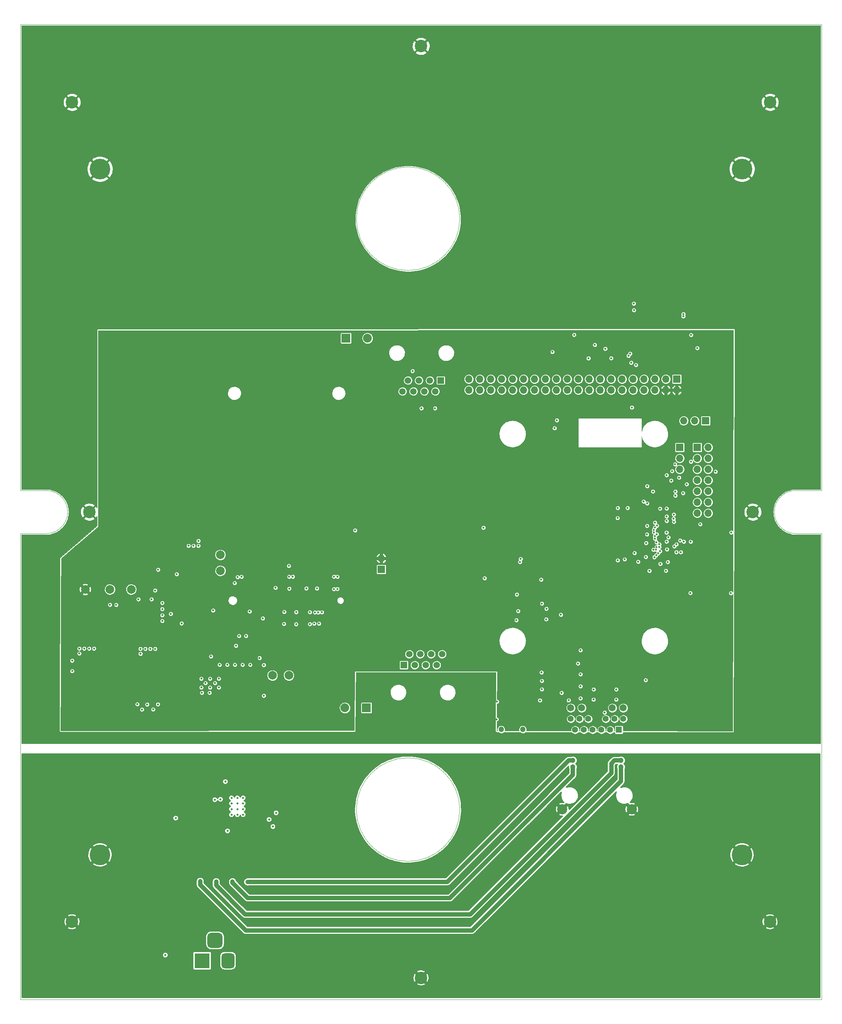
<source format=gbr>
G04 #@! TF.GenerationSoftware,KiCad,Pcbnew,5.99.0-unknown-912657dd23~106~ubuntu20.04.1*
G04 #@! TF.CreationDate,2020-12-23T22:24:20-06:00*
G04 #@! TF.ProjectId,AP3000,41503330-3030-42e6-9b69-6361645f7063,rev?*
G04 #@! TF.SameCoordinates,Original*
G04 #@! TF.FileFunction,Copper,L2,Inr*
G04 #@! TF.FilePolarity,Positive*
%FSLAX46Y46*%
G04 Gerber Fmt 4.6, Leading zero omitted, Abs format (unit mm)*
G04 Created by KiCad (PCBNEW 5.99.0-unknown-912657dd23~106~ubuntu20.04.1) date 2020-12-23 22:24:20*
%MOMM*%
%LPD*%
G01*
G04 APERTURE LIST*
G04 Aperture macros list*
%AMRoundRect*
0 Rectangle with rounded corners*
0 $1 Rounding radius*
0 $2 $3 $4 $5 $6 $7 $8 $9 X,Y pos of 4 corners*
0 Add a 4 corners polygon primitive as box body*
4,1,4,$2,$3,$4,$5,$6,$7,$8,$9,$2,$3,0*
0 Add four circle primitives for the rounded corners*
1,1,$1+$1,$2,$3,0*
1,1,$1+$1,$4,$5,0*
1,1,$1+$1,$6,$7,0*
1,1,$1+$1,$8,$9,0*
0 Add four rect primitives between the rounded corners*
20,1,$1+$1,$2,$3,$4,$5,0*
20,1,$1+$1,$4,$5,$6,$7,0*
20,1,$1+$1,$6,$7,$8,$9,0*
20,1,$1+$1,$8,$9,$2,$3,0*%
G04 Aperture macros list end*
G04 #@! TA.AperFunction,Profile*
%ADD10C,0.100000*%
G04 #@! TD*
G04 #@! TA.AperFunction,ComponentPad*
%ADD11C,2.362500*%
G04 #@! TD*
G04 #@! TA.AperFunction,ComponentPad*
%ADD12C,1.650000*%
G04 #@! TD*
G04 #@! TA.AperFunction,ComponentPad*
%ADD13C,1.200000*%
G04 #@! TD*
G04 #@! TA.AperFunction,ComponentPad*
%ADD14C,1.398000*%
G04 #@! TD*
G04 #@! TA.AperFunction,ComponentPad*
%ADD15R,1.398000X1.398000*%
G04 #@! TD*
G04 #@! TA.AperFunction,ComponentPad*
%ADD16C,2.000000*%
G04 #@! TD*
G04 #@! TA.AperFunction,ComponentPad*
%ADD17C,0.500000*%
G04 #@! TD*
G04 #@! TA.AperFunction,ComponentPad*
%ADD18RoundRect,0.875000X0.875000X0.875000X-0.875000X0.875000X-0.875000X-0.875000X0.875000X-0.875000X0*%
G04 #@! TD*
G04 #@! TA.AperFunction,ComponentPad*
%ADD19RoundRect,0.750000X0.750000X1.000000X-0.750000X1.000000X-0.750000X-1.000000X0.750000X-1.000000X0*%
G04 #@! TD*
G04 #@! TA.AperFunction,ComponentPad*
%ADD20R,3.500000X3.500000*%
G04 #@! TD*
G04 #@! TA.AperFunction,ComponentPad*
%ADD21R,1.700000X1.700000*%
G04 #@! TD*
G04 #@! TA.AperFunction,ComponentPad*
%ADD22O,1.700000X1.700000*%
G04 #@! TD*
G04 #@! TA.AperFunction,WasherPad*
%ADD23C,1.300000*%
G04 #@! TD*
G04 #@! TA.AperFunction,ComponentPad*
%ADD24R,2.032000X2.032000*%
G04 #@! TD*
G04 #@! TA.AperFunction,ComponentPad*
%ADD25C,2.032000*%
G04 #@! TD*
G04 #@! TA.AperFunction,ComponentPad*
%ADD26C,4.800000*%
G04 #@! TD*
G04 #@! TA.AperFunction,ComponentPad*
%ADD27C,2.900000*%
G04 #@! TD*
G04 #@! TA.AperFunction,ComponentPad*
%ADD28C,1.500000*%
G04 #@! TD*
G04 #@! TA.AperFunction,ComponentPad*
%ADD29R,1.500000X1.500000*%
G04 #@! TD*
G04 #@! TA.AperFunction,ViaPad*
%ADD30C,0.500000*%
G04 #@! TD*
G04 #@! TA.AperFunction,Conductor*
%ADD31C,1.016000*%
G04 #@! TD*
G04 #@! TA.AperFunction,Conductor*
%ADD32C,0.101600*%
G04 #@! TD*
G04 #@! TA.AperFunction,Conductor*
%ADD33C,0.304800*%
G04 #@! TD*
G04 APERTURE END LIST*
D10*
X186000000Y0D02*
X186000000Y-108000000D01*
X6000000Y-118000000D02*
X0Y-118000000D01*
X180000000Y-108000000D02*
X186000000Y-108000000D01*
X186000000Y-118000000D02*
X186000000Y-226000000D01*
X0Y-226000000D02*
X0Y-118000000D01*
X102000000Y-45000000D02*
G75*
G03*
X102000000Y-45000000I-12000000J0D01*
G01*
X102000000Y-181992000D02*
G75*
G03*
X102000000Y-181992000I-12000000J0D01*
G01*
X6000000Y-108000000D02*
X0Y-108000000D01*
X0Y0D02*
X186000000Y0D01*
X180000000Y-118000000D02*
X186000000Y-118000000D01*
X0Y-108000000D02*
X0Y0D01*
X0Y-226000000D02*
X186000000Y-226000000D01*
X6000000Y-108000000D02*
G75*
G02*
X6000000Y-118000000I0J-5000000D01*
G01*
X180000000Y-118000000D02*
G75*
G02*
X180000000Y-108000000I0J5000000D01*
G01*
D11*
X125785000Y-181915000D03*
X141915000Y-181915000D03*
D12*
X127754000Y-158420000D03*
X130294000Y-158420000D03*
X137406000Y-158420000D03*
X139946000Y-158420000D03*
D13*
X128262000Y-172100000D03*
X139438000Y-172100000D03*
X128262000Y-170610000D03*
X139438000Y-170610000D03*
D14*
X127754000Y-160960000D03*
X129786000Y-160960000D03*
X131818000Y-160960000D03*
X135882000Y-160960000D03*
X137914000Y-160960000D03*
X139946000Y-160960000D03*
X128770000Y-163500000D03*
X130802000Y-163500000D03*
X132834000Y-163500000D03*
X134866000Y-163500000D03*
X136898000Y-163500000D03*
D15*
X138930000Y-163500000D03*
D16*
X46424000Y-122937000D03*
X46440000Y-126620000D03*
X20786000Y-130938000D03*
X25739000Y-130938000D03*
X15071000Y-130938000D03*
X62315000Y-150877000D03*
X58505000Y-150877000D03*
D17*
X49026988Y-180579991D03*
X49026988Y-183179991D03*
X50376988Y-181879991D03*
X51726988Y-181879991D03*
X50376988Y-179279991D03*
X51726988Y-183179991D03*
X50376988Y-180579991D03*
X50376988Y-183179991D03*
X49026988Y-179279991D03*
X51726988Y-180579991D03*
X51726988Y-179279991D03*
X49026988Y-181879991D03*
D18*
X45205999Y-212328000D03*
D19*
X48205999Y-217028000D03*
D20*
X42205999Y-217028000D03*
D21*
X159020000Y-91850000D03*
D22*
X156480000Y-91850000D03*
X153940000Y-91850000D03*
D23*
X111599799Y-163403800D03*
X116599799Y-163403800D03*
D24*
X75590000Y-72710000D03*
D25*
X80588720Y-72710000D03*
D26*
X18500000Y-192500000D03*
D27*
X170000000Y-113000000D03*
X174000000Y-18000000D03*
D21*
X83765000Y-126280000D03*
D22*
X83765000Y-123740000D03*
D27*
X93000000Y-221000000D03*
D28*
X97890000Y-145940000D03*
X96620000Y-148480000D03*
X95350000Y-145940000D03*
X94080000Y-148480000D03*
X92810000Y-145940000D03*
X91540000Y-148480000D03*
X90270000Y-145940000D03*
D29*
X89000000Y-148480000D03*
D27*
X16000000Y-113000000D03*
D21*
X152350000Y-82190000D03*
D22*
X152350000Y-84730000D03*
X149810000Y-82190000D03*
X149810000Y-84730000D03*
X147270000Y-82190000D03*
X147270000Y-84730000D03*
X144730000Y-82190000D03*
X144730000Y-84730000D03*
X142190000Y-82190000D03*
X142190000Y-84730000D03*
X139650000Y-82190000D03*
X139650000Y-84730000D03*
X137110000Y-82190000D03*
X137110000Y-84730000D03*
X134570000Y-82190000D03*
X134570000Y-84730000D03*
X132030000Y-82190000D03*
X132030000Y-84730000D03*
X129490000Y-82190000D03*
X129490000Y-84730000D03*
X126950000Y-82190000D03*
X126950000Y-84730000D03*
X124410000Y-82190000D03*
X124410000Y-84730000D03*
X121870000Y-82190000D03*
X121870000Y-84730000D03*
X119330000Y-82190000D03*
X119330000Y-84730000D03*
X116790000Y-82190000D03*
X116790000Y-84730000D03*
X114250000Y-82190000D03*
X114250000Y-84730000D03*
X111710000Y-82190000D03*
X111710000Y-84730000D03*
X109170000Y-82190000D03*
X109170000Y-84730000D03*
X106630000Y-82190000D03*
X106630000Y-84730000D03*
X104090000Y-82190000D03*
X104090000Y-84730000D03*
D26*
X18500000Y-33500000D03*
D27*
X93000000Y-5000000D03*
X174000000Y-208000000D03*
D21*
X153040000Y-98010000D03*
D22*
X153040000Y-100550000D03*
X153040000Y-103090000D03*
D24*
X80340000Y-158410000D03*
D25*
X75341280Y-158410000D03*
D21*
X157090000Y-98010000D03*
D22*
X159630000Y-98010000D03*
X157090000Y-100550000D03*
X159630000Y-100550000D03*
X157090000Y-103090000D03*
X159630000Y-103090000D03*
X157090000Y-105630000D03*
X159630000Y-105630000D03*
X157090000Y-108170000D03*
X159630000Y-108170000D03*
X157090000Y-110710000D03*
X159630000Y-110710000D03*
X157090000Y-113250000D03*
X159630000Y-113250000D03*
D27*
X12000000Y-18000000D03*
D28*
X88675000Y-85020000D03*
X89945000Y-82480000D03*
X91215000Y-85020000D03*
X92485000Y-82480000D03*
X93755000Y-85020000D03*
X95025000Y-82480000D03*
X96295000Y-85020000D03*
D29*
X97565000Y-82480000D03*
D26*
X167500000Y-192500000D03*
X167500000Y-33500000D03*
D27*
X12000000Y-208000000D03*
D30*
X27390000Y-133224000D03*
X12023000Y-149861000D03*
X12023000Y-147448000D03*
X28228200Y-158776400D03*
X30819000Y-158751000D03*
X31936600Y-157582600D03*
X29447400Y-157608000D03*
X27136000Y-157557200D03*
X20786000Y-134494000D03*
X22259200Y-134519400D03*
X31276200Y-131166600D03*
X34908400Y-136602200D03*
X44738200Y-135814800D03*
X15782200Y-133224000D03*
X14410600Y-133224000D03*
X58657400Y-180595000D03*
X59165400Y-178156600D03*
X50326200Y-174651400D03*
X45119200Y-170892200D03*
X43087200Y-171197000D03*
X43087200Y-173914800D03*
X45551000Y-173914800D03*
X23834000Y-211760800D03*
X23859400Y-207925400D03*
X18500000Y-210008200D03*
X19871600Y-211760800D03*
X19871600Y-207925400D03*
X36584800Y-175286400D03*
X35010000Y-175286400D03*
X25688200Y-178639200D03*
X25612000Y-182144400D03*
X25866000Y-185649600D03*
X125459400Y-136805400D03*
X62315000Y-125477000D03*
X31962000Y-126366000D03*
X41334599Y-119685800D03*
X40191599Y-120828800D03*
X39048599Y-120828800D03*
X41334599Y-120828800D03*
X36279999Y-127399203D03*
X37423000Y-138812000D03*
X30438000Y-133224000D03*
X32945600Y-138253200D03*
X32945600Y-135489096D03*
X32945600Y-134060347D03*
X32945600Y-136917845D03*
X31307100Y-144711000D03*
X27878100Y-145854000D03*
X29021100Y-144711000D03*
X27878100Y-144711000D03*
X30164100Y-144711000D03*
X23046600Y-139337200D03*
X17103000Y-144654000D03*
X15960000Y-144654000D03*
X14817000Y-144654000D03*
X13674000Y-145797000D03*
X13674000Y-144654000D03*
X17738000Y-138930800D03*
X17738000Y-137502048D03*
X17738000Y-136073299D03*
X17738000Y-134644550D03*
X17738009Y-133215801D03*
X41995000Y-153671000D03*
X41995000Y-151639000D03*
X44027000Y-151639000D03*
X44027000Y-153671000D03*
X42960200Y-152655000D03*
X45170000Y-152655000D03*
X46059000Y-153671000D03*
X46059000Y-151639000D03*
X42147400Y-154890200D03*
X43925400Y-154890200D03*
X53348800Y-148413200D03*
X51570800Y-148413200D03*
X46236800Y-148413200D03*
X48014800Y-148413200D03*
X49792800Y-148413200D03*
X56498400Y-155576000D03*
X58632000Y-185929000D03*
X48091000Y-186945000D03*
X48091000Y-185548000D03*
X46567000Y-187961000D03*
X38312000Y-186437000D03*
X38312000Y-187961000D03*
X43392000Y-184278000D03*
X45678000Y-183262000D03*
X46821000Y-178436000D03*
X48091000Y-178436000D03*
X52536000Y-178054991D03*
X59394000Y-182754000D03*
X33663788Y-215723191D03*
X57743000Y-184278000D03*
X47583000Y-175515000D03*
X45170000Y-179706000D03*
X46466000Y-179605000D03*
X36076800Y-183973200D03*
X150260000Y-124580000D03*
X110520000Y-161050000D03*
X153280000Y-122300000D03*
X107760000Y-128350000D03*
X61190000Y-138940000D03*
X154640000Y-106550000D03*
X66380000Y-130690000D03*
X138290000Y-156470000D03*
X84128903Y-166450000D03*
X68840000Y-130700000D03*
X141930000Y-88750000D03*
X140930000Y-112050000D03*
X157793600Y-115825000D03*
X145480000Y-107000000D03*
X130000000Y-156190000D03*
X153790000Y-108610000D03*
X150010000Y-115060000D03*
X138630000Y-124190000D03*
X67190000Y-138970000D03*
X155500000Y-131760000D03*
X145230000Y-120180000D03*
X145460000Y-116190000D03*
X150000000Y-114010000D03*
X125610000Y-154910000D03*
X124530000Y-91720000D03*
X111542000Y-166460000D03*
X133060000Y-154120000D03*
X67200000Y-136210000D03*
X50046800Y-143993600D03*
X151680000Y-115260000D03*
X55533200Y-146838400D03*
X120970000Y-150180000D03*
X91020000Y-80300000D03*
X127260000Y-156640000D03*
X115230000Y-132120000D03*
X620000Y-154080000D03*
X63230000Y-127980000D03*
X164920000Y-131800000D03*
X123980000Y-93550000D03*
X133030000Y-156470000D03*
X105390000Y-166460000D03*
X53200000Y-136050000D03*
X71824903Y-166450000D03*
X148460000Y-112200000D03*
X143390000Y-124520000D03*
X620000Y-135624000D03*
X46782701Y-166380800D03*
X37572000Y-166450000D03*
X136150000Y-166460000D03*
X660000Y-166450000D03*
X128532800Y-71916000D03*
X138610000Y-114390000D03*
X145170000Y-123410000D03*
X149978471Y-119838210D03*
X129998000Y-166460000D03*
X164990000Y-117730000D03*
X620000Y-147928000D03*
X131850000Y-77350000D03*
X51320000Y-128010000D03*
X146920000Y-121740000D03*
X130000000Y-153402500D03*
X120590000Y-156660000D03*
X145990000Y-126630000D03*
X151050000Y-105690000D03*
X52934701Y-166380800D03*
X72800000Y-127970000D03*
X6812000Y-166450000D03*
X130000000Y-145040000D03*
X133333400Y-74245200D03*
X138640000Y-112060000D03*
X620000Y-141776000D03*
X96260000Y-88930000D03*
X116110000Y-123860000D03*
X142223400Y-69952600D03*
X144680000Y-110560000D03*
X59210000Y-130560000D03*
X149820000Y-126600000D03*
X151270000Y-103510000D03*
X137130000Y-77320000D03*
X157107800Y-74981800D03*
X620000Y-129472000D03*
X620000Y-123320000D03*
X148530000Y-125000000D03*
X70000000Y-136240000D03*
X77976903Y-166450000D03*
X121050000Y-152150000D03*
X64020000Y-136190000D03*
X72770000Y-130860000D03*
X110600000Y-156950000D03*
X150000000Y-112180000D03*
X149970000Y-117760000D03*
X138310000Y-154120000D03*
X130000000Y-150615000D03*
X153120000Y-119570000D03*
X123846000Y-166460000D03*
X117694000Y-166460000D03*
X93080000Y-88940000D03*
X64010000Y-138990000D03*
X150060000Y-121650000D03*
X151660000Y-113570000D03*
X135610000Y-159480000D03*
X121060000Y-154100000D03*
X123480000Y-75872400D03*
X148465965Y-122079107D03*
X120880000Y-128680000D03*
X31420000Y-166450000D03*
X65672903Y-166450000D03*
X620000Y-160232000D03*
X77690000Y-117240000D03*
X25268000Y-166450000D03*
X56260000Y-137640000D03*
X44255600Y-146482800D03*
X145450000Y-118180000D03*
X129421800Y-148108400D03*
X61250000Y-136150000D03*
X84122233Y-169285000D03*
X65639734Y-169285000D03*
X565000Y-194251664D03*
X52866200Y-169215800D03*
X64664444Y-225460000D03*
X565000Y-219218328D03*
X46705367Y-169215800D03*
X53164394Y-225460000D03*
X565000Y-181768332D03*
X24414269Y-225460000D03*
X77961400Y-169285000D03*
X71800567Y-169285000D03*
X37529998Y-169285000D03*
X76164494Y-225460000D03*
X31369165Y-169285000D03*
X565000Y-169285000D03*
X565000Y-212976662D03*
X35914319Y-225460000D03*
X136103326Y-169285000D03*
X30164294Y-225460000D03*
X565000Y-175526666D03*
X25208332Y-169285000D03*
X565000Y-188009998D03*
X70414469Y-225460000D03*
X565000Y-225460000D03*
X12914219Y-225460000D03*
X58914419Y-225460000D03*
X565000Y-206734996D03*
X54542600Y-172060600D03*
X18664244Y-225460000D03*
X6725833Y-169285000D03*
X129942493Y-169285000D03*
X565000Y-200493330D03*
X47414369Y-225460000D03*
X41664344Y-225460000D03*
X7164194Y-225460000D03*
X141765000Y-78368290D03*
X141140000Y-76780000D03*
X141530000Y-76270000D03*
X142865000Y-78901710D03*
X147270000Y-115440000D03*
X147741933Y-116158728D03*
X147302772Y-116569900D03*
X147040000Y-117118397D03*
X147040000Y-117720000D03*
X147690000Y-118140000D03*
X147263204Y-118578995D03*
X147290000Y-119180000D03*
X147650000Y-120010000D03*
X148290000Y-120490000D03*
X148300000Y-121100000D03*
X147650000Y-121130000D03*
X45218802Y-198761257D03*
X45718802Y-198761257D03*
X52758802Y-198781257D03*
X53258802Y-198781257D03*
X41993802Y-198761257D03*
X41488802Y-198761257D03*
X48998802Y-198756257D03*
X49508802Y-198756257D03*
X145130000Y-151970000D03*
X161370000Y-103630000D03*
X69165000Y-136260000D03*
X145465000Y-111000510D03*
X73590000Y-130835000D03*
X50758000Y-141733000D03*
X49740000Y-129460000D03*
X142361500Y-64667100D03*
X135746400Y-75134200D03*
X68365000Y-136260000D03*
X68207800Y-138862800D03*
X142411500Y-66192100D03*
X62415000Y-130760000D03*
X153865000Y-67085000D03*
X153865000Y-67610000D03*
X155665000Y-71960000D03*
X50415000Y-128085000D03*
X73590000Y-128010000D03*
X121065200Y-134214600D03*
X69325400Y-138862800D03*
X62390000Y-128010000D03*
X52390000Y-141733000D03*
X140260000Y-123960000D03*
X115140000Y-138060000D03*
X122040000Y-137860000D03*
X150410000Y-118870000D03*
X115540000Y-135960000D03*
X142560000Y-122510000D03*
X122090000Y-135410000D03*
X147560000Y-121730000D03*
X115980000Y-124580000D03*
X107470000Y-116620000D03*
X153965000Y-119860000D03*
X155565000Y-119885000D03*
X152290000Y-120490000D03*
X147570000Y-123030000D03*
X152250000Y-122300000D03*
X147150000Y-123470000D03*
X151970000Y-101920000D03*
X149999673Y-104452371D03*
X146820000Y-108220000D03*
X151615000Y-114535000D03*
X152045984Y-108234992D03*
X152040000Y-109185000D03*
X151790000Y-120940000D03*
X148000000Y-122604490D03*
X56498400Y-148464000D03*
X128315000Y-152580000D03*
X126340000Y-152580000D03*
X127365000Y-152580000D03*
X148590000Y-109010000D03*
X149910000Y-109390000D03*
X125484800Y-73447400D03*
X150200000Y-110580000D03*
X149910000Y-111000000D03*
X148590000Y-110610000D03*
X150220000Y-108990000D03*
X148280000Y-109410000D03*
X148590000Y-109810000D03*
X126196000Y-73440000D03*
X150230000Y-109790000D03*
X148280000Y-110210000D03*
X126627800Y-72652600D03*
X127694600Y-73440000D03*
X148280000Y-111010000D03*
X153815000Y-113060000D03*
X128965000Y-151455000D03*
X149900000Y-110170000D03*
X152890000Y-105010000D03*
X155640000Y-101310000D03*
D31*
X45474800Y-199568800D02*
X45474800Y-198679800D01*
X41766400Y-199441800D02*
X41766400Y-198603600D01*
X61169200Y-210010000D02*
X52334600Y-210010000D01*
X52334600Y-210010000D02*
X41766400Y-199441800D01*
X61169200Y-206280000D02*
X52186000Y-206280000D01*
X52186000Y-206280000D02*
X45474800Y-199568800D01*
X49259400Y-198959200D02*
X49259400Y-198679800D01*
X52800200Y-202500000D02*
X49259400Y-198959200D01*
X61200000Y-202500000D02*
X52800200Y-202500000D01*
X128262000Y-170610000D02*
X127260000Y-170610000D01*
X127260000Y-170610000D02*
X99130000Y-198740000D01*
X99130000Y-198740000D02*
X52800059Y-198740000D01*
X52800059Y-198740000D02*
X52758802Y-198781257D01*
X137160000Y-171310000D02*
X137860000Y-170610000D01*
X137160000Y-173520000D02*
X137160000Y-171310000D01*
X104400000Y-206280000D02*
X136590000Y-174090000D01*
X61169200Y-206280000D02*
X104400000Y-206280000D01*
X136590000Y-174090000D02*
X137160000Y-173520000D01*
X137860000Y-170610000D02*
X139438000Y-170610000D01*
X139438000Y-175402000D02*
X139438000Y-172100000D01*
X101119200Y-210010000D02*
X61169200Y-210010000D01*
X101119200Y-210010000D02*
X104830000Y-210010000D01*
X104830000Y-210010000D02*
X139438000Y-175402000D01*
X128262000Y-173958000D02*
X99720000Y-202500000D01*
X128262000Y-172100000D02*
X128262000Y-173958000D01*
X99720000Y-202500000D02*
X61200000Y-202500000D01*
D32*
X185747000Y-107747000D02*
X180049135Y-107747000D01*
X180030371Y-107742908D01*
X180019197Y-107741767D01*
X179789413Y-107744364D01*
X179785689Y-107743854D01*
X179774462Y-107743594D01*
X179762521Y-107744669D01*
X179750732Y-107744802D01*
X179739668Y-107746175D01*
X179736003Y-107747055D01*
X179320415Y-107784459D01*
X179315401Y-107784225D01*
X179304193Y-107784971D01*
X179293828Y-107786852D01*
X179283539Y-107787778D01*
X179272620Y-107790013D01*
X179267824Y-107791571D01*
X178855630Y-107866373D01*
X178850616Y-107866590D01*
X178839518Y-107868338D01*
X178829372Y-107871138D01*
X178819206Y-107872983D01*
X178808531Y-107876188D01*
X178803890Y-107878171D01*
X178400074Y-107989617D01*
X178395085Y-107990285D01*
X178384191Y-107993021D01*
X178374328Y-107996723D01*
X178364377Y-107999469D01*
X178354032Y-108003618D01*
X178349592Y-108006006D01*
X177957386Y-108153204D01*
X177952482Y-108154315D01*
X177941877Y-108158016D01*
X177932388Y-108162585D01*
X177922715Y-108166216D01*
X177912784Y-108171276D01*
X177908572Y-108174056D01*
X177531144Y-108355815D01*
X177526358Y-108357362D01*
X177516127Y-108361999D01*
X177507085Y-108367402D01*
X177497783Y-108371881D01*
X177488344Y-108377811D01*
X177484401Y-108380955D01*
X177124786Y-108595816D01*
X177120156Y-108597786D01*
X177110380Y-108603323D01*
X177101862Y-108609512D01*
X177092996Y-108614809D01*
X177084127Y-108621561D01*
X177080482Y-108625045D01*
X176741569Y-108871280D01*
X176737137Y-108873656D01*
X176727898Y-108880045D01*
X176719956Y-108886984D01*
X176711612Y-108893046D01*
X176703385Y-108900564D01*
X176700066Y-108904362D01*
X176384590Y-109179985D01*
X176380387Y-109182750D01*
X176371759Y-109189942D01*
X176364482Y-109197554D01*
X176356706Y-109204347D01*
X176349183Y-109212576D01*
X176346217Y-109216657D01*
X176056722Y-109519445D01*
X176052782Y-109522577D01*
X176044835Y-109530513D01*
X176038270Y-109538746D01*
X176031133Y-109546210D01*
X176024382Y-109555075D01*
X176021796Y-109559402D01*
X175760604Y-109886927D01*
X175756961Y-109890399D01*
X175749755Y-109899017D01*
X175743953Y-109907807D01*
X175737514Y-109915881D01*
X175731583Y-109925319D01*
X175729396Y-109929859D01*
X175498616Y-110279477D01*
X175495299Y-110283261D01*
X175488895Y-110292488D01*
X175483896Y-110301777D01*
X175478215Y-110310384D01*
X175473155Y-110320313D01*
X175471384Y-110325030D01*
X175272869Y-110693936D01*
X175269909Y-110697996D01*
X175264357Y-110707761D01*
X175260214Y-110717453D01*
X175255324Y-110726541D01*
X175251173Y-110736888D01*
X175249831Y-110741748D01*
X175085185Y-111126956D01*
X175082601Y-111131265D01*
X175077947Y-111141490D01*
X175074698Y-111151490D01*
X175070633Y-111161000D01*
X175067427Y-111171676D01*
X175066525Y-111176640D01*
X174937072Y-111575058D01*
X174934886Y-111579578D01*
X174931166Y-111590180D01*
X174928822Y-111600451D01*
X174925631Y-111610271D01*
X174923394Y-111621192D01*
X174922941Y-111626220D01*
X174829723Y-112034631D01*
X174827949Y-112039334D01*
X174825196Y-112050222D01*
X174823782Y-112060659D01*
X174821484Y-112070728D01*
X174820235Y-112081804D01*
X174820234Y-112086851D01*
X174764002Y-112501978D01*
X174762658Y-112506817D01*
X174760891Y-112517910D01*
X174760418Y-112528435D01*
X174759032Y-112538669D01*
X174758781Y-112549810D01*
X174759233Y-112554836D01*
X174740439Y-112973331D01*
X174739533Y-112978274D01*
X174738768Y-112989483D01*
X174739241Y-113000000D01*
X174738777Y-113010320D01*
X174739526Y-113021442D01*
X174740427Y-113026408D01*
X174759222Y-113444902D01*
X174758763Y-113449908D01*
X174759006Y-113461135D01*
X174760419Y-113471568D01*
X174760883Y-113481894D01*
X174762626Y-113492901D01*
X174763968Y-113497765D01*
X174820199Y-113912886D01*
X174820191Y-113917915D01*
X174821439Y-113929078D01*
X174823784Y-113939352D01*
X174825170Y-113949584D01*
X174827892Y-113960389D01*
X174829664Y-113965113D01*
X174922883Y-114373531D01*
X174923326Y-114378538D01*
X174925570Y-114389543D01*
X174928823Y-114399555D01*
X174931122Y-114409627D01*
X174934802Y-114420147D01*
X174936990Y-114424692D01*
X175066444Y-114823109D01*
X175067333Y-114828054D01*
X175070555Y-114838815D01*
X175074692Y-114848495D01*
X175077887Y-114858327D01*
X175082495Y-114868473D01*
X175085085Y-114872809D01*
X175249726Y-115258005D01*
X175251056Y-115262856D01*
X175255229Y-115273285D01*
X175260222Y-115282564D01*
X175264281Y-115292060D01*
X175269781Y-115301753D01*
X175272741Y-115305828D01*
X175471263Y-115674745D01*
X175473017Y-115679442D01*
X175478107Y-115689452D01*
X175483901Y-115698230D01*
X175488803Y-115707339D01*
X175495149Y-115716500D01*
X175498471Y-115720303D01*
X175729254Y-116069926D01*
X175731423Y-116074450D01*
X175737390Y-116083964D01*
X175743948Y-116092188D01*
X175749647Y-116100821D01*
X175756788Y-116109375D01*
X175760440Y-116112868D01*
X176021628Y-116440387D01*
X176024199Y-116444705D01*
X176030996Y-116453646D01*
X176038268Y-116461252D01*
X176044714Y-116469335D01*
X176052596Y-116477218D01*
X176056546Y-116480368D01*
X176346045Y-116783163D01*
X176348986Y-116787225D01*
X176356556Y-116795521D01*
X176364475Y-116802440D01*
X176371625Y-116809918D01*
X176380181Y-116817062D01*
X176384400Y-116819847D01*
X176699867Y-117095464D01*
X176703168Y-117099255D01*
X176711452Y-117106838D01*
X176719957Y-117113017D01*
X176727749Y-117119825D01*
X176736910Y-117126172D01*
X176741356Y-117128565D01*
X177080271Y-117374802D01*
X177083895Y-117378278D01*
X177092827Y-117385089D01*
X177101852Y-117390481D01*
X177110220Y-117396561D01*
X177119915Y-117402063D01*
X177124556Y-117404047D01*
X177484186Y-117618918D01*
X177488101Y-117622050D01*
X177497604Y-117628032D01*
X177507080Y-117632596D01*
X177515960Y-117637901D01*
X177526110Y-117642512D01*
X177530917Y-117644074D01*
X177908345Y-117825836D01*
X177912529Y-117828608D01*
X177922534Y-117833716D01*
X177932381Y-117837411D01*
X177941697Y-117841898D01*
X177952216Y-117845580D01*
X177957142Y-117846705D01*
X178349344Y-117993900D01*
X178353766Y-117996289D01*
X178364185Y-118000478D01*
X178374338Y-118003280D01*
X178384010Y-118006910D01*
X178394813Y-118009633D01*
X178399815Y-118010311D01*
X178803636Y-118121759D01*
X178808254Y-118123742D01*
X178819011Y-118126982D01*
X178829377Y-118128863D01*
X178839330Y-118131610D01*
X178850337Y-118133355D01*
X178855381Y-118133582D01*
X179267567Y-118208383D01*
X179272342Y-118209943D01*
X179283343Y-118212204D01*
X179293820Y-118213147D01*
X179303998Y-118214994D01*
X179315117Y-118215744D01*
X179320157Y-118215518D01*
X179735750Y-118252923D01*
X179739390Y-118253803D01*
X179750533Y-118255196D01*
X179762518Y-118255332D01*
X179774268Y-118256389D01*
X179785413Y-118256139D01*
X179789157Y-118255632D01*
X180019000Y-118258231D01*
X180030089Y-118257109D01*
X180049091Y-118253000D01*
X185747000Y-118253000D01*
X185747000Y-166684290D01*
X253000Y-166684290D01*
X253000Y-163741281D01*
X9077333Y-163741281D01*
X9077640Y-163746938D01*
X9082755Y-163792804D01*
X9087390Y-163808912D01*
X9126665Y-163890371D01*
X9140492Y-163907693D01*
X9211222Y-163964043D01*
X9231194Y-163973650D01*
X9319368Y-163993732D01*
X9330450Y-163994975D01*
X77540118Y-163963000D01*
X77545448Y-163962711D01*
X77588696Y-163958035D01*
X77604526Y-163953594D01*
X77686370Y-163915128D01*
X77703827Y-163901474D01*
X77760876Y-163831307D01*
X77770681Y-163811431D01*
X77791636Y-163723460D01*
X77792989Y-163712390D01*
X77852682Y-157394000D01*
X79065500Y-157394000D01*
X79065500Y-159426000D01*
X79066457Y-159435715D01*
X79082343Y-159515581D01*
X79089779Y-159533534D01*
X79135020Y-159601241D01*
X79148759Y-159614980D01*
X79216466Y-159660221D01*
X79234419Y-159667657D01*
X79314285Y-159683543D01*
X79324000Y-159684500D01*
X81356000Y-159684500D01*
X81365715Y-159683543D01*
X81445581Y-159667657D01*
X81463534Y-159660221D01*
X81531241Y-159614980D01*
X81544980Y-159601241D01*
X81590221Y-159533534D01*
X81597657Y-159515581D01*
X81613543Y-159435715D01*
X81614500Y-159426000D01*
X81614500Y-157394000D01*
X81613543Y-157384285D01*
X81597657Y-157304419D01*
X81590221Y-157286466D01*
X81544980Y-157218759D01*
X81531241Y-157205020D01*
X81463534Y-157159779D01*
X81445581Y-157152343D01*
X81365715Y-157136457D01*
X81356000Y-157135500D01*
X79324000Y-157135500D01*
X79314285Y-157136457D01*
X79234419Y-157152343D01*
X79216466Y-157159779D01*
X79148759Y-157205020D01*
X79135020Y-157218759D01*
X79089779Y-157286466D01*
X79082343Y-157304419D01*
X79066457Y-157384285D01*
X79065500Y-157394000D01*
X77852682Y-157394000D01*
X77877330Y-154785043D01*
X85872177Y-154785043D01*
X85885039Y-155052814D01*
X85885939Y-155060141D01*
X85938239Y-155323070D01*
X85940211Y-155330182D01*
X86030799Y-155582493D01*
X86033802Y-155589236D01*
X86160690Y-155825385D01*
X86164656Y-155831611D01*
X86325055Y-156046411D01*
X86329897Y-156051981D01*
X86520283Y-156240713D01*
X86525896Y-156245507D01*
X86742088Y-156404026D01*
X86748347Y-156407937D01*
X86985595Y-156532759D01*
X86992364Y-156535703D01*
X87245455Y-156624086D01*
X87252585Y-156625996D01*
X87515960Y-156675999D01*
X87523294Y-156676835D01*
X87791168Y-156687360D01*
X87798545Y-156687102D01*
X88065031Y-156657917D01*
X88072288Y-156656572D01*
X88331534Y-156588318D01*
X88338513Y-156585915D01*
X88584823Y-156480092D01*
X88591370Y-156476684D01*
X88819332Y-156335617D01*
X88825304Y-156331278D01*
X89029912Y-156158065D01*
X89035177Y-156152891D01*
X89211934Y-155951338D01*
X89216376Y-155945444D01*
X89361401Y-155719978D01*
X89364923Y-155713491D01*
X89475028Y-155469066D01*
X89477552Y-155462130D01*
X89550320Y-155204115D01*
X89551792Y-155196882D01*
X89585623Y-154930945D01*
X89586004Y-154925964D01*
X89588483Y-154831304D01*
X89588363Y-154826309D01*
X89585297Y-154785043D01*
X97302177Y-154785043D01*
X97315039Y-155052814D01*
X97315939Y-155060141D01*
X97368239Y-155323070D01*
X97370211Y-155330182D01*
X97460799Y-155582493D01*
X97463802Y-155589236D01*
X97590690Y-155825385D01*
X97594656Y-155831611D01*
X97755055Y-156046411D01*
X97759897Y-156051981D01*
X97950283Y-156240713D01*
X97955896Y-156245507D01*
X98172088Y-156404026D01*
X98178347Y-156407937D01*
X98415595Y-156532759D01*
X98422364Y-156535703D01*
X98675455Y-156624086D01*
X98682585Y-156625996D01*
X98945960Y-156675999D01*
X98953294Y-156676835D01*
X99221168Y-156687360D01*
X99228545Y-156687102D01*
X99495031Y-156657917D01*
X99502288Y-156656572D01*
X99761534Y-156588318D01*
X99768513Y-156585915D01*
X100014823Y-156480092D01*
X100021370Y-156476684D01*
X100249332Y-156335617D01*
X100255304Y-156331278D01*
X100459912Y-156158065D01*
X100465177Y-156152891D01*
X100641934Y-155951338D01*
X100646376Y-155945444D01*
X100791401Y-155719978D01*
X100794923Y-155713491D01*
X100905028Y-155469066D01*
X100907552Y-155462130D01*
X100980320Y-155204115D01*
X100981792Y-155196882D01*
X101015623Y-154930945D01*
X101016004Y-154925964D01*
X101018483Y-154831304D01*
X101018363Y-154826309D01*
X100998496Y-154558966D01*
X100997405Y-154551666D01*
X100938240Y-154290196D01*
X100936082Y-154283138D01*
X100838920Y-154033286D01*
X100835742Y-154026623D01*
X100702716Y-153793876D01*
X100698589Y-153787757D01*
X100532623Y-153577229D01*
X100527636Y-153571787D01*
X100332374Y-153388103D01*
X100326638Y-153383458D01*
X100106371Y-153230653D01*
X100100011Y-153226907D01*
X99859577Y-153108339D01*
X99852733Y-153105574D01*
X99597415Y-153023846D01*
X99590238Y-153022123D01*
X99325644Y-152979031D01*
X99318291Y-152978387D01*
X99050234Y-152974878D01*
X99042867Y-152975329D01*
X98777235Y-153011479D01*
X98770014Y-153013014D01*
X98512644Y-153088031D01*
X98505731Y-153090615D01*
X98262276Y-153202849D01*
X98255820Y-153206428D01*
X98031628Y-153353415D01*
X98025772Y-153357908D01*
X97825769Y-153536417D01*
X97820642Y-153541727D01*
X97649221Y-153747839D01*
X97644934Y-153753848D01*
X97505861Y-153983032D01*
X97502510Y-153989609D01*
X97398841Y-154236833D01*
X97396499Y-154243833D01*
X97330510Y-154503665D01*
X97329229Y-154510934D01*
X97302371Y-154777665D01*
X97302177Y-154785043D01*
X89585297Y-154785043D01*
X89568496Y-154558966D01*
X89567405Y-154551666D01*
X89508240Y-154290196D01*
X89506082Y-154283138D01*
X89408920Y-154033286D01*
X89405742Y-154026623D01*
X89272716Y-153793876D01*
X89268589Y-153787757D01*
X89102623Y-153577229D01*
X89097636Y-153571787D01*
X88902374Y-153388103D01*
X88896638Y-153383458D01*
X88676371Y-153230653D01*
X88670011Y-153226907D01*
X88429577Y-153108339D01*
X88422733Y-153105574D01*
X88167415Y-153023846D01*
X88160238Y-153022123D01*
X87895644Y-152979031D01*
X87888291Y-152978387D01*
X87620234Y-152974878D01*
X87612867Y-152975329D01*
X87347235Y-153011479D01*
X87340014Y-153013014D01*
X87082644Y-153088031D01*
X87075731Y-153090615D01*
X86832276Y-153202849D01*
X86825820Y-153206428D01*
X86601628Y-153353415D01*
X86595772Y-153357908D01*
X86395769Y-153536417D01*
X86390642Y-153541727D01*
X86219221Y-153747839D01*
X86214934Y-153753848D01*
X86075861Y-153983032D01*
X86072510Y-153989609D01*
X85968841Y-154236833D01*
X85966499Y-154243833D01*
X85900510Y-154503665D01*
X85899229Y-154510934D01*
X85872371Y-154777665D01*
X85872177Y-154785043D01*
X77877330Y-154785043D01*
X77920621Y-150203000D01*
X110375529Y-150203000D01*
X110296942Y-163758533D01*
X110297234Y-163764218D01*
X110302258Y-163810316D01*
X110306864Y-163826460D01*
X110345979Y-163907995D01*
X110359772Y-163925344D01*
X110430391Y-163981834D01*
X110450345Y-163991480D01*
X110538480Y-164011735D01*
X110549560Y-164013000D01*
X110928015Y-164013566D01*
X110934062Y-164021591D01*
X110941425Y-164029433D01*
X111082253Y-164150137D01*
X111091129Y-164156214D01*
X111254591Y-164243862D01*
X111264564Y-164247891D01*
X111443035Y-164298393D01*
X111453642Y-164300187D01*
X111638793Y-164311187D01*
X111649536Y-164310662D01*
X111832731Y-164281647D01*
X111843112Y-164278827D01*
X112015802Y-164211150D01*
X112025335Y-164206166D01*
X112179465Y-164102985D01*
X112187705Y-164096071D01*
X112264906Y-164015567D01*
X115933659Y-164021057D01*
X115934061Y-164021591D01*
X115941425Y-164029433D01*
X116082253Y-164150137D01*
X116091129Y-164156214D01*
X116254591Y-164243862D01*
X116264564Y-164247891D01*
X116443035Y-164298393D01*
X116453642Y-164300187D01*
X116638793Y-164311187D01*
X116649536Y-164310662D01*
X116832731Y-164281647D01*
X116843112Y-164278827D01*
X117015802Y-164211150D01*
X117025335Y-164206166D01*
X117179465Y-164102985D01*
X117187705Y-164096071D01*
X117257741Y-164023038D01*
X127981357Y-164039085D01*
X127992527Y-164058432D01*
X127998646Y-164066856D01*
X128125621Y-164207876D01*
X128133358Y-164214842D01*
X128286878Y-164326380D01*
X128295894Y-164331586D01*
X128469249Y-164408769D01*
X128479151Y-164411986D01*
X128664766Y-164451440D01*
X128675120Y-164452528D01*
X128864880Y-164452528D01*
X128875234Y-164451440D01*
X129060849Y-164411986D01*
X129070751Y-164408769D01*
X129244106Y-164331586D01*
X129253122Y-164326380D01*
X129406642Y-164214842D01*
X129414379Y-164207876D01*
X129541354Y-164066856D01*
X129547473Y-164058433D01*
X129557282Y-164041444D01*
X130015114Y-164042129D01*
X130024527Y-164058433D01*
X130030646Y-164066856D01*
X130157621Y-164207876D01*
X130165358Y-164214842D01*
X130318878Y-164326380D01*
X130327894Y-164331586D01*
X130501249Y-164408769D01*
X130511151Y-164411986D01*
X130696766Y-164451440D01*
X130707120Y-164452528D01*
X130896880Y-164452528D01*
X130907234Y-164451440D01*
X131092849Y-164411986D01*
X131102751Y-164408769D01*
X131276106Y-164331586D01*
X131285122Y-164326380D01*
X131438642Y-164214842D01*
X131446379Y-164207876D01*
X131573354Y-164066856D01*
X131579473Y-164058433D01*
X131587527Y-164044482D01*
X132048871Y-164045172D01*
X132056527Y-164058433D01*
X132062646Y-164066856D01*
X132189621Y-164207876D01*
X132197358Y-164214842D01*
X132350878Y-164326380D01*
X132359894Y-164331586D01*
X132533249Y-164408769D01*
X132543151Y-164411986D01*
X132728766Y-164451440D01*
X132739120Y-164452528D01*
X132928880Y-164452528D01*
X132939234Y-164451440D01*
X133124849Y-164411986D01*
X133134751Y-164408769D01*
X133308106Y-164331586D01*
X133317122Y-164326380D01*
X133470642Y-164214842D01*
X133478379Y-164207876D01*
X133605354Y-164066856D01*
X133611473Y-164058433D01*
X133617773Y-164047520D01*
X134082628Y-164048216D01*
X134088527Y-164058433D01*
X134094646Y-164066856D01*
X134221621Y-164207876D01*
X134229358Y-164214842D01*
X134382878Y-164326380D01*
X134391894Y-164331586D01*
X134565249Y-164408769D01*
X134575151Y-164411986D01*
X134760766Y-164451440D01*
X134771120Y-164452528D01*
X134960880Y-164452528D01*
X134971234Y-164451440D01*
X135156849Y-164411986D01*
X135166751Y-164408769D01*
X135340106Y-164331586D01*
X135349122Y-164326380D01*
X135502642Y-164214842D01*
X135510379Y-164207876D01*
X135637354Y-164066856D01*
X135643473Y-164058433D01*
X135648019Y-164050558D01*
X136116385Y-164051259D01*
X136120527Y-164058433D01*
X136126646Y-164066856D01*
X136253621Y-164207876D01*
X136261358Y-164214842D01*
X136414878Y-164326380D01*
X136423894Y-164331586D01*
X136597249Y-164408769D01*
X136607151Y-164411986D01*
X136792766Y-164451440D01*
X136803120Y-164452528D01*
X136992880Y-164452528D01*
X137003234Y-164451440D01*
X137188849Y-164411986D01*
X137198751Y-164408769D01*
X137372106Y-164331586D01*
X137381122Y-164326380D01*
X137534642Y-164214842D01*
X137542379Y-164207876D01*
X137669354Y-164066856D01*
X137675473Y-164058432D01*
X137678265Y-164053596D01*
X137972500Y-164054037D01*
X137972500Y-164199000D01*
X137973457Y-164208715D01*
X137989343Y-164288581D01*
X137996779Y-164306534D01*
X138042020Y-164374241D01*
X138055759Y-164387980D01*
X138123466Y-164433221D01*
X138141419Y-164440657D01*
X138221285Y-164456543D01*
X138231000Y-164457500D01*
X139629000Y-164457500D01*
X139638715Y-164456543D01*
X139718581Y-164440657D01*
X139736534Y-164433221D01*
X139804241Y-164387980D01*
X139817980Y-164374241D01*
X139863221Y-164306534D01*
X139870657Y-164288581D01*
X139886543Y-164208715D01*
X139887500Y-164199000D01*
X139887500Y-164056903D01*
X165329953Y-164094975D01*
X165335510Y-164094672D01*
X165380573Y-164089681D01*
X165396595Y-164085102D01*
X165478162Y-164046053D01*
X165495521Y-164032275D01*
X165552068Y-163961702D01*
X165561731Y-163941755D01*
X165582057Y-163853637D01*
X165583331Y-163842559D01*
X165696993Y-114553036D01*
X168756374Y-114553036D01*
X168770960Y-114588250D01*
X168774733Y-114591656D01*
X168839824Y-114644648D01*
X168845579Y-114648693D01*
X169083131Y-114791711D01*
X169089399Y-114794904D01*
X169344732Y-114903024D01*
X169351387Y-114905303D01*
X169619407Y-114976367D01*
X169626317Y-114977685D01*
X169901677Y-115010276D01*
X169908703Y-115010607D01*
X170185908Y-115004074D01*
X170192912Y-115003412D01*
X170466430Y-114957886D01*
X170473270Y-114956244D01*
X170737645Y-114872633D01*
X170744185Y-114870044D01*
X170994142Y-114750017D01*
X171000252Y-114746531D01*
X171224046Y-114596996D01*
X171245222Y-114565304D01*
X171237786Y-114527922D01*
X171231593Y-114520375D01*
X170035214Y-113323996D01*
X170000000Y-113309410D01*
X169964786Y-113323996D01*
X168770960Y-114517822D01*
X168756374Y-114553036D01*
X165696993Y-114553036D01*
X165700713Y-112940296D01*
X167988207Y-112940296D01*
X167999093Y-113217363D01*
X167999865Y-113224355D01*
X168049681Y-113497125D01*
X168051431Y-113503938D01*
X168139184Y-113766968D01*
X168141876Y-113773468D01*
X168265815Y-114021508D01*
X168269396Y-114027563D01*
X168404744Y-114223394D01*
X168436764Y-114244069D01*
X168474026Y-114236046D01*
X168480925Y-114230293D01*
X169676004Y-113035214D01*
X169690590Y-113000000D01*
X170309410Y-113000000D01*
X170323996Y-113035214D01*
X171518603Y-114229821D01*
X171553817Y-114244407D01*
X171589031Y-114229821D01*
X171591938Y-114226651D01*
X171626221Y-114185866D01*
X171630356Y-114180175D01*
X171777088Y-113944899D01*
X171780379Y-113938682D01*
X171892496Y-113685079D01*
X171894879Y-113678461D01*
X171970144Y-113411589D01*
X171971571Y-113404700D01*
X172008483Y-113129887D01*
X172008901Y-113124822D01*
X172012775Y-113001564D01*
X172012676Y-112996483D01*
X171993092Y-112719894D01*
X171992101Y-112712930D01*
X171933742Y-112441859D01*
X171931779Y-112435103D01*
X171835807Y-112174960D01*
X171832912Y-112168549D01*
X171701243Y-111924524D01*
X171697474Y-111918585D01*
X171592806Y-111776875D01*
X171560152Y-111757215D01*
X171523161Y-111766404D01*
X171517534Y-111771248D01*
X170323996Y-112964786D01*
X170309410Y-113000000D01*
X169690590Y-113000000D01*
X169676004Y-112964786D01*
X168482618Y-111771400D01*
X168447404Y-111756814D01*
X168412190Y-111771400D01*
X168408295Y-111775783D01*
X168337332Y-111865799D01*
X168333378Y-111871617D01*
X168194109Y-112111386D01*
X168191015Y-112117703D01*
X168086919Y-112374704D01*
X168084745Y-112381394D01*
X168017899Y-112650497D01*
X168016689Y-112657427D01*
X167988428Y-112933265D01*
X167988207Y-112940296D01*
X165700713Y-112940296D01*
X165704176Y-111438481D01*
X168756743Y-111438481D01*
X168765349Y-111475612D01*
X168770653Y-111481871D01*
X169964786Y-112676004D01*
X170000000Y-112690590D01*
X170035214Y-112676004D01*
X171228503Y-111482715D01*
X171243089Y-111447501D01*
X171228503Y-111412287D01*
X171223502Y-111407913D01*
X171107945Y-111319722D01*
X171102065Y-111315860D01*
X170860138Y-111180374D01*
X170853773Y-111177379D01*
X170595169Y-111077333D01*
X170588446Y-111075264D01*
X170318326Y-111012654D01*
X170311378Y-111011554D01*
X170035130Y-110987628D01*
X170028096Y-110987517D01*
X169751234Y-111002754D01*
X169744256Y-111003636D01*
X169472302Y-111057731D01*
X169465516Y-111059587D01*
X169203898Y-111151461D01*
X169197443Y-111154255D01*
X168951379Y-111282074D01*
X168945380Y-111285749D01*
X168776912Y-111406139D01*
X168756743Y-111438481D01*
X165704176Y-111438481D01*
X165798005Y-70750388D01*
X165797696Y-70744738D01*
X165792571Y-70698914D01*
X165787933Y-70682810D01*
X165748638Y-70601361D01*
X165734808Y-70584043D01*
X165664066Y-70527708D01*
X165644090Y-70518106D01*
X165555911Y-70498045D01*
X165544829Y-70496804D01*
X18039823Y-70600103D01*
X18034264Y-70600418D01*
X17989190Y-70605513D01*
X17973177Y-70610130D01*
X17891700Y-70649367D01*
X17874372Y-70663185D01*
X17817988Y-70733888D01*
X17808372Y-70753857D01*
X17788249Y-70842022D01*
X17787000Y-70853103D01*
X17787000Y-112083459D01*
X17701243Y-111924524D01*
X17697474Y-111918585D01*
X17592806Y-111776875D01*
X17560152Y-111757215D01*
X17523161Y-111766404D01*
X17517534Y-111771248D01*
X16323996Y-112964786D01*
X16309410Y-113000000D01*
X16323996Y-113035214D01*
X17518603Y-114229821D01*
X17553817Y-114244407D01*
X17589031Y-114229821D01*
X17591938Y-114226651D01*
X17626221Y-114185866D01*
X17630356Y-114180175D01*
X17777088Y-113944899D01*
X17780379Y-113938682D01*
X17787000Y-113923706D01*
X17787000Y-116243929D01*
X9274982Y-123568223D01*
X9267997Y-123575601D01*
X9217699Y-123640962D01*
X9208645Y-123660118D01*
X9188280Y-123748228D01*
X9187001Y-123759306D01*
X9077333Y-163741281D01*
X253000Y-163741281D01*
X253000Y-118253000D01*
X5950865Y-118253000D01*
X5969628Y-118257092D01*
X5980802Y-118258233D01*
X6210587Y-118255636D01*
X6214311Y-118256146D01*
X6225538Y-118256406D01*
X6237479Y-118255331D01*
X6249268Y-118255198D01*
X6260332Y-118253825D01*
X6263997Y-118252945D01*
X6679585Y-118215541D01*
X6684598Y-118215775D01*
X6695807Y-118215029D01*
X6706173Y-118213148D01*
X6716460Y-118212222D01*
X6727378Y-118209988D01*
X6732179Y-118208429D01*
X7144370Y-118133627D01*
X7149383Y-118133410D01*
X7160480Y-118131662D01*
X7170622Y-118128863D01*
X7180794Y-118127017D01*
X7191471Y-118123812D01*
X7196121Y-118121825D01*
X7599925Y-118010383D01*
X7604913Y-118009715D01*
X7615808Y-118006979D01*
X7625671Y-118003277D01*
X7635622Y-118000531D01*
X7645965Y-117996383D01*
X7650406Y-117993994D01*
X8042614Y-117846796D01*
X8047518Y-117845685D01*
X8058123Y-117841984D01*
X8067612Y-117837415D01*
X8077285Y-117833784D01*
X8087216Y-117828724D01*
X8091428Y-117825944D01*
X8468864Y-117644182D01*
X8473641Y-117642638D01*
X8483869Y-117638002D01*
X8492895Y-117632609D01*
X8502219Y-117628119D01*
X8511658Y-117622188D01*
X8515605Y-117619041D01*
X8875230Y-117404177D01*
X8879845Y-117402213D01*
X8889619Y-117396677D01*
X8898118Y-117390502D01*
X8907004Y-117385193D01*
X8915872Y-117378442D01*
X8919528Y-117374947D01*
X9258435Y-117128717D01*
X9262861Y-117126345D01*
X9272102Y-117119954D01*
X9280030Y-117113027D01*
X9288388Y-117106955D01*
X9296616Y-117099436D01*
X9299939Y-117095633D01*
X9615411Y-116820014D01*
X9619613Y-116817250D01*
X9628238Y-116810060D01*
X9635513Y-116802451D01*
X9643295Y-116795652D01*
X9650816Y-116787424D01*
X9653782Y-116783343D01*
X9943284Y-116480547D01*
X9947214Y-116477424D01*
X9955162Y-116469489D01*
X9961722Y-116461263D01*
X9968868Y-116453789D01*
X9975621Y-116444921D01*
X9978213Y-116440584D01*
X10239403Y-116113066D01*
X10243040Y-116109600D01*
X10250244Y-116100984D01*
X10256039Y-116092205D01*
X10262485Y-116084122D01*
X10268416Y-116074686D01*
X10270609Y-116070133D01*
X10501392Y-115720511D01*
X10504698Y-115716740D01*
X10511102Y-115707513D01*
X10516088Y-115698248D01*
X10521785Y-115689617D01*
X10526846Y-115679685D01*
X10528620Y-115674959D01*
X10727134Y-115306059D01*
X10730089Y-115302007D01*
X10735643Y-115292238D01*
X10739777Y-115282565D01*
X10744676Y-115273462D01*
X10748826Y-115263119D01*
X10750169Y-115258256D01*
X10914820Y-114873034D01*
X10917398Y-114868736D01*
X10922053Y-114858511D01*
X10925303Y-114848507D01*
X10929367Y-114839000D01*
X10932574Y-114828324D01*
X10933477Y-114823354D01*
X11021308Y-114553036D01*
X14756374Y-114553036D01*
X14770960Y-114588250D01*
X14774733Y-114591656D01*
X14839824Y-114644648D01*
X14845579Y-114648693D01*
X15083131Y-114791711D01*
X15089399Y-114794904D01*
X15344732Y-114903024D01*
X15351387Y-114905303D01*
X15619407Y-114976367D01*
X15626317Y-114977685D01*
X15901677Y-115010276D01*
X15908703Y-115010607D01*
X16185908Y-115004074D01*
X16192912Y-115003412D01*
X16466430Y-114957886D01*
X16473270Y-114956244D01*
X16737645Y-114872633D01*
X16744185Y-114870044D01*
X16994142Y-114750017D01*
X17000252Y-114746531D01*
X17224046Y-114596996D01*
X17245222Y-114565304D01*
X17237786Y-114527922D01*
X17231593Y-114520375D01*
X16035214Y-113323996D01*
X16000000Y-113309410D01*
X15964786Y-113323996D01*
X14770960Y-114517822D01*
X14756374Y-114553036D01*
X11021308Y-114553036D01*
X11062931Y-114424935D01*
X11065115Y-114420419D01*
X11068833Y-114409821D01*
X11071173Y-114399570D01*
X11074370Y-114389730D01*
X11076606Y-114378809D01*
X11077059Y-114373779D01*
X11170276Y-113965374D01*
X11172051Y-113960668D01*
X11174804Y-113949780D01*
X11176218Y-113939347D01*
X11178517Y-113929271D01*
X11179765Y-113918197D01*
X11179766Y-113913148D01*
X11235997Y-113498025D01*
X11237343Y-113493179D01*
X11239109Y-113482089D01*
X11239582Y-113471558D01*
X11240967Y-113461333D01*
X11241218Y-113450193D01*
X11240767Y-113445175D01*
X11259561Y-113026669D01*
X11260467Y-113021726D01*
X11261232Y-113010517D01*
X11260759Y-112999999D01*
X11261223Y-112989680D01*
X11260474Y-112978558D01*
X11259573Y-112973592D01*
X11258078Y-112940296D01*
X13988207Y-112940296D01*
X13999093Y-113217363D01*
X13999865Y-113224355D01*
X14049681Y-113497125D01*
X14051431Y-113503938D01*
X14139184Y-113766968D01*
X14141876Y-113773468D01*
X14265815Y-114021508D01*
X14269396Y-114027563D01*
X14404744Y-114223394D01*
X14436764Y-114244069D01*
X14474026Y-114236046D01*
X14480925Y-114230293D01*
X15676004Y-113035214D01*
X15690590Y-113000000D01*
X15676004Y-112964786D01*
X14482618Y-111771400D01*
X14447404Y-111756814D01*
X14412190Y-111771400D01*
X14408295Y-111775783D01*
X14337332Y-111865799D01*
X14333378Y-111871617D01*
X14194109Y-112111386D01*
X14191015Y-112117703D01*
X14086919Y-112374704D01*
X14084745Y-112381394D01*
X14017899Y-112650497D01*
X14016689Y-112657427D01*
X13988428Y-112933265D01*
X13988207Y-112940296D01*
X11258078Y-112940296D01*
X11240778Y-112555097D01*
X11241237Y-112550091D01*
X11240994Y-112538864D01*
X11239581Y-112528431D01*
X11239117Y-112518106D01*
X11237374Y-112507098D01*
X11236032Y-112502234D01*
X11179801Y-112087114D01*
X11179809Y-112082084D01*
X11178560Y-112070918D01*
X11176215Y-112060646D01*
X11174830Y-112050418D01*
X11172107Y-112039607D01*
X11170335Y-112034883D01*
X11077118Y-111626477D01*
X11076675Y-111621462D01*
X11074431Y-111610460D01*
X11071176Y-111600441D01*
X11068877Y-111590370D01*
X11065198Y-111579853D01*
X11063011Y-111575310D01*
X11018553Y-111438481D01*
X14756743Y-111438481D01*
X14765349Y-111475612D01*
X14770653Y-111481871D01*
X15964786Y-112676004D01*
X16000000Y-112690590D01*
X16035214Y-112676004D01*
X17228503Y-111482715D01*
X17243089Y-111447501D01*
X17228503Y-111412287D01*
X17223502Y-111407913D01*
X17107945Y-111319722D01*
X17102065Y-111315860D01*
X16860138Y-111180374D01*
X16853773Y-111177379D01*
X16595169Y-111077333D01*
X16588446Y-111075264D01*
X16318326Y-111012654D01*
X16311378Y-111011554D01*
X16035130Y-110987628D01*
X16028096Y-110987517D01*
X15751234Y-111002754D01*
X15744256Y-111003636D01*
X15472302Y-111057731D01*
X15465516Y-111059587D01*
X15203898Y-111151461D01*
X15197443Y-111154255D01*
X14951379Y-111282074D01*
X14945380Y-111285749D01*
X14776912Y-111406139D01*
X14756743Y-111438481D01*
X11018553Y-111438481D01*
X10933555Y-111176887D01*
X10932666Y-111171942D01*
X10929444Y-111161182D01*
X10925308Y-111151506D01*
X10922114Y-111141675D01*
X10917507Y-111131530D01*
X10914917Y-111127193D01*
X10750272Y-110741990D01*
X10748943Y-110737144D01*
X10744770Y-110726714D01*
X10739778Y-110717437D01*
X10735719Y-110707941D01*
X10730218Y-110698246D01*
X10727259Y-110694172D01*
X10528742Y-110325264D01*
X10526984Y-110320558D01*
X10521894Y-110310548D01*
X10516092Y-110301758D01*
X10511196Y-110292660D01*
X10504851Y-110283500D01*
X10501532Y-110279700D01*
X10270748Y-109930077D01*
X10268576Y-109925548D01*
X10262609Y-109916035D01*
X10256047Y-109907806D01*
X10250352Y-109899179D01*
X10243211Y-109890624D01*
X10239561Y-109887134D01*
X9978378Y-109559623D01*
X9975803Y-109555297D01*
X9969005Y-109546354D01*
X9961720Y-109538734D01*
X9955284Y-109530664D01*
X9947407Y-109522786D01*
X9943467Y-109519643D01*
X9653967Y-109216851D01*
X9651017Y-109212776D01*
X9643443Y-109204476D01*
X9635507Y-109197543D01*
X9628375Y-109190083D01*
X9619818Y-109182938D01*
X9615611Y-109180160D01*
X9300137Y-108904540D01*
X9296833Y-108900746D01*
X9288549Y-108893162D01*
X9280028Y-108886971D01*
X9272248Y-108880174D01*
X9263090Y-108873828D01*
X9258647Y-108871436D01*
X8919732Y-108625200D01*
X8916105Y-108621721D01*
X8907173Y-108614910D01*
X8898143Y-108609515D01*
X8889779Y-108603438D01*
X8880085Y-108597936D01*
X8875441Y-108595950D01*
X8515831Y-108381094D01*
X8511903Y-108377951D01*
X8502395Y-108371966D01*
X8492904Y-108367396D01*
X8484041Y-108362100D01*
X8473894Y-108357490D01*
X8469095Y-108355930D01*
X8091667Y-108174171D01*
X8087470Y-108171391D01*
X8077467Y-108166284D01*
X8067602Y-108162582D01*
X8058302Y-108158103D01*
X8047783Y-108154421D01*
X8042866Y-108153298D01*
X7650658Y-108006101D01*
X7646234Y-108003711D01*
X7635812Y-107999521D01*
X7625654Y-107996718D01*
X7615991Y-107993091D01*
X7605181Y-107990366D01*
X7600180Y-107989688D01*
X7196368Y-107878242D01*
X7191744Y-107876257D01*
X7180989Y-107873018D01*
X7170620Y-107871136D01*
X7160669Y-107868390D01*
X7149661Y-107866645D01*
X7144620Y-107866418D01*
X6732438Y-107791619D01*
X6727657Y-107790057D01*
X6716656Y-107787796D01*
X6706168Y-107786852D01*
X6696001Y-107785007D01*
X6684880Y-107784257D01*
X6679847Y-107784483D01*
X6264250Y-107747077D01*
X6260610Y-107746197D01*
X6249467Y-107744804D01*
X6237482Y-107744668D01*
X6225732Y-107743611D01*
X6214587Y-107743861D01*
X6210843Y-107744368D01*
X5980999Y-107741769D01*
X5969910Y-107742891D01*
X5950909Y-107747000D01*
X253000Y-107747000D01*
X253000Y-67149240D01*
X153361078Y-67149240D01*
X153363164Y-67163900D01*
X153402244Y-67294574D01*
X153408549Y-67307972D01*
X153434729Y-67347154D01*
X153412107Y-67379886D01*
X153405593Y-67393183D01*
X153364465Y-67523227D01*
X153362149Y-67537853D01*
X153361078Y-67674240D01*
X153363164Y-67688900D01*
X153402244Y-67819574D01*
X153408549Y-67832972D01*
X153484324Y-67946378D01*
X153494290Y-67957331D01*
X153600062Y-68043442D01*
X153612807Y-68050979D01*
X153739223Y-68102183D01*
X153753622Y-68105640D01*
X153889505Y-68117409D01*
X153904284Y-68116479D01*
X154037621Y-68087772D01*
X154051472Y-68082538D01*
X154170473Y-68015894D01*
X154182174Y-68006819D01*
X154276319Y-67908130D01*
X154284833Y-67896015D01*
X154345798Y-67774006D01*
X154350374Y-67759922D01*
X154372767Y-67625381D01*
X154373441Y-67617599D01*
X154373498Y-67610394D01*
X154372947Y-67602596D01*
X154352669Y-67467720D01*
X154348315Y-67453567D01*
X154296991Y-67346683D01*
X154345798Y-67249006D01*
X154350374Y-67234922D01*
X154372767Y-67100381D01*
X154373441Y-67092599D01*
X154373498Y-67085394D01*
X154372947Y-67077596D01*
X154352669Y-66942720D01*
X154348315Y-66928567D01*
X154289275Y-66805615D01*
X154280951Y-66793368D01*
X154188368Y-66693213D01*
X154176812Y-66683954D01*
X154058872Y-66615449D01*
X154045104Y-66609998D01*
X153912234Y-66579200D01*
X153897472Y-66578038D01*
X153761421Y-66587671D01*
X153746970Y-66590902D01*
X153619765Y-66640114D01*
X153606902Y-66647450D01*
X153499791Y-66731889D01*
X153489654Y-66742684D01*
X153412107Y-66854886D01*
X153405593Y-66868183D01*
X153364465Y-66998227D01*
X153362149Y-67012853D01*
X153361078Y-67149240D01*
X253000Y-67149240D01*
X253000Y-66256340D01*
X141907578Y-66256340D01*
X141909664Y-66271000D01*
X141948744Y-66401674D01*
X141955049Y-66415072D01*
X142030824Y-66528478D01*
X142040790Y-66539431D01*
X142146562Y-66625542D01*
X142159307Y-66633079D01*
X142285723Y-66684283D01*
X142300122Y-66687740D01*
X142436005Y-66699509D01*
X142450784Y-66698579D01*
X142584121Y-66669872D01*
X142597972Y-66664638D01*
X142716973Y-66597994D01*
X142728674Y-66588919D01*
X142822819Y-66490230D01*
X142831333Y-66478115D01*
X142892298Y-66356106D01*
X142896874Y-66342022D01*
X142919267Y-66207481D01*
X142919941Y-66199699D01*
X142919998Y-66192494D01*
X142919447Y-66184696D01*
X142899169Y-66049820D01*
X142894815Y-66035667D01*
X142835775Y-65912715D01*
X142827451Y-65900468D01*
X142734868Y-65800313D01*
X142723312Y-65791054D01*
X142605372Y-65722549D01*
X142591604Y-65717098D01*
X142458734Y-65686300D01*
X142443972Y-65685138D01*
X142307921Y-65694771D01*
X142293470Y-65698002D01*
X142166265Y-65747214D01*
X142153402Y-65754550D01*
X142046291Y-65838989D01*
X142036154Y-65849784D01*
X141958607Y-65961986D01*
X141952093Y-65975283D01*
X141910965Y-66105327D01*
X141908649Y-66119953D01*
X141907578Y-66256340D01*
X253000Y-66256340D01*
X253000Y-64731340D01*
X141857578Y-64731340D01*
X141859664Y-64746000D01*
X141898744Y-64876674D01*
X141905049Y-64890072D01*
X141980824Y-65003478D01*
X141990790Y-65014431D01*
X142096562Y-65100542D01*
X142109307Y-65108079D01*
X142235723Y-65159283D01*
X142250122Y-65162740D01*
X142386005Y-65174509D01*
X142400784Y-65173579D01*
X142534121Y-65144872D01*
X142547972Y-65139638D01*
X142666973Y-65072994D01*
X142678674Y-65063919D01*
X142772819Y-64965230D01*
X142781333Y-64953115D01*
X142842298Y-64831106D01*
X142846874Y-64817022D01*
X142869267Y-64682481D01*
X142869941Y-64674699D01*
X142869998Y-64667494D01*
X142869447Y-64659696D01*
X142849169Y-64524820D01*
X142844815Y-64510667D01*
X142785775Y-64387715D01*
X142777451Y-64375468D01*
X142684868Y-64275313D01*
X142673312Y-64266054D01*
X142555372Y-64197549D01*
X142541604Y-64192098D01*
X142408734Y-64161300D01*
X142393972Y-64160138D01*
X142257921Y-64169771D01*
X142243470Y-64173002D01*
X142116265Y-64222214D01*
X142103402Y-64229550D01*
X141996291Y-64313989D01*
X141986154Y-64324784D01*
X141908607Y-64436986D01*
X141902093Y-64450283D01*
X141860965Y-64580327D01*
X141858649Y-64594953D01*
X141857578Y-64731340D01*
X253000Y-64731340D01*
X253000Y-44830242D01*
X77743195Y-44830242D01*
X77749890Y-45309630D01*
X77752714Y-45511921D01*
X77752830Y-45514700D01*
X77800386Y-46194786D01*
X77800658Y-46197554D01*
X77886103Y-46873924D01*
X77886528Y-46876672D01*
X78009596Y-47547218D01*
X78010174Y-47549938D01*
X78170482Y-48212568D01*
X78171211Y-48215252D01*
X78368257Y-48867901D01*
X78369135Y-48870540D01*
X78602306Y-49511171D01*
X78603330Y-49513756D01*
X78871898Y-50140373D01*
X78873065Y-50142898D01*
X79176193Y-50753546D01*
X79177498Y-50756001D01*
X79514241Y-51348775D01*
X79515682Y-51351154D01*
X79884989Y-51924207D01*
X79886560Y-51926502D01*
X80287281Y-52478046D01*
X80288978Y-52480249D01*
X80719861Y-53008564D01*
X80721678Y-53010669D01*
X81181381Y-53514108D01*
X81183313Y-53516109D01*
X81670402Y-53993102D01*
X81672442Y-53994991D01*
X82185397Y-54444050D01*
X82187540Y-54445823D01*
X82724764Y-54865547D01*
X82727002Y-54867197D01*
X83286817Y-55256279D01*
X83289145Y-55257802D01*
X83869806Y-55615027D01*
X83872214Y-55616417D01*
X84471911Y-55940672D01*
X84474393Y-55941926D01*
X85091255Y-56232199D01*
X85093804Y-56233313D01*
X85725908Y-56488700D01*
X85728514Y-56489669D01*
X86373888Y-56709372D01*
X86376545Y-56710194D01*
X87033177Y-56893529D01*
X87035875Y-56894202D01*
X87701717Y-57040597D01*
X87704449Y-57041118D01*
X88377426Y-57150117D01*
X88380183Y-57150485D01*
X89058194Y-57221746D01*
X89060966Y-57221960D01*
X89741898Y-57255264D01*
X89744679Y-57255322D01*
X90426408Y-57250562D01*
X90429187Y-57250465D01*
X91109588Y-57207658D01*
X91112358Y-57207406D01*
X91789308Y-57126684D01*
X91792059Y-57126277D01*
X92463447Y-57007894D01*
X92466171Y-57007335D01*
X93129905Y-56851657D01*
X93132594Y-56850947D01*
X93786602Y-56658462D01*
X93789247Y-56657602D01*
X94431491Y-56428909D01*
X94434083Y-56427904D01*
X95062560Y-56163717D01*
X95065093Y-56162568D01*
X95677842Y-55863711D01*
X95680306Y-55862422D01*
X96275417Y-55529825D01*
X96277806Y-55528402D01*
X96853423Y-55163104D01*
X96855729Y-55161548D01*
X97410057Y-54764689D01*
X97412272Y-54763008D01*
X97943582Y-54335823D01*
X97945700Y-54334021D01*
X98452336Y-53877844D01*
X98454350Y-53875926D01*
X98934732Y-53392179D01*
X98936635Y-53390152D01*
X99389264Y-52880344D01*
X99391052Y-52878213D01*
X99814517Y-52343933D01*
X99816183Y-52341706D01*
X100209163Y-51784621D01*
X100210702Y-51782305D01*
X100571972Y-51204151D01*
X100573379Y-51201752D01*
X100901813Y-50604334D01*
X100903084Y-50601861D01*
X101197657Y-49987040D01*
X101198788Y-49984499D01*
X101458581Y-49354194D01*
X101459569Y-49351595D01*
X101683772Y-48707770D01*
X101684613Y-48705119D01*
X101872528Y-48049783D01*
X101873219Y-48047089D01*
X102024259Y-47382285D01*
X102024800Y-47379557D01*
X102138494Y-46707358D01*
X102138881Y-46704604D01*
X102214874Y-46027107D01*
X102215106Y-46024336D01*
X102253162Y-45343653D01*
X102253235Y-45341568D01*
X102257995Y-45000695D01*
X102257981Y-44998610D01*
X102238946Y-44317130D01*
X102238790Y-44314353D01*
X102181743Y-43634998D01*
X102181433Y-43632234D01*
X102086552Y-42957123D01*
X102086089Y-42954381D01*
X101953670Y-42285619D01*
X101953053Y-42282907D01*
X101783510Y-41622579D01*
X101782744Y-41619906D01*
X101576605Y-40970072D01*
X101575690Y-40967446D01*
X101333597Y-40330133D01*
X101332538Y-40327562D01*
X101055247Y-39704756D01*
X101054045Y-39702248D01*
X100742420Y-39095892D01*
X100741080Y-39093455D01*
X100396094Y-38505440D01*
X100394620Y-38503081D01*
X100017347Y-37935240D01*
X100015744Y-37932968D01*
X99607362Y-37387073D01*
X99605635Y-37384893D01*
X99167418Y-36862645D01*
X99165572Y-36860566D01*
X98698884Y-36363595D01*
X98696924Y-36361621D01*
X98203223Y-35891475D01*
X98201156Y-35889614D01*
X98013384Y-35729807D01*
X165579603Y-35729807D01*
X165595887Y-35766641D01*
X165633274Y-35800660D01*
X165637730Y-35804268D01*
X165910077Y-35999969D01*
X165914917Y-36003041D01*
X166207952Y-36166143D01*
X166213114Y-36168638D01*
X166522953Y-36296977D01*
X166528368Y-36298863D01*
X166850906Y-36390741D01*
X166856501Y-36391991D01*
X167187461Y-36446187D01*
X167193163Y-36446787D01*
X167528158Y-36462585D01*
X167533891Y-36462525D01*
X167868483Y-36439715D01*
X167874171Y-36438996D01*
X168203923Y-36377880D01*
X168209491Y-36376512D01*
X168530033Y-36277900D01*
X168535407Y-36275902D01*
X168842491Y-36141102D01*
X168847599Y-36138499D01*
X169137155Y-35969297D01*
X169141931Y-35966124D01*
X169401843Y-35770976D01*
X169421245Y-35738169D01*
X169411766Y-35701251D01*
X169407156Y-35695938D01*
X167535214Y-33823996D01*
X167500000Y-33809410D01*
X167464786Y-33823996D01*
X165594189Y-35694593D01*
X165579603Y-35729807D01*
X98013384Y-35729807D01*
X97681981Y-35447761D01*
X97679814Y-35446019D01*
X97136783Y-35033836D01*
X97134522Y-35032217D01*
X96569329Y-34650990D01*
X96566981Y-34649500D01*
X95981388Y-34300417D01*
X95978960Y-34299060D01*
X95374795Y-33983210D01*
X95372296Y-33981991D01*
X94751441Y-33700358D01*
X94748877Y-33699280D01*
X94113269Y-33452744D01*
X94110649Y-33451811D01*
X93981365Y-33409804D01*
X164538654Y-33409804D01*
X164547433Y-33745058D01*
X164547913Y-33750771D01*
X164595167Y-34082793D01*
X164596300Y-34088413D01*
X164681402Y-34412804D01*
X164683174Y-34418257D01*
X164804997Y-34730716D01*
X164807383Y-34735929D01*
X164964312Y-35032316D01*
X164967283Y-35037220D01*
X165157237Y-35313605D01*
X165160751Y-35318136D01*
X165233953Y-35402048D01*
X165268093Y-35418995D01*
X165306694Y-35404524D01*
X167176004Y-33535214D01*
X167190590Y-33500000D01*
X167809410Y-33500000D01*
X167823996Y-33535214D01*
X169692922Y-35404140D01*
X169728136Y-35418726D01*
X169763350Y-35404140D01*
X169766341Y-35400870D01*
X169876812Y-35268747D01*
X169880230Y-35264144D01*
X170064355Y-34983841D01*
X170067222Y-34978876D01*
X170217909Y-34679268D01*
X170220186Y-34674006D01*
X170335439Y-34359064D01*
X170337096Y-34353576D01*
X170415386Y-34027474D01*
X170416401Y-34021831D01*
X170456691Y-33688892D01*
X170457027Y-33684473D01*
X170462775Y-33501564D01*
X170462717Y-33497133D01*
X170443412Y-33162321D01*
X170442753Y-33156626D01*
X170385093Y-32826252D01*
X170383784Y-32820670D01*
X170288535Y-32499112D01*
X170286593Y-32493717D01*
X170155015Y-32185239D01*
X170152466Y-32180104D01*
X169986305Y-31888792D01*
X169983182Y-31883984D01*
X169784640Y-31613702D01*
X169780986Y-31609285D01*
X169767269Y-31594523D01*
X169732614Y-31578655D01*
X169695574Y-31593208D01*
X167823996Y-33464786D01*
X167809410Y-33500000D01*
X167190590Y-33500000D01*
X167176004Y-33464786D01*
X165305955Y-31594737D01*
X165270741Y-31580151D01*
X165235527Y-31594737D01*
X165231552Y-31599222D01*
X165068803Y-31806782D01*
X165065530Y-31811491D01*
X164890301Y-32097440D01*
X164887592Y-32102492D01*
X164746390Y-32406685D01*
X164744280Y-32412016D01*
X164638977Y-32730423D01*
X164637493Y-32735961D01*
X164569485Y-33064361D01*
X164568647Y-33070033D01*
X164538834Y-33404073D01*
X164538654Y-33409804D01*
X93981365Y-33409804D01*
X93462270Y-33241140D01*
X93459602Y-33240355D01*
X92800474Y-33066206D01*
X92797767Y-33065571D01*
X92129946Y-32928487D01*
X92127207Y-32928004D01*
X91452774Y-32828412D01*
X91450012Y-32828083D01*
X90771072Y-32766295D01*
X90768297Y-32766120D01*
X90086967Y-32742328D01*
X90084186Y-32742309D01*
X89402589Y-32756586D01*
X89399811Y-32756722D01*
X88720075Y-32809025D01*
X88717310Y-32809315D01*
X88041552Y-32899480D01*
X88038806Y-32899925D01*
X87369136Y-33027671D01*
X87366420Y-33028268D01*
X86704925Y-33193198D01*
X86702247Y-33193946D01*
X86050990Y-33395544D01*
X86048357Y-33396440D01*
X85409369Y-33634077D01*
X85406791Y-33635119D01*
X84782064Y-33908055D01*
X84779547Y-33909239D01*
X84171031Y-34216623D01*
X84168585Y-34217946D01*
X83578175Y-34558819D01*
X83575806Y-34560276D01*
X83005346Y-34933575D01*
X83003063Y-34935162D01*
X82454330Y-35339723D01*
X82452138Y-35341435D01*
X81926843Y-35775996D01*
X81924751Y-35777828D01*
X81424534Y-36241035D01*
X81422547Y-36242981D01*
X80948967Y-36733388D01*
X80947092Y-36735442D01*
X80501625Y-37251520D01*
X80499867Y-37253675D01*
X80083903Y-37793815D01*
X80082268Y-37796065D01*
X79697104Y-38358583D01*
X79695598Y-38360920D01*
X79342435Y-38944061D01*
X79341061Y-38946479D01*
X79021001Y-39548425D01*
X79019765Y-39550916D01*
X78733805Y-40169789D01*
X78732709Y-40172345D01*
X78481742Y-40806217D01*
X78480791Y-40808831D01*
X78265598Y-41455723D01*
X78264794Y-41458385D01*
X78086048Y-42116281D01*
X78085394Y-42118984D01*
X77943651Y-42785832D01*
X77943149Y-42788567D01*
X77838851Y-43462288D01*
X77838503Y-43465047D01*
X77771977Y-44143539D01*
X77771783Y-44146314D01*
X77743234Y-44827462D01*
X77743195Y-44830242D01*
X253000Y-44830242D01*
X253000Y-35729807D01*
X16579603Y-35729807D01*
X16595887Y-35766641D01*
X16633274Y-35800660D01*
X16637730Y-35804268D01*
X16910077Y-35999969D01*
X16914917Y-36003041D01*
X17207952Y-36166143D01*
X17213114Y-36168638D01*
X17522953Y-36296977D01*
X17528368Y-36298863D01*
X17850906Y-36390741D01*
X17856501Y-36391991D01*
X18187461Y-36446187D01*
X18193163Y-36446787D01*
X18528158Y-36462585D01*
X18533891Y-36462525D01*
X18868483Y-36439715D01*
X18874171Y-36438996D01*
X19203923Y-36377880D01*
X19209491Y-36376512D01*
X19530033Y-36277900D01*
X19535407Y-36275902D01*
X19842491Y-36141102D01*
X19847599Y-36138499D01*
X20137155Y-35969297D01*
X20141931Y-35966124D01*
X20401843Y-35770976D01*
X20421245Y-35738169D01*
X20411766Y-35701251D01*
X20407156Y-35695938D01*
X18535214Y-33823996D01*
X18500000Y-33809410D01*
X18464786Y-33823996D01*
X16594189Y-35694593D01*
X16579603Y-35729807D01*
X253000Y-35729807D01*
X253000Y-33409804D01*
X15538654Y-33409804D01*
X15547433Y-33745058D01*
X15547913Y-33750771D01*
X15595167Y-34082793D01*
X15596300Y-34088413D01*
X15681402Y-34412804D01*
X15683174Y-34418257D01*
X15804997Y-34730716D01*
X15807383Y-34735929D01*
X15964312Y-35032316D01*
X15967283Y-35037220D01*
X16157237Y-35313605D01*
X16160751Y-35318136D01*
X16233953Y-35402048D01*
X16268093Y-35418995D01*
X16306694Y-35404524D01*
X18176004Y-33535214D01*
X18190590Y-33500000D01*
X18809410Y-33500000D01*
X18823996Y-33535214D01*
X20692922Y-35404140D01*
X20728136Y-35418726D01*
X20763350Y-35404140D01*
X20766341Y-35400870D01*
X20876812Y-35268747D01*
X20880230Y-35264144D01*
X21064355Y-34983841D01*
X21067222Y-34978876D01*
X21217909Y-34679268D01*
X21220186Y-34674006D01*
X21335439Y-34359064D01*
X21337096Y-34353576D01*
X21415386Y-34027474D01*
X21416401Y-34021831D01*
X21456691Y-33688892D01*
X21457027Y-33684473D01*
X21462775Y-33501564D01*
X21462717Y-33497133D01*
X21443412Y-33162321D01*
X21442753Y-33156626D01*
X21385093Y-32826252D01*
X21383784Y-32820670D01*
X21288535Y-32499112D01*
X21286593Y-32493717D01*
X21155015Y-32185239D01*
X21152466Y-32180104D01*
X20986305Y-31888792D01*
X20983182Y-31883984D01*
X20784640Y-31613702D01*
X20780986Y-31609285D01*
X20767269Y-31594523D01*
X20732614Y-31578655D01*
X20695574Y-31593208D01*
X18823996Y-33464786D01*
X18809410Y-33500000D01*
X18190590Y-33500000D01*
X18176004Y-33464786D01*
X16305955Y-31594737D01*
X16270741Y-31580151D01*
X16235527Y-31594737D01*
X16231552Y-31599222D01*
X16068803Y-31806782D01*
X16065530Y-31811491D01*
X15890301Y-32097440D01*
X15887592Y-32102492D01*
X15746390Y-32406685D01*
X15744280Y-32412016D01*
X15638977Y-32730423D01*
X15637493Y-32735961D01*
X15569485Y-33064361D01*
X15568647Y-33070033D01*
X15538834Y-33404073D01*
X15538654Y-33409804D01*
X253000Y-33409804D01*
X253000Y-31265878D01*
X16581054Y-31265878D01*
X16591688Y-31302480D01*
X16595339Y-31306557D01*
X18464786Y-33176004D01*
X18500000Y-33190590D01*
X18535214Y-33176004D01*
X20404219Y-31306999D01*
X20418805Y-31271785D01*
X20416082Y-31265878D01*
X165581054Y-31265878D01*
X165591688Y-31302480D01*
X165595339Y-31306557D01*
X167464786Y-33176004D01*
X167500000Y-33190590D01*
X167535214Y-33176004D01*
X169404219Y-31306999D01*
X169418805Y-31271785D01*
X169401348Y-31233917D01*
X169293540Y-31141840D01*
X169288973Y-31138373D01*
X169010614Y-30951323D01*
X169005679Y-30948405D01*
X168707665Y-30794589D01*
X168702427Y-30792257D01*
X168388709Y-30673713D01*
X168383238Y-30671998D01*
X168057974Y-30590297D01*
X168052342Y-30589223D01*
X167719843Y-30545449D01*
X167714125Y-30545029D01*
X167378798Y-30539761D01*
X167373070Y-30540001D01*
X167039360Y-30573310D01*
X167033697Y-30574207D01*
X166706028Y-30645650D01*
X166700506Y-30647192D01*
X166383219Y-30755824D01*
X166377910Y-30757990D01*
X166075212Y-30902370D01*
X166070188Y-30905132D01*
X165786090Y-31083346D01*
X165781417Y-31086668D01*
X165599416Y-31232478D01*
X165581054Y-31265878D01*
X20416082Y-31265878D01*
X20401348Y-31233917D01*
X20293540Y-31141840D01*
X20288973Y-31138373D01*
X20010614Y-30951323D01*
X20005679Y-30948405D01*
X19707665Y-30794589D01*
X19702427Y-30792257D01*
X19388709Y-30673713D01*
X19383238Y-30671998D01*
X19057974Y-30590297D01*
X19052342Y-30589223D01*
X18719843Y-30545449D01*
X18714125Y-30545029D01*
X18378798Y-30539761D01*
X18373070Y-30540001D01*
X18039360Y-30573310D01*
X18033697Y-30574207D01*
X17706028Y-30645650D01*
X17700506Y-30647192D01*
X17383219Y-30755824D01*
X17377910Y-30757990D01*
X17075212Y-30902370D01*
X17070188Y-30905132D01*
X16786090Y-31083346D01*
X16781417Y-31086668D01*
X16599416Y-31232478D01*
X16581054Y-31265878D01*
X253000Y-31265878D01*
X253000Y-19553036D01*
X10756374Y-19553036D01*
X10770960Y-19588250D01*
X10774733Y-19591656D01*
X10839824Y-19644648D01*
X10845579Y-19648693D01*
X11083131Y-19791711D01*
X11089399Y-19794904D01*
X11344732Y-19903024D01*
X11351387Y-19905303D01*
X11619407Y-19976367D01*
X11626317Y-19977685D01*
X11901677Y-20010276D01*
X11908703Y-20010607D01*
X12185908Y-20004074D01*
X12192912Y-20003412D01*
X12466430Y-19957886D01*
X12473270Y-19956244D01*
X12737645Y-19872633D01*
X12744185Y-19870044D01*
X12994142Y-19750017D01*
X13000252Y-19746531D01*
X13224046Y-19596996D01*
X13245222Y-19565304D01*
X13242782Y-19553036D01*
X172756374Y-19553036D01*
X172770960Y-19588250D01*
X172774733Y-19591656D01*
X172839824Y-19644648D01*
X172845579Y-19648693D01*
X173083131Y-19791711D01*
X173089399Y-19794904D01*
X173344732Y-19903024D01*
X173351387Y-19905303D01*
X173619407Y-19976367D01*
X173626317Y-19977685D01*
X173901677Y-20010276D01*
X173908703Y-20010607D01*
X174185908Y-20004074D01*
X174192912Y-20003412D01*
X174466430Y-19957886D01*
X174473270Y-19956244D01*
X174737645Y-19872633D01*
X174744185Y-19870044D01*
X174994142Y-19750017D01*
X175000252Y-19746531D01*
X175224046Y-19596996D01*
X175245222Y-19565304D01*
X175237786Y-19527922D01*
X175231593Y-19520375D01*
X174035214Y-18323996D01*
X174000000Y-18309410D01*
X173964786Y-18323996D01*
X172770960Y-19517822D01*
X172756374Y-19553036D01*
X13242782Y-19553036D01*
X13237786Y-19527922D01*
X13231593Y-19520375D01*
X12035214Y-18323996D01*
X12000000Y-18309410D01*
X11964786Y-18323996D01*
X10770960Y-19517822D01*
X10756374Y-19553036D01*
X253000Y-19553036D01*
X253000Y-17940296D01*
X9988207Y-17940296D01*
X9999093Y-18217363D01*
X9999865Y-18224355D01*
X10049681Y-18497125D01*
X10051431Y-18503938D01*
X10139184Y-18766968D01*
X10141876Y-18773468D01*
X10265815Y-19021508D01*
X10269396Y-19027563D01*
X10404744Y-19223394D01*
X10436764Y-19244069D01*
X10474026Y-19236046D01*
X10480925Y-19230293D01*
X11676004Y-18035214D01*
X11690590Y-18000000D01*
X12309410Y-18000000D01*
X12323996Y-18035214D01*
X13518603Y-19229821D01*
X13553817Y-19244407D01*
X13589031Y-19229821D01*
X13591938Y-19226651D01*
X13626221Y-19185866D01*
X13630356Y-19180175D01*
X13777088Y-18944899D01*
X13780379Y-18938682D01*
X13892496Y-18685079D01*
X13894879Y-18678461D01*
X13970144Y-18411589D01*
X13971571Y-18404700D01*
X14008483Y-18129887D01*
X14008901Y-18124822D01*
X14012775Y-18001564D01*
X14012676Y-17996483D01*
X14008698Y-17940296D01*
X171988207Y-17940296D01*
X171999093Y-18217363D01*
X171999865Y-18224355D01*
X172049681Y-18497125D01*
X172051431Y-18503938D01*
X172139184Y-18766968D01*
X172141876Y-18773468D01*
X172265815Y-19021508D01*
X172269396Y-19027563D01*
X172404744Y-19223394D01*
X172436764Y-19244069D01*
X172474026Y-19236046D01*
X172480925Y-19230293D01*
X173676004Y-18035214D01*
X173690590Y-18000000D01*
X174309410Y-18000000D01*
X174323996Y-18035214D01*
X175518603Y-19229821D01*
X175553817Y-19244407D01*
X175589031Y-19229821D01*
X175591938Y-19226651D01*
X175626221Y-19185866D01*
X175630356Y-19180175D01*
X175777088Y-18944899D01*
X175780379Y-18938682D01*
X175892496Y-18685079D01*
X175894879Y-18678461D01*
X175970144Y-18411589D01*
X175971571Y-18404700D01*
X176008483Y-18129887D01*
X176008901Y-18124822D01*
X176012775Y-18001564D01*
X176012676Y-17996483D01*
X175993092Y-17719894D01*
X175992101Y-17712930D01*
X175933742Y-17441859D01*
X175931779Y-17435103D01*
X175835807Y-17174960D01*
X175832912Y-17168549D01*
X175701243Y-16924524D01*
X175697474Y-16918585D01*
X175592806Y-16776875D01*
X175560152Y-16757215D01*
X175523161Y-16766404D01*
X175517534Y-16771248D01*
X174323996Y-17964786D01*
X174309410Y-18000000D01*
X173690590Y-18000000D01*
X173676004Y-17964786D01*
X172482618Y-16771400D01*
X172447404Y-16756814D01*
X172412190Y-16771400D01*
X172408295Y-16775783D01*
X172337332Y-16865799D01*
X172333378Y-16871617D01*
X172194109Y-17111386D01*
X172191015Y-17117703D01*
X172086919Y-17374704D01*
X172084745Y-17381394D01*
X172017899Y-17650497D01*
X172016689Y-17657427D01*
X171988428Y-17933265D01*
X171988207Y-17940296D01*
X14008698Y-17940296D01*
X13993092Y-17719894D01*
X13992101Y-17712930D01*
X13933742Y-17441859D01*
X13931779Y-17435103D01*
X13835807Y-17174960D01*
X13832912Y-17168549D01*
X13701243Y-16924524D01*
X13697474Y-16918585D01*
X13592806Y-16776875D01*
X13560152Y-16757215D01*
X13523161Y-16766404D01*
X13517534Y-16771248D01*
X12323996Y-17964786D01*
X12309410Y-18000000D01*
X11690590Y-18000000D01*
X11676004Y-17964786D01*
X10482618Y-16771400D01*
X10447404Y-16756814D01*
X10412190Y-16771400D01*
X10408295Y-16775783D01*
X10337332Y-16865799D01*
X10333378Y-16871617D01*
X10194109Y-17111386D01*
X10191015Y-17117703D01*
X10086919Y-17374704D01*
X10084745Y-17381394D01*
X10017899Y-17650497D01*
X10016689Y-17657427D01*
X9988428Y-17933265D01*
X9988207Y-17940296D01*
X253000Y-17940296D01*
X253000Y-16438481D01*
X10756743Y-16438481D01*
X10765349Y-16475612D01*
X10770653Y-16481871D01*
X11964786Y-17676004D01*
X12000000Y-17690590D01*
X12035214Y-17676004D01*
X13228503Y-16482715D01*
X13243089Y-16447501D01*
X13239353Y-16438481D01*
X172756743Y-16438481D01*
X172765349Y-16475612D01*
X172770653Y-16481871D01*
X173964786Y-17676004D01*
X174000000Y-17690590D01*
X174035214Y-17676004D01*
X175228503Y-16482715D01*
X175243089Y-16447501D01*
X175228503Y-16412287D01*
X175223502Y-16407913D01*
X175107945Y-16319722D01*
X175102065Y-16315860D01*
X174860138Y-16180374D01*
X174853773Y-16177379D01*
X174595169Y-16077333D01*
X174588446Y-16075264D01*
X174318326Y-16012654D01*
X174311378Y-16011554D01*
X174035130Y-15987628D01*
X174028096Y-15987517D01*
X173751234Y-16002754D01*
X173744256Y-16003636D01*
X173472302Y-16057731D01*
X173465516Y-16059587D01*
X173203898Y-16151461D01*
X173197443Y-16154255D01*
X172951379Y-16282074D01*
X172945380Y-16285749D01*
X172776912Y-16406139D01*
X172756743Y-16438481D01*
X13239353Y-16438481D01*
X13228503Y-16412287D01*
X13223502Y-16407913D01*
X13107945Y-16319722D01*
X13102065Y-16315860D01*
X12860138Y-16180374D01*
X12853773Y-16177379D01*
X12595169Y-16077333D01*
X12588446Y-16075264D01*
X12318326Y-16012654D01*
X12311378Y-16011554D01*
X12035130Y-15987628D01*
X12028096Y-15987517D01*
X11751234Y-16002754D01*
X11744256Y-16003636D01*
X11472302Y-16057731D01*
X11465516Y-16059587D01*
X11203898Y-16151461D01*
X11197443Y-16154255D01*
X10951379Y-16282074D01*
X10945380Y-16285749D01*
X10776912Y-16406139D01*
X10756743Y-16438481D01*
X253000Y-16438481D01*
X253000Y-6553036D01*
X91756374Y-6553036D01*
X91770960Y-6588250D01*
X91774733Y-6591656D01*
X91839824Y-6644648D01*
X91845579Y-6648693D01*
X92083131Y-6791711D01*
X92089399Y-6794904D01*
X92344732Y-6903024D01*
X92351387Y-6905303D01*
X92619407Y-6976367D01*
X92626317Y-6977685D01*
X92901677Y-7010276D01*
X92908703Y-7010607D01*
X93185908Y-7004074D01*
X93192912Y-7003412D01*
X93466430Y-6957886D01*
X93473270Y-6956244D01*
X93737645Y-6872633D01*
X93744185Y-6870044D01*
X93994142Y-6750017D01*
X94000252Y-6746531D01*
X94224046Y-6596996D01*
X94245222Y-6565304D01*
X94237786Y-6527922D01*
X94231593Y-6520375D01*
X93035214Y-5323996D01*
X93000000Y-5309410D01*
X92964786Y-5323996D01*
X91770960Y-6517822D01*
X91756374Y-6553036D01*
X253000Y-6553036D01*
X253000Y-4940296D01*
X90988207Y-4940296D01*
X90999093Y-5217363D01*
X90999865Y-5224355D01*
X91049681Y-5497125D01*
X91051431Y-5503938D01*
X91139184Y-5766968D01*
X91141876Y-5773468D01*
X91265815Y-6021508D01*
X91269396Y-6027563D01*
X91404744Y-6223394D01*
X91436764Y-6244069D01*
X91474026Y-6236046D01*
X91480925Y-6230293D01*
X92676004Y-5035214D01*
X92690590Y-5000000D01*
X93309410Y-5000000D01*
X93323996Y-5035214D01*
X94518603Y-6229821D01*
X94553817Y-6244407D01*
X94589031Y-6229821D01*
X94591938Y-6226651D01*
X94626221Y-6185866D01*
X94630356Y-6180175D01*
X94777088Y-5944899D01*
X94780379Y-5938682D01*
X94892496Y-5685079D01*
X94894879Y-5678461D01*
X94970144Y-5411589D01*
X94971571Y-5404700D01*
X95008483Y-5129887D01*
X95008901Y-5124822D01*
X95012775Y-5001564D01*
X95012676Y-4996483D01*
X94993092Y-4719894D01*
X94992101Y-4712930D01*
X94933742Y-4441859D01*
X94931779Y-4435103D01*
X94835807Y-4174960D01*
X94832912Y-4168549D01*
X94701243Y-3924524D01*
X94697474Y-3918585D01*
X94592806Y-3776875D01*
X94560152Y-3757215D01*
X94523161Y-3766404D01*
X94517534Y-3771248D01*
X93323996Y-4964786D01*
X93309410Y-5000000D01*
X92690590Y-5000000D01*
X92676004Y-4964786D01*
X91482618Y-3771400D01*
X91447404Y-3756814D01*
X91412190Y-3771400D01*
X91408295Y-3775783D01*
X91337332Y-3865799D01*
X91333378Y-3871617D01*
X91194109Y-4111386D01*
X91191015Y-4117703D01*
X91086919Y-4374704D01*
X91084745Y-4381394D01*
X91017899Y-4650497D01*
X91016689Y-4657427D01*
X90988428Y-4933265D01*
X90988207Y-4940296D01*
X253000Y-4940296D01*
X253000Y-3438481D01*
X91756743Y-3438481D01*
X91765349Y-3475612D01*
X91770653Y-3481871D01*
X92964786Y-4676004D01*
X93000000Y-4690590D01*
X93035214Y-4676004D01*
X94228503Y-3482715D01*
X94243089Y-3447501D01*
X94228503Y-3412287D01*
X94223502Y-3407913D01*
X94107945Y-3319722D01*
X94102065Y-3315860D01*
X93860138Y-3180374D01*
X93853773Y-3177379D01*
X93595169Y-3077333D01*
X93588446Y-3075264D01*
X93318326Y-3012654D01*
X93311378Y-3011554D01*
X93035130Y-2987628D01*
X93028096Y-2987517D01*
X92751234Y-3002754D01*
X92744256Y-3003636D01*
X92472302Y-3057731D01*
X92465516Y-3059587D01*
X92203898Y-3151461D01*
X92197443Y-3154255D01*
X91951379Y-3282074D01*
X91945380Y-3285749D01*
X91776912Y-3406139D01*
X91756743Y-3438481D01*
X253000Y-3438481D01*
X253000Y-253000D01*
X185747000Y-253000D01*
X185747000Y-107747000D01*
G04 #@! TA.AperFunction,Conductor*
G36*
X185747000Y-107747000D02*
G01*
X180049135Y-107747000D01*
X180030371Y-107742908D01*
X180019197Y-107741767D01*
X179789413Y-107744364D01*
X179785689Y-107743854D01*
X179774462Y-107743594D01*
X179762521Y-107744669D01*
X179750732Y-107744802D01*
X179739668Y-107746175D01*
X179736003Y-107747055D01*
X179320415Y-107784459D01*
X179315401Y-107784225D01*
X179304193Y-107784971D01*
X179293828Y-107786852D01*
X179283539Y-107787778D01*
X179272620Y-107790013D01*
X179267824Y-107791571D01*
X178855630Y-107866373D01*
X178850616Y-107866590D01*
X178839518Y-107868338D01*
X178829372Y-107871138D01*
X178819206Y-107872983D01*
X178808531Y-107876188D01*
X178803890Y-107878171D01*
X178400074Y-107989617D01*
X178395085Y-107990285D01*
X178384191Y-107993021D01*
X178374328Y-107996723D01*
X178364377Y-107999469D01*
X178354032Y-108003618D01*
X178349592Y-108006006D01*
X177957386Y-108153204D01*
X177952482Y-108154315D01*
X177941877Y-108158016D01*
X177932388Y-108162585D01*
X177922715Y-108166216D01*
X177912784Y-108171276D01*
X177908572Y-108174056D01*
X177531144Y-108355815D01*
X177526358Y-108357362D01*
X177516127Y-108361999D01*
X177507085Y-108367402D01*
X177497783Y-108371881D01*
X177488344Y-108377811D01*
X177484401Y-108380955D01*
X177124786Y-108595816D01*
X177120156Y-108597786D01*
X177110380Y-108603323D01*
X177101862Y-108609512D01*
X177092996Y-108614809D01*
X177084127Y-108621561D01*
X177080482Y-108625045D01*
X176741569Y-108871280D01*
X176737137Y-108873656D01*
X176727898Y-108880045D01*
X176719956Y-108886984D01*
X176711612Y-108893046D01*
X176703385Y-108900564D01*
X176700066Y-108904362D01*
X176384590Y-109179985D01*
X176380387Y-109182750D01*
X176371759Y-109189942D01*
X176364482Y-109197554D01*
X176356706Y-109204347D01*
X176349183Y-109212576D01*
X176346217Y-109216657D01*
X176056722Y-109519445D01*
X176052782Y-109522577D01*
X176044835Y-109530513D01*
X176038270Y-109538746D01*
X176031133Y-109546210D01*
X176024382Y-109555075D01*
X176021796Y-109559402D01*
X175760604Y-109886927D01*
X175756961Y-109890399D01*
X175749755Y-109899017D01*
X175743953Y-109907807D01*
X175737514Y-109915881D01*
X175731583Y-109925319D01*
X175729396Y-109929859D01*
X175498616Y-110279477D01*
X175495299Y-110283261D01*
X175488895Y-110292488D01*
X175483896Y-110301777D01*
X175478215Y-110310384D01*
X175473155Y-110320313D01*
X175471384Y-110325030D01*
X175272869Y-110693936D01*
X175269909Y-110697996D01*
X175264357Y-110707761D01*
X175260214Y-110717453D01*
X175255324Y-110726541D01*
X175251173Y-110736888D01*
X175249831Y-110741748D01*
X175085185Y-111126956D01*
X175082601Y-111131265D01*
X175077947Y-111141490D01*
X175074698Y-111151490D01*
X175070633Y-111161000D01*
X175067427Y-111171676D01*
X175066525Y-111176640D01*
X174937072Y-111575058D01*
X174934886Y-111579578D01*
X174931166Y-111590180D01*
X174928822Y-111600451D01*
X174925631Y-111610271D01*
X174923394Y-111621192D01*
X174922941Y-111626220D01*
X174829723Y-112034631D01*
X174827949Y-112039334D01*
X174825196Y-112050222D01*
X174823782Y-112060659D01*
X174821484Y-112070728D01*
X174820235Y-112081804D01*
X174820234Y-112086851D01*
X174764002Y-112501978D01*
X174762658Y-112506817D01*
X174760891Y-112517910D01*
X174760418Y-112528435D01*
X174759032Y-112538669D01*
X174758781Y-112549810D01*
X174759233Y-112554836D01*
X174740439Y-112973331D01*
X174739533Y-112978274D01*
X174738768Y-112989483D01*
X174739241Y-113000000D01*
X174738777Y-113010320D01*
X174739526Y-113021442D01*
X174740427Y-113026408D01*
X174759222Y-113444902D01*
X174758763Y-113449908D01*
X174759006Y-113461135D01*
X174760419Y-113471568D01*
X174760883Y-113481894D01*
X174762626Y-113492901D01*
X174763968Y-113497765D01*
X174820199Y-113912886D01*
X174820191Y-113917915D01*
X174821439Y-113929078D01*
X174823784Y-113939352D01*
X174825170Y-113949584D01*
X174827892Y-113960389D01*
X174829664Y-113965113D01*
X174922883Y-114373531D01*
X174923326Y-114378538D01*
X174925570Y-114389543D01*
X174928823Y-114399555D01*
X174931122Y-114409627D01*
X174934802Y-114420147D01*
X174936990Y-114424692D01*
X175066444Y-114823109D01*
X175067333Y-114828054D01*
X175070555Y-114838815D01*
X175074692Y-114848495D01*
X175077887Y-114858327D01*
X175082495Y-114868473D01*
X175085085Y-114872809D01*
X175249726Y-115258005D01*
X175251056Y-115262856D01*
X175255229Y-115273285D01*
X175260222Y-115282564D01*
X175264281Y-115292060D01*
X175269781Y-115301753D01*
X175272741Y-115305828D01*
X175471263Y-115674745D01*
X175473017Y-115679442D01*
X175478107Y-115689452D01*
X175483901Y-115698230D01*
X175488803Y-115707339D01*
X175495149Y-115716500D01*
X175498471Y-115720303D01*
X175729254Y-116069926D01*
X175731423Y-116074450D01*
X175737390Y-116083964D01*
X175743948Y-116092188D01*
X175749647Y-116100821D01*
X175756788Y-116109375D01*
X175760440Y-116112868D01*
X176021628Y-116440387D01*
X176024199Y-116444705D01*
X176030996Y-116453646D01*
X176038268Y-116461252D01*
X176044714Y-116469335D01*
X176052596Y-116477218D01*
X176056546Y-116480368D01*
X176346045Y-116783163D01*
X176348986Y-116787225D01*
X176356556Y-116795521D01*
X176364475Y-116802440D01*
X176371625Y-116809918D01*
X176380181Y-116817062D01*
X176384400Y-116819847D01*
X176699867Y-117095464D01*
X176703168Y-117099255D01*
X176711452Y-117106838D01*
X176719957Y-117113017D01*
X176727749Y-117119825D01*
X176736910Y-117126172D01*
X176741356Y-117128565D01*
X177080271Y-117374802D01*
X177083895Y-117378278D01*
X177092827Y-117385089D01*
X177101852Y-117390481D01*
X177110220Y-117396561D01*
X177119915Y-117402063D01*
X177124556Y-117404047D01*
X177484186Y-117618918D01*
X177488101Y-117622050D01*
X177497604Y-117628032D01*
X177507080Y-117632596D01*
X177515960Y-117637901D01*
X177526110Y-117642512D01*
X177530917Y-117644074D01*
X177908345Y-117825836D01*
X177912529Y-117828608D01*
X177922534Y-117833716D01*
X177932381Y-117837411D01*
X177941697Y-117841898D01*
X177952216Y-117845580D01*
X177957142Y-117846705D01*
X178349344Y-117993900D01*
X178353766Y-117996289D01*
X178364185Y-118000478D01*
X178374338Y-118003280D01*
X178384010Y-118006910D01*
X178394813Y-118009633D01*
X178399815Y-118010311D01*
X178803636Y-118121759D01*
X178808254Y-118123742D01*
X178819011Y-118126982D01*
X178829377Y-118128863D01*
X178839330Y-118131610D01*
X178850337Y-118133355D01*
X178855381Y-118133582D01*
X179267567Y-118208383D01*
X179272342Y-118209943D01*
X179283343Y-118212204D01*
X179293820Y-118213147D01*
X179303998Y-118214994D01*
X179315117Y-118215744D01*
X179320157Y-118215518D01*
X179735750Y-118252923D01*
X179739390Y-118253803D01*
X179750533Y-118255196D01*
X179762518Y-118255332D01*
X179774268Y-118256389D01*
X179785413Y-118256139D01*
X179789157Y-118255632D01*
X180019000Y-118258231D01*
X180030089Y-118257109D01*
X180049091Y-118253000D01*
X185747000Y-118253000D01*
X185747000Y-166684290D01*
X253000Y-166684290D01*
X253000Y-163741281D01*
X9077333Y-163741281D01*
X9077640Y-163746938D01*
X9082755Y-163792804D01*
X9087390Y-163808912D01*
X9126665Y-163890371D01*
X9140492Y-163907693D01*
X9211222Y-163964043D01*
X9231194Y-163973650D01*
X9319368Y-163993732D01*
X9330450Y-163994975D01*
X77540118Y-163963000D01*
X77545448Y-163962711D01*
X77588696Y-163958035D01*
X77604526Y-163953594D01*
X77686370Y-163915128D01*
X77703827Y-163901474D01*
X77760876Y-163831307D01*
X77770681Y-163811431D01*
X77791636Y-163723460D01*
X77792989Y-163712390D01*
X77852682Y-157394000D01*
X79065500Y-157394000D01*
X79065500Y-159426000D01*
X79066457Y-159435715D01*
X79082343Y-159515581D01*
X79089779Y-159533534D01*
X79135020Y-159601241D01*
X79148759Y-159614980D01*
X79216466Y-159660221D01*
X79234419Y-159667657D01*
X79314285Y-159683543D01*
X79324000Y-159684500D01*
X81356000Y-159684500D01*
X81365715Y-159683543D01*
X81445581Y-159667657D01*
X81463534Y-159660221D01*
X81531241Y-159614980D01*
X81544980Y-159601241D01*
X81590221Y-159533534D01*
X81597657Y-159515581D01*
X81613543Y-159435715D01*
X81614500Y-159426000D01*
X81614500Y-157394000D01*
X81613543Y-157384285D01*
X81597657Y-157304419D01*
X81590221Y-157286466D01*
X81544980Y-157218759D01*
X81531241Y-157205020D01*
X81463534Y-157159779D01*
X81445581Y-157152343D01*
X81365715Y-157136457D01*
X81356000Y-157135500D01*
X79324000Y-157135500D01*
X79314285Y-157136457D01*
X79234419Y-157152343D01*
X79216466Y-157159779D01*
X79148759Y-157205020D01*
X79135020Y-157218759D01*
X79089779Y-157286466D01*
X79082343Y-157304419D01*
X79066457Y-157384285D01*
X79065500Y-157394000D01*
X77852682Y-157394000D01*
X77877330Y-154785043D01*
X85872177Y-154785043D01*
X85885039Y-155052814D01*
X85885939Y-155060141D01*
X85938239Y-155323070D01*
X85940211Y-155330182D01*
X86030799Y-155582493D01*
X86033802Y-155589236D01*
X86160690Y-155825385D01*
X86164656Y-155831611D01*
X86325055Y-156046411D01*
X86329897Y-156051981D01*
X86520283Y-156240713D01*
X86525896Y-156245507D01*
X86742088Y-156404026D01*
X86748347Y-156407937D01*
X86985595Y-156532759D01*
X86992364Y-156535703D01*
X87245455Y-156624086D01*
X87252585Y-156625996D01*
X87515960Y-156675999D01*
X87523294Y-156676835D01*
X87791168Y-156687360D01*
X87798545Y-156687102D01*
X88065031Y-156657917D01*
X88072288Y-156656572D01*
X88331534Y-156588318D01*
X88338513Y-156585915D01*
X88584823Y-156480092D01*
X88591370Y-156476684D01*
X88819332Y-156335617D01*
X88825304Y-156331278D01*
X89029912Y-156158065D01*
X89035177Y-156152891D01*
X89211934Y-155951338D01*
X89216376Y-155945444D01*
X89361401Y-155719978D01*
X89364923Y-155713491D01*
X89475028Y-155469066D01*
X89477552Y-155462130D01*
X89550320Y-155204115D01*
X89551792Y-155196882D01*
X89585623Y-154930945D01*
X89586004Y-154925964D01*
X89588483Y-154831304D01*
X89588363Y-154826309D01*
X89585297Y-154785043D01*
X97302177Y-154785043D01*
X97315039Y-155052814D01*
X97315939Y-155060141D01*
X97368239Y-155323070D01*
X97370211Y-155330182D01*
X97460799Y-155582493D01*
X97463802Y-155589236D01*
X97590690Y-155825385D01*
X97594656Y-155831611D01*
X97755055Y-156046411D01*
X97759897Y-156051981D01*
X97950283Y-156240713D01*
X97955896Y-156245507D01*
X98172088Y-156404026D01*
X98178347Y-156407937D01*
X98415595Y-156532759D01*
X98422364Y-156535703D01*
X98675455Y-156624086D01*
X98682585Y-156625996D01*
X98945960Y-156675999D01*
X98953294Y-156676835D01*
X99221168Y-156687360D01*
X99228545Y-156687102D01*
X99495031Y-156657917D01*
X99502288Y-156656572D01*
X99761534Y-156588318D01*
X99768513Y-156585915D01*
X100014823Y-156480092D01*
X100021370Y-156476684D01*
X100249332Y-156335617D01*
X100255304Y-156331278D01*
X100459912Y-156158065D01*
X100465177Y-156152891D01*
X100641934Y-155951338D01*
X100646376Y-155945444D01*
X100791401Y-155719978D01*
X100794923Y-155713491D01*
X100905028Y-155469066D01*
X100907552Y-155462130D01*
X100980320Y-155204115D01*
X100981792Y-155196882D01*
X101015623Y-154930945D01*
X101016004Y-154925964D01*
X101018483Y-154831304D01*
X101018363Y-154826309D01*
X100998496Y-154558966D01*
X100997405Y-154551666D01*
X100938240Y-154290196D01*
X100936082Y-154283138D01*
X100838920Y-154033286D01*
X100835742Y-154026623D01*
X100702716Y-153793876D01*
X100698589Y-153787757D01*
X100532623Y-153577229D01*
X100527636Y-153571787D01*
X100332374Y-153388103D01*
X100326638Y-153383458D01*
X100106371Y-153230653D01*
X100100011Y-153226907D01*
X99859577Y-153108339D01*
X99852733Y-153105574D01*
X99597415Y-153023846D01*
X99590238Y-153022123D01*
X99325644Y-152979031D01*
X99318291Y-152978387D01*
X99050234Y-152974878D01*
X99042867Y-152975329D01*
X98777235Y-153011479D01*
X98770014Y-153013014D01*
X98512644Y-153088031D01*
X98505731Y-153090615D01*
X98262276Y-153202849D01*
X98255820Y-153206428D01*
X98031628Y-153353415D01*
X98025772Y-153357908D01*
X97825769Y-153536417D01*
X97820642Y-153541727D01*
X97649221Y-153747839D01*
X97644934Y-153753848D01*
X97505861Y-153983032D01*
X97502510Y-153989609D01*
X97398841Y-154236833D01*
X97396499Y-154243833D01*
X97330510Y-154503665D01*
X97329229Y-154510934D01*
X97302371Y-154777665D01*
X97302177Y-154785043D01*
X89585297Y-154785043D01*
X89568496Y-154558966D01*
X89567405Y-154551666D01*
X89508240Y-154290196D01*
X89506082Y-154283138D01*
X89408920Y-154033286D01*
X89405742Y-154026623D01*
X89272716Y-153793876D01*
X89268589Y-153787757D01*
X89102623Y-153577229D01*
X89097636Y-153571787D01*
X88902374Y-153388103D01*
X88896638Y-153383458D01*
X88676371Y-153230653D01*
X88670011Y-153226907D01*
X88429577Y-153108339D01*
X88422733Y-153105574D01*
X88167415Y-153023846D01*
X88160238Y-153022123D01*
X87895644Y-152979031D01*
X87888291Y-152978387D01*
X87620234Y-152974878D01*
X87612867Y-152975329D01*
X87347235Y-153011479D01*
X87340014Y-153013014D01*
X87082644Y-153088031D01*
X87075731Y-153090615D01*
X86832276Y-153202849D01*
X86825820Y-153206428D01*
X86601628Y-153353415D01*
X86595772Y-153357908D01*
X86395769Y-153536417D01*
X86390642Y-153541727D01*
X86219221Y-153747839D01*
X86214934Y-153753848D01*
X86075861Y-153983032D01*
X86072510Y-153989609D01*
X85968841Y-154236833D01*
X85966499Y-154243833D01*
X85900510Y-154503665D01*
X85899229Y-154510934D01*
X85872371Y-154777665D01*
X85872177Y-154785043D01*
X77877330Y-154785043D01*
X77920621Y-150203000D01*
X110375529Y-150203000D01*
X110296942Y-163758533D01*
X110297234Y-163764218D01*
X110302258Y-163810316D01*
X110306864Y-163826460D01*
X110345979Y-163907995D01*
X110359772Y-163925344D01*
X110430391Y-163981834D01*
X110450345Y-163991480D01*
X110538480Y-164011735D01*
X110549560Y-164013000D01*
X110928015Y-164013566D01*
X110934062Y-164021591D01*
X110941425Y-164029433D01*
X111082253Y-164150137D01*
X111091129Y-164156214D01*
X111254591Y-164243862D01*
X111264564Y-164247891D01*
X111443035Y-164298393D01*
X111453642Y-164300187D01*
X111638793Y-164311187D01*
X111649536Y-164310662D01*
X111832731Y-164281647D01*
X111843112Y-164278827D01*
X112015802Y-164211150D01*
X112025335Y-164206166D01*
X112179465Y-164102985D01*
X112187705Y-164096071D01*
X112264906Y-164015567D01*
X115933659Y-164021057D01*
X115934061Y-164021591D01*
X115941425Y-164029433D01*
X116082253Y-164150137D01*
X116091129Y-164156214D01*
X116254591Y-164243862D01*
X116264564Y-164247891D01*
X116443035Y-164298393D01*
X116453642Y-164300187D01*
X116638793Y-164311187D01*
X116649536Y-164310662D01*
X116832731Y-164281647D01*
X116843112Y-164278827D01*
X117015802Y-164211150D01*
X117025335Y-164206166D01*
X117179465Y-164102985D01*
X117187705Y-164096071D01*
X117257741Y-164023038D01*
X127981357Y-164039085D01*
X127992527Y-164058432D01*
X127998646Y-164066856D01*
X128125621Y-164207876D01*
X128133358Y-164214842D01*
X128286878Y-164326380D01*
X128295894Y-164331586D01*
X128469249Y-164408769D01*
X128479151Y-164411986D01*
X128664766Y-164451440D01*
X128675120Y-164452528D01*
X128864880Y-164452528D01*
X128875234Y-164451440D01*
X129060849Y-164411986D01*
X129070751Y-164408769D01*
X129244106Y-164331586D01*
X129253122Y-164326380D01*
X129406642Y-164214842D01*
X129414379Y-164207876D01*
X129541354Y-164066856D01*
X129547473Y-164058433D01*
X129557282Y-164041444D01*
X130015114Y-164042129D01*
X130024527Y-164058433D01*
X130030646Y-164066856D01*
X130157621Y-164207876D01*
X130165358Y-164214842D01*
X130318878Y-164326380D01*
X130327894Y-164331586D01*
X130501249Y-164408769D01*
X130511151Y-164411986D01*
X130696766Y-164451440D01*
X130707120Y-164452528D01*
X130896880Y-164452528D01*
X130907234Y-164451440D01*
X131092849Y-164411986D01*
X131102751Y-164408769D01*
X131276106Y-164331586D01*
X131285122Y-164326380D01*
X131438642Y-164214842D01*
X131446379Y-164207876D01*
X131573354Y-164066856D01*
X131579473Y-164058433D01*
X131587527Y-164044482D01*
X132048871Y-164045172D01*
X132056527Y-164058433D01*
X132062646Y-164066856D01*
X132189621Y-164207876D01*
X132197358Y-164214842D01*
X132350878Y-164326380D01*
X132359894Y-164331586D01*
X132533249Y-164408769D01*
X132543151Y-164411986D01*
X132728766Y-164451440D01*
X132739120Y-164452528D01*
X132928880Y-164452528D01*
X132939234Y-164451440D01*
X133124849Y-164411986D01*
X133134751Y-164408769D01*
X133308106Y-164331586D01*
X133317122Y-164326380D01*
X133470642Y-164214842D01*
X133478379Y-164207876D01*
X133605354Y-164066856D01*
X133611473Y-164058433D01*
X133617773Y-164047520D01*
X134082628Y-164048216D01*
X134088527Y-164058433D01*
X134094646Y-164066856D01*
X134221621Y-164207876D01*
X134229358Y-164214842D01*
X134382878Y-164326380D01*
X134391894Y-164331586D01*
X134565249Y-164408769D01*
X134575151Y-164411986D01*
X134760766Y-164451440D01*
X134771120Y-164452528D01*
X134960880Y-164452528D01*
X134971234Y-164451440D01*
X135156849Y-164411986D01*
X135166751Y-164408769D01*
X135340106Y-164331586D01*
X135349122Y-164326380D01*
X135502642Y-164214842D01*
X135510379Y-164207876D01*
X135637354Y-164066856D01*
X135643473Y-164058433D01*
X135648019Y-164050558D01*
X136116385Y-164051259D01*
X136120527Y-164058433D01*
X136126646Y-164066856D01*
X136253621Y-164207876D01*
X136261358Y-164214842D01*
X136414878Y-164326380D01*
X136423894Y-164331586D01*
X136597249Y-164408769D01*
X136607151Y-164411986D01*
X136792766Y-164451440D01*
X136803120Y-164452528D01*
X136992880Y-164452528D01*
X137003234Y-164451440D01*
X137188849Y-164411986D01*
X137198751Y-164408769D01*
X137372106Y-164331586D01*
X137381122Y-164326380D01*
X137534642Y-164214842D01*
X137542379Y-164207876D01*
X137669354Y-164066856D01*
X137675473Y-164058432D01*
X137678265Y-164053596D01*
X137972500Y-164054037D01*
X137972500Y-164199000D01*
X137973457Y-164208715D01*
X137989343Y-164288581D01*
X137996779Y-164306534D01*
X138042020Y-164374241D01*
X138055759Y-164387980D01*
X138123466Y-164433221D01*
X138141419Y-164440657D01*
X138221285Y-164456543D01*
X138231000Y-164457500D01*
X139629000Y-164457500D01*
X139638715Y-164456543D01*
X139718581Y-164440657D01*
X139736534Y-164433221D01*
X139804241Y-164387980D01*
X139817980Y-164374241D01*
X139863221Y-164306534D01*
X139870657Y-164288581D01*
X139886543Y-164208715D01*
X139887500Y-164199000D01*
X139887500Y-164056903D01*
X165329953Y-164094975D01*
X165335510Y-164094672D01*
X165380573Y-164089681D01*
X165396595Y-164085102D01*
X165478162Y-164046053D01*
X165495521Y-164032275D01*
X165552068Y-163961702D01*
X165561731Y-163941755D01*
X165582057Y-163853637D01*
X165583331Y-163842559D01*
X165696993Y-114553036D01*
X168756374Y-114553036D01*
X168770960Y-114588250D01*
X168774733Y-114591656D01*
X168839824Y-114644648D01*
X168845579Y-114648693D01*
X169083131Y-114791711D01*
X169089399Y-114794904D01*
X169344732Y-114903024D01*
X169351387Y-114905303D01*
X169619407Y-114976367D01*
X169626317Y-114977685D01*
X169901677Y-115010276D01*
X169908703Y-115010607D01*
X170185908Y-115004074D01*
X170192912Y-115003412D01*
X170466430Y-114957886D01*
X170473270Y-114956244D01*
X170737645Y-114872633D01*
X170744185Y-114870044D01*
X170994142Y-114750017D01*
X171000252Y-114746531D01*
X171224046Y-114596996D01*
X171245222Y-114565304D01*
X171237786Y-114527922D01*
X171231593Y-114520375D01*
X170035214Y-113323996D01*
X170000000Y-113309410D01*
X169964786Y-113323996D01*
X168770960Y-114517822D01*
X168756374Y-114553036D01*
X165696993Y-114553036D01*
X165700713Y-112940296D01*
X167988207Y-112940296D01*
X167999093Y-113217363D01*
X167999865Y-113224355D01*
X168049681Y-113497125D01*
X168051431Y-113503938D01*
X168139184Y-113766968D01*
X168141876Y-113773468D01*
X168265815Y-114021508D01*
X168269396Y-114027563D01*
X168404744Y-114223394D01*
X168436764Y-114244069D01*
X168474026Y-114236046D01*
X168480925Y-114230293D01*
X169676004Y-113035214D01*
X169690590Y-113000000D01*
X170309410Y-113000000D01*
X170323996Y-113035214D01*
X171518603Y-114229821D01*
X171553817Y-114244407D01*
X171589031Y-114229821D01*
X171591938Y-114226651D01*
X171626221Y-114185866D01*
X171630356Y-114180175D01*
X171777088Y-113944899D01*
X171780379Y-113938682D01*
X171892496Y-113685079D01*
X171894879Y-113678461D01*
X171970144Y-113411589D01*
X171971571Y-113404700D01*
X172008483Y-113129887D01*
X172008901Y-113124822D01*
X172012775Y-113001564D01*
X172012676Y-112996483D01*
X171993092Y-112719894D01*
X171992101Y-112712930D01*
X171933742Y-112441859D01*
X171931779Y-112435103D01*
X171835807Y-112174960D01*
X171832912Y-112168549D01*
X171701243Y-111924524D01*
X171697474Y-111918585D01*
X171592806Y-111776875D01*
X171560152Y-111757215D01*
X171523161Y-111766404D01*
X171517534Y-111771248D01*
X170323996Y-112964786D01*
X170309410Y-113000000D01*
X169690590Y-113000000D01*
X169676004Y-112964786D01*
X168482618Y-111771400D01*
X168447404Y-111756814D01*
X168412190Y-111771400D01*
X168408295Y-111775783D01*
X168337332Y-111865799D01*
X168333378Y-111871617D01*
X168194109Y-112111386D01*
X168191015Y-112117703D01*
X168086919Y-112374704D01*
X168084745Y-112381394D01*
X168017899Y-112650497D01*
X168016689Y-112657427D01*
X167988428Y-112933265D01*
X167988207Y-112940296D01*
X165700713Y-112940296D01*
X165704176Y-111438481D01*
X168756743Y-111438481D01*
X168765349Y-111475612D01*
X168770653Y-111481871D01*
X169964786Y-112676004D01*
X170000000Y-112690590D01*
X170035214Y-112676004D01*
X171228503Y-111482715D01*
X171243089Y-111447501D01*
X171228503Y-111412287D01*
X171223502Y-111407913D01*
X171107945Y-111319722D01*
X171102065Y-111315860D01*
X170860138Y-111180374D01*
X170853773Y-111177379D01*
X170595169Y-111077333D01*
X170588446Y-111075264D01*
X170318326Y-111012654D01*
X170311378Y-111011554D01*
X170035130Y-110987628D01*
X170028096Y-110987517D01*
X169751234Y-111002754D01*
X169744256Y-111003636D01*
X169472302Y-111057731D01*
X169465516Y-111059587D01*
X169203898Y-111151461D01*
X169197443Y-111154255D01*
X168951379Y-111282074D01*
X168945380Y-111285749D01*
X168776912Y-111406139D01*
X168756743Y-111438481D01*
X165704176Y-111438481D01*
X165798005Y-70750388D01*
X165797696Y-70744738D01*
X165792571Y-70698914D01*
X165787933Y-70682810D01*
X165748638Y-70601361D01*
X165734808Y-70584043D01*
X165664066Y-70527708D01*
X165644090Y-70518106D01*
X165555911Y-70498045D01*
X165544829Y-70496804D01*
X18039823Y-70600103D01*
X18034264Y-70600418D01*
X17989190Y-70605513D01*
X17973177Y-70610130D01*
X17891700Y-70649367D01*
X17874372Y-70663185D01*
X17817988Y-70733888D01*
X17808372Y-70753857D01*
X17788249Y-70842022D01*
X17787000Y-70853103D01*
X17787000Y-112083459D01*
X17701243Y-111924524D01*
X17697474Y-111918585D01*
X17592806Y-111776875D01*
X17560152Y-111757215D01*
X17523161Y-111766404D01*
X17517534Y-111771248D01*
X16323996Y-112964786D01*
X16309410Y-113000000D01*
X16323996Y-113035214D01*
X17518603Y-114229821D01*
X17553817Y-114244407D01*
X17589031Y-114229821D01*
X17591938Y-114226651D01*
X17626221Y-114185866D01*
X17630356Y-114180175D01*
X17777088Y-113944899D01*
X17780379Y-113938682D01*
X17787000Y-113923706D01*
X17787000Y-116243929D01*
X9274982Y-123568223D01*
X9267997Y-123575601D01*
X9217699Y-123640962D01*
X9208645Y-123660118D01*
X9188280Y-123748228D01*
X9187001Y-123759306D01*
X9077333Y-163741281D01*
X253000Y-163741281D01*
X253000Y-118253000D01*
X5950865Y-118253000D01*
X5969628Y-118257092D01*
X5980802Y-118258233D01*
X6210587Y-118255636D01*
X6214311Y-118256146D01*
X6225538Y-118256406D01*
X6237479Y-118255331D01*
X6249268Y-118255198D01*
X6260332Y-118253825D01*
X6263997Y-118252945D01*
X6679585Y-118215541D01*
X6684598Y-118215775D01*
X6695807Y-118215029D01*
X6706173Y-118213148D01*
X6716460Y-118212222D01*
X6727378Y-118209988D01*
X6732179Y-118208429D01*
X7144370Y-118133627D01*
X7149383Y-118133410D01*
X7160480Y-118131662D01*
X7170622Y-118128863D01*
X7180794Y-118127017D01*
X7191471Y-118123812D01*
X7196121Y-118121825D01*
X7599925Y-118010383D01*
X7604913Y-118009715D01*
X7615808Y-118006979D01*
X7625671Y-118003277D01*
X7635622Y-118000531D01*
X7645965Y-117996383D01*
X7650406Y-117993994D01*
X8042614Y-117846796D01*
X8047518Y-117845685D01*
X8058123Y-117841984D01*
X8067612Y-117837415D01*
X8077285Y-117833784D01*
X8087216Y-117828724D01*
X8091428Y-117825944D01*
X8468864Y-117644182D01*
X8473641Y-117642638D01*
X8483869Y-117638002D01*
X8492895Y-117632609D01*
X8502219Y-117628119D01*
X8511658Y-117622188D01*
X8515605Y-117619041D01*
X8875230Y-117404177D01*
X8879845Y-117402213D01*
X8889619Y-117396677D01*
X8898118Y-117390502D01*
X8907004Y-117385193D01*
X8915872Y-117378442D01*
X8919528Y-117374947D01*
X9258435Y-117128717D01*
X9262861Y-117126345D01*
X9272102Y-117119954D01*
X9280030Y-117113027D01*
X9288388Y-117106955D01*
X9296616Y-117099436D01*
X9299939Y-117095633D01*
X9615411Y-116820014D01*
X9619613Y-116817250D01*
X9628238Y-116810060D01*
X9635513Y-116802451D01*
X9643295Y-116795652D01*
X9650816Y-116787424D01*
X9653782Y-116783343D01*
X9943284Y-116480547D01*
X9947214Y-116477424D01*
X9955162Y-116469489D01*
X9961722Y-116461263D01*
X9968868Y-116453789D01*
X9975621Y-116444921D01*
X9978213Y-116440584D01*
X10239403Y-116113066D01*
X10243040Y-116109600D01*
X10250244Y-116100984D01*
X10256039Y-116092205D01*
X10262485Y-116084122D01*
X10268416Y-116074686D01*
X10270609Y-116070133D01*
X10501392Y-115720511D01*
X10504698Y-115716740D01*
X10511102Y-115707513D01*
X10516088Y-115698248D01*
X10521785Y-115689617D01*
X10526846Y-115679685D01*
X10528620Y-115674959D01*
X10727134Y-115306059D01*
X10730089Y-115302007D01*
X10735643Y-115292238D01*
X10739777Y-115282565D01*
X10744676Y-115273462D01*
X10748826Y-115263119D01*
X10750169Y-115258256D01*
X10914820Y-114873034D01*
X10917398Y-114868736D01*
X10922053Y-114858511D01*
X10925303Y-114848507D01*
X10929367Y-114839000D01*
X10932574Y-114828324D01*
X10933477Y-114823354D01*
X11021308Y-114553036D01*
X14756374Y-114553036D01*
X14770960Y-114588250D01*
X14774733Y-114591656D01*
X14839824Y-114644648D01*
X14845579Y-114648693D01*
X15083131Y-114791711D01*
X15089399Y-114794904D01*
X15344732Y-114903024D01*
X15351387Y-114905303D01*
X15619407Y-114976367D01*
X15626317Y-114977685D01*
X15901677Y-115010276D01*
X15908703Y-115010607D01*
X16185908Y-115004074D01*
X16192912Y-115003412D01*
X16466430Y-114957886D01*
X16473270Y-114956244D01*
X16737645Y-114872633D01*
X16744185Y-114870044D01*
X16994142Y-114750017D01*
X17000252Y-114746531D01*
X17224046Y-114596996D01*
X17245222Y-114565304D01*
X17237786Y-114527922D01*
X17231593Y-114520375D01*
X16035214Y-113323996D01*
X16000000Y-113309410D01*
X15964786Y-113323996D01*
X14770960Y-114517822D01*
X14756374Y-114553036D01*
X11021308Y-114553036D01*
X11062931Y-114424935D01*
X11065115Y-114420419D01*
X11068833Y-114409821D01*
X11071173Y-114399570D01*
X11074370Y-114389730D01*
X11076606Y-114378809D01*
X11077059Y-114373779D01*
X11170276Y-113965374D01*
X11172051Y-113960668D01*
X11174804Y-113949780D01*
X11176218Y-113939347D01*
X11178517Y-113929271D01*
X11179765Y-113918197D01*
X11179766Y-113913148D01*
X11235997Y-113498025D01*
X11237343Y-113493179D01*
X11239109Y-113482089D01*
X11239582Y-113471558D01*
X11240967Y-113461333D01*
X11241218Y-113450193D01*
X11240767Y-113445175D01*
X11259561Y-113026669D01*
X11260467Y-113021726D01*
X11261232Y-113010517D01*
X11260759Y-112999999D01*
X11261223Y-112989680D01*
X11260474Y-112978558D01*
X11259573Y-112973592D01*
X11258078Y-112940296D01*
X13988207Y-112940296D01*
X13999093Y-113217363D01*
X13999865Y-113224355D01*
X14049681Y-113497125D01*
X14051431Y-113503938D01*
X14139184Y-113766968D01*
X14141876Y-113773468D01*
X14265815Y-114021508D01*
X14269396Y-114027563D01*
X14404744Y-114223394D01*
X14436764Y-114244069D01*
X14474026Y-114236046D01*
X14480925Y-114230293D01*
X15676004Y-113035214D01*
X15690590Y-113000000D01*
X15676004Y-112964786D01*
X14482618Y-111771400D01*
X14447404Y-111756814D01*
X14412190Y-111771400D01*
X14408295Y-111775783D01*
X14337332Y-111865799D01*
X14333378Y-111871617D01*
X14194109Y-112111386D01*
X14191015Y-112117703D01*
X14086919Y-112374704D01*
X14084745Y-112381394D01*
X14017899Y-112650497D01*
X14016689Y-112657427D01*
X13988428Y-112933265D01*
X13988207Y-112940296D01*
X11258078Y-112940296D01*
X11240778Y-112555097D01*
X11241237Y-112550091D01*
X11240994Y-112538864D01*
X11239581Y-112528431D01*
X11239117Y-112518106D01*
X11237374Y-112507098D01*
X11236032Y-112502234D01*
X11179801Y-112087114D01*
X11179809Y-112082084D01*
X11178560Y-112070918D01*
X11176215Y-112060646D01*
X11174830Y-112050418D01*
X11172107Y-112039607D01*
X11170335Y-112034883D01*
X11077118Y-111626477D01*
X11076675Y-111621462D01*
X11074431Y-111610460D01*
X11071176Y-111600441D01*
X11068877Y-111590370D01*
X11065198Y-111579853D01*
X11063011Y-111575310D01*
X11018553Y-111438481D01*
X14756743Y-111438481D01*
X14765349Y-111475612D01*
X14770653Y-111481871D01*
X15964786Y-112676004D01*
X16000000Y-112690590D01*
X16035214Y-112676004D01*
X17228503Y-111482715D01*
X17243089Y-111447501D01*
X17228503Y-111412287D01*
X17223502Y-111407913D01*
X17107945Y-111319722D01*
X17102065Y-111315860D01*
X16860138Y-111180374D01*
X16853773Y-111177379D01*
X16595169Y-111077333D01*
X16588446Y-111075264D01*
X16318326Y-111012654D01*
X16311378Y-111011554D01*
X16035130Y-110987628D01*
X16028096Y-110987517D01*
X15751234Y-111002754D01*
X15744256Y-111003636D01*
X15472302Y-111057731D01*
X15465516Y-111059587D01*
X15203898Y-111151461D01*
X15197443Y-111154255D01*
X14951379Y-111282074D01*
X14945380Y-111285749D01*
X14776912Y-111406139D01*
X14756743Y-111438481D01*
X11018553Y-111438481D01*
X10933555Y-111176887D01*
X10932666Y-111171942D01*
X10929444Y-111161182D01*
X10925308Y-111151506D01*
X10922114Y-111141675D01*
X10917507Y-111131530D01*
X10914917Y-111127193D01*
X10750272Y-110741990D01*
X10748943Y-110737144D01*
X10744770Y-110726714D01*
X10739778Y-110717437D01*
X10735719Y-110707941D01*
X10730218Y-110698246D01*
X10727259Y-110694172D01*
X10528742Y-110325264D01*
X10526984Y-110320558D01*
X10521894Y-110310548D01*
X10516092Y-110301758D01*
X10511196Y-110292660D01*
X10504851Y-110283500D01*
X10501532Y-110279700D01*
X10270748Y-109930077D01*
X10268576Y-109925548D01*
X10262609Y-109916035D01*
X10256047Y-109907806D01*
X10250352Y-109899179D01*
X10243211Y-109890624D01*
X10239561Y-109887134D01*
X9978378Y-109559623D01*
X9975803Y-109555297D01*
X9969005Y-109546354D01*
X9961720Y-109538734D01*
X9955284Y-109530664D01*
X9947407Y-109522786D01*
X9943467Y-109519643D01*
X9653967Y-109216851D01*
X9651017Y-109212776D01*
X9643443Y-109204476D01*
X9635507Y-109197543D01*
X9628375Y-109190083D01*
X9619818Y-109182938D01*
X9615611Y-109180160D01*
X9300137Y-108904540D01*
X9296833Y-108900746D01*
X9288549Y-108893162D01*
X9280028Y-108886971D01*
X9272248Y-108880174D01*
X9263090Y-108873828D01*
X9258647Y-108871436D01*
X8919732Y-108625200D01*
X8916105Y-108621721D01*
X8907173Y-108614910D01*
X8898143Y-108609515D01*
X8889779Y-108603438D01*
X8880085Y-108597936D01*
X8875441Y-108595950D01*
X8515831Y-108381094D01*
X8511903Y-108377951D01*
X8502395Y-108371966D01*
X8492904Y-108367396D01*
X8484041Y-108362100D01*
X8473894Y-108357490D01*
X8469095Y-108355930D01*
X8091667Y-108174171D01*
X8087470Y-108171391D01*
X8077467Y-108166284D01*
X8067602Y-108162582D01*
X8058302Y-108158103D01*
X8047783Y-108154421D01*
X8042866Y-108153298D01*
X7650658Y-108006101D01*
X7646234Y-108003711D01*
X7635812Y-107999521D01*
X7625654Y-107996718D01*
X7615991Y-107993091D01*
X7605181Y-107990366D01*
X7600180Y-107989688D01*
X7196368Y-107878242D01*
X7191744Y-107876257D01*
X7180989Y-107873018D01*
X7170620Y-107871136D01*
X7160669Y-107868390D01*
X7149661Y-107866645D01*
X7144620Y-107866418D01*
X6732438Y-107791619D01*
X6727657Y-107790057D01*
X6716656Y-107787796D01*
X6706168Y-107786852D01*
X6696001Y-107785007D01*
X6684880Y-107784257D01*
X6679847Y-107784483D01*
X6264250Y-107747077D01*
X6260610Y-107746197D01*
X6249467Y-107744804D01*
X6237482Y-107744668D01*
X6225732Y-107743611D01*
X6214587Y-107743861D01*
X6210843Y-107744368D01*
X5980999Y-107741769D01*
X5969910Y-107742891D01*
X5950909Y-107747000D01*
X253000Y-107747000D01*
X253000Y-67149240D01*
X153361078Y-67149240D01*
X153363164Y-67163900D01*
X153402244Y-67294574D01*
X153408549Y-67307972D01*
X153434729Y-67347154D01*
X153412107Y-67379886D01*
X153405593Y-67393183D01*
X153364465Y-67523227D01*
X153362149Y-67537853D01*
X153361078Y-67674240D01*
X153363164Y-67688900D01*
X153402244Y-67819574D01*
X153408549Y-67832972D01*
X153484324Y-67946378D01*
X153494290Y-67957331D01*
X153600062Y-68043442D01*
X153612807Y-68050979D01*
X153739223Y-68102183D01*
X153753622Y-68105640D01*
X153889505Y-68117409D01*
X153904284Y-68116479D01*
X154037621Y-68087772D01*
X154051472Y-68082538D01*
X154170473Y-68015894D01*
X154182174Y-68006819D01*
X154276319Y-67908130D01*
X154284833Y-67896015D01*
X154345798Y-67774006D01*
X154350374Y-67759922D01*
X154372767Y-67625381D01*
X154373441Y-67617599D01*
X154373498Y-67610394D01*
X154372947Y-67602596D01*
X154352669Y-67467720D01*
X154348315Y-67453567D01*
X154296991Y-67346683D01*
X154345798Y-67249006D01*
X154350374Y-67234922D01*
X154372767Y-67100381D01*
X154373441Y-67092599D01*
X154373498Y-67085394D01*
X154372947Y-67077596D01*
X154352669Y-66942720D01*
X154348315Y-66928567D01*
X154289275Y-66805615D01*
X154280951Y-66793368D01*
X154188368Y-66693213D01*
X154176812Y-66683954D01*
X154058872Y-66615449D01*
X154045104Y-66609998D01*
X153912234Y-66579200D01*
X153897472Y-66578038D01*
X153761421Y-66587671D01*
X153746970Y-66590902D01*
X153619765Y-66640114D01*
X153606902Y-66647450D01*
X153499791Y-66731889D01*
X153489654Y-66742684D01*
X153412107Y-66854886D01*
X153405593Y-66868183D01*
X153364465Y-66998227D01*
X153362149Y-67012853D01*
X153361078Y-67149240D01*
X253000Y-67149240D01*
X253000Y-66256340D01*
X141907578Y-66256340D01*
X141909664Y-66271000D01*
X141948744Y-66401674D01*
X141955049Y-66415072D01*
X142030824Y-66528478D01*
X142040790Y-66539431D01*
X142146562Y-66625542D01*
X142159307Y-66633079D01*
X142285723Y-66684283D01*
X142300122Y-66687740D01*
X142436005Y-66699509D01*
X142450784Y-66698579D01*
X142584121Y-66669872D01*
X142597972Y-66664638D01*
X142716973Y-66597994D01*
X142728674Y-66588919D01*
X142822819Y-66490230D01*
X142831333Y-66478115D01*
X142892298Y-66356106D01*
X142896874Y-66342022D01*
X142919267Y-66207481D01*
X142919941Y-66199699D01*
X142919998Y-66192494D01*
X142919447Y-66184696D01*
X142899169Y-66049820D01*
X142894815Y-66035667D01*
X142835775Y-65912715D01*
X142827451Y-65900468D01*
X142734868Y-65800313D01*
X142723312Y-65791054D01*
X142605372Y-65722549D01*
X142591604Y-65717098D01*
X142458734Y-65686300D01*
X142443972Y-65685138D01*
X142307921Y-65694771D01*
X142293470Y-65698002D01*
X142166265Y-65747214D01*
X142153402Y-65754550D01*
X142046291Y-65838989D01*
X142036154Y-65849784D01*
X141958607Y-65961986D01*
X141952093Y-65975283D01*
X141910965Y-66105327D01*
X141908649Y-66119953D01*
X141907578Y-66256340D01*
X253000Y-66256340D01*
X253000Y-64731340D01*
X141857578Y-64731340D01*
X141859664Y-64746000D01*
X141898744Y-64876674D01*
X141905049Y-64890072D01*
X141980824Y-65003478D01*
X141990790Y-65014431D01*
X142096562Y-65100542D01*
X142109307Y-65108079D01*
X142235723Y-65159283D01*
X142250122Y-65162740D01*
X142386005Y-65174509D01*
X142400784Y-65173579D01*
X142534121Y-65144872D01*
X142547972Y-65139638D01*
X142666973Y-65072994D01*
X142678674Y-65063919D01*
X142772819Y-64965230D01*
X142781333Y-64953115D01*
X142842298Y-64831106D01*
X142846874Y-64817022D01*
X142869267Y-64682481D01*
X142869941Y-64674699D01*
X142869998Y-64667494D01*
X142869447Y-64659696D01*
X142849169Y-64524820D01*
X142844815Y-64510667D01*
X142785775Y-64387715D01*
X142777451Y-64375468D01*
X142684868Y-64275313D01*
X142673312Y-64266054D01*
X142555372Y-64197549D01*
X142541604Y-64192098D01*
X142408734Y-64161300D01*
X142393972Y-64160138D01*
X142257921Y-64169771D01*
X142243470Y-64173002D01*
X142116265Y-64222214D01*
X142103402Y-64229550D01*
X141996291Y-64313989D01*
X141986154Y-64324784D01*
X141908607Y-64436986D01*
X141902093Y-64450283D01*
X141860965Y-64580327D01*
X141858649Y-64594953D01*
X141857578Y-64731340D01*
X253000Y-64731340D01*
X253000Y-44830242D01*
X77743195Y-44830242D01*
X77749890Y-45309630D01*
X77752714Y-45511921D01*
X77752830Y-45514700D01*
X77800386Y-46194786D01*
X77800658Y-46197554D01*
X77886103Y-46873924D01*
X77886528Y-46876672D01*
X78009596Y-47547218D01*
X78010174Y-47549938D01*
X78170482Y-48212568D01*
X78171211Y-48215252D01*
X78368257Y-48867901D01*
X78369135Y-48870540D01*
X78602306Y-49511171D01*
X78603330Y-49513756D01*
X78871898Y-50140373D01*
X78873065Y-50142898D01*
X79176193Y-50753546D01*
X79177498Y-50756001D01*
X79514241Y-51348775D01*
X79515682Y-51351154D01*
X79884989Y-51924207D01*
X79886560Y-51926502D01*
X80287281Y-52478046D01*
X80288978Y-52480249D01*
X80719861Y-53008564D01*
X80721678Y-53010669D01*
X81181381Y-53514108D01*
X81183313Y-53516109D01*
X81670402Y-53993102D01*
X81672442Y-53994991D01*
X82185397Y-54444050D01*
X82187540Y-54445823D01*
X82724764Y-54865547D01*
X82727002Y-54867197D01*
X83286817Y-55256279D01*
X83289145Y-55257802D01*
X83869806Y-55615027D01*
X83872214Y-55616417D01*
X84471911Y-55940672D01*
X84474393Y-55941926D01*
X85091255Y-56232199D01*
X85093804Y-56233313D01*
X85725908Y-56488700D01*
X85728514Y-56489669D01*
X86373888Y-56709372D01*
X86376545Y-56710194D01*
X87033177Y-56893529D01*
X87035875Y-56894202D01*
X87701717Y-57040597D01*
X87704449Y-57041118D01*
X88377426Y-57150117D01*
X88380183Y-57150485D01*
X89058194Y-57221746D01*
X89060966Y-57221960D01*
X89741898Y-57255264D01*
X89744679Y-57255322D01*
X90426408Y-57250562D01*
X90429187Y-57250465D01*
X91109588Y-57207658D01*
X91112358Y-57207406D01*
X91789308Y-57126684D01*
X91792059Y-57126277D01*
X92463447Y-57007894D01*
X92466171Y-57007335D01*
X93129905Y-56851657D01*
X93132594Y-56850947D01*
X93786602Y-56658462D01*
X93789247Y-56657602D01*
X94431491Y-56428909D01*
X94434083Y-56427904D01*
X95062560Y-56163717D01*
X95065093Y-56162568D01*
X95677842Y-55863711D01*
X95680306Y-55862422D01*
X96275417Y-55529825D01*
X96277806Y-55528402D01*
X96853423Y-55163104D01*
X96855729Y-55161548D01*
X97410057Y-54764689D01*
X97412272Y-54763008D01*
X97943582Y-54335823D01*
X97945700Y-54334021D01*
X98452336Y-53877844D01*
X98454350Y-53875926D01*
X98934732Y-53392179D01*
X98936635Y-53390152D01*
X99389264Y-52880344D01*
X99391052Y-52878213D01*
X99814517Y-52343933D01*
X99816183Y-52341706D01*
X100209163Y-51784621D01*
X100210702Y-51782305D01*
X100571972Y-51204151D01*
X100573379Y-51201752D01*
X100901813Y-50604334D01*
X100903084Y-50601861D01*
X101197657Y-49987040D01*
X101198788Y-49984499D01*
X101458581Y-49354194D01*
X101459569Y-49351595D01*
X101683772Y-48707770D01*
X101684613Y-48705119D01*
X101872528Y-48049783D01*
X101873219Y-48047089D01*
X102024259Y-47382285D01*
X102024800Y-47379557D01*
X102138494Y-46707358D01*
X102138881Y-46704604D01*
X102214874Y-46027107D01*
X102215106Y-46024336D01*
X102253162Y-45343653D01*
X102253235Y-45341568D01*
X102257995Y-45000695D01*
X102257981Y-44998610D01*
X102238946Y-44317130D01*
X102238790Y-44314353D01*
X102181743Y-43634998D01*
X102181433Y-43632234D01*
X102086552Y-42957123D01*
X102086089Y-42954381D01*
X101953670Y-42285619D01*
X101953053Y-42282907D01*
X101783510Y-41622579D01*
X101782744Y-41619906D01*
X101576605Y-40970072D01*
X101575690Y-40967446D01*
X101333597Y-40330133D01*
X101332538Y-40327562D01*
X101055247Y-39704756D01*
X101054045Y-39702248D01*
X100742420Y-39095892D01*
X100741080Y-39093455D01*
X100396094Y-38505440D01*
X100394620Y-38503081D01*
X100017347Y-37935240D01*
X100015744Y-37932968D01*
X99607362Y-37387073D01*
X99605635Y-37384893D01*
X99167418Y-36862645D01*
X99165572Y-36860566D01*
X98698884Y-36363595D01*
X98696924Y-36361621D01*
X98203223Y-35891475D01*
X98201156Y-35889614D01*
X98013384Y-35729807D01*
X165579603Y-35729807D01*
X165595887Y-35766641D01*
X165633274Y-35800660D01*
X165637730Y-35804268D01*
X165910077Y-35999969D01*
X165914917Y-36003041D01*
X166207952Y-36166143D01*
X166213114Y-36168638D01*
X166522953Y-36296977D01*
X166528368Y-36298863D01*
X166850906Y-36390741D01*
X166856501Y-36391991D01*
X167187461Y-36446187D01*
X167193163Y-36446787D01*
X167528158Y-36462585D01*
X167533891Y-36462525D01*
X167868483Y-36439715D01*
X167874171Y-36438996D01*
X168203923Y-36377880D01*
X168209491Y-36376512D01*
X168530033Y-36277900D01*
X168535407Y-36275902D01*
X168842491Y-36141102D01*
X168847599Y-36138499D01*
X169137155Y-35969297D01*
X169141931Y-35966124D01*
X169401843Y-35770976D01*
X169421245Y-35738169D01*
X169411766Y-35701251D01*
X169407156Y-35695938D01*
X167535214Y-33823996D01*
X167500000Y-33809410D01*
X167464786Y-33823996D01*
X165594189Y-35694593D01*
X165579603Y-35729807D01*
X98013384Y-35729807D01*
X97681981Y-35447761D01*
X97679814Y-35446019D01*
X97136783Y-35033836D01*
X97134522Y-35032217D01*
X96569329Y-34650990D01*
X96566981Y-34649500D01*
X95981388Y-34300417D01*
X95978960Y-34299060D01*
X95374795Y-33983210D01*
X95372296Y-33981991D01*
X94751441Y-33700358D01*
X94748877Y-33699280D01*
X94113269Y-33452744D01*
X94110649Y-33451811D01*
X93981365Y-33409804D01*
X164538654Y-33409804D01*
X164547433Y-33745058D01*
X164547913Y-33750771D01*
X164595167Y-34082793D01*
X164596300Y-34088413D01*
X164681402Y-34412804D01*
X164683174Y-34418257D01*
X164804997Y-34730716D01*
X164807383Y-34735929D01*
X164964312Y-35032316D01*
X164967283Y-35037220D01*
X165157237Y-35313605D01*
X165160751Y-35318136D01*
X165233953Y-35402048D01*
X165268093Y-35418995D01*
X165306694Y-35404524D01*
X167176004Y-33535214D01*
X167190590Y-33500000D01*
X167809410Y-33500000D01*
X167823996Y-33535214D01*
X169692922Y-35404140D01*
X169728136Y-35418726D01*
X169763350Y-35404140D01*
X169766341Y-35400870D01*
X169876812Y-35268747D01*
X169880230Y-35264144D01*
X170064355Y-34983841D01*
X170067222Y-34978876D01*
X170217909Y-34679268D01*
X170220186Y-34674006D01*
X170335439Y-34359064D01*
X170337096Y-34353576D01*
X170415386Y-34027474D01*
X170416401Y-34021831D01*
X170456691Y-33688892D01*
X170457027Y-33684473D01*
X170462775Y-33501564D01*
X170462717Y-33497133D01*
X170443412Y-33162321D01*
X170442753Y-33156626D01*
X170385093Y-32826252D01*
X170383784Y-32820670D01*
X170288535Y-32499112D01*
X170286593Y-32493717D01*
X170155015Y-32185239D01*
X170152466Y-32180104D01*
X169986305Y-31888792D01*
X169983182Y-31883984D01*
X169784640Y-31613702D01*
X169780986Y-31609285D01*
X169767269Y-31594523D01*
X169732614Y-31578655D01*
X169695574Y-31593208D01*
X167823996Y-33464786D01*
X167809410Y-33500000D01*
X167190590Y-33500000D01*
X167176004Y-33464786D01*
X165305955Y-31594737D01*
X165270741Y-31580151D01*
X165235527Y-31594737D01*
X165231552Y-31599222D01*
X165068803Y-31806782D01*
X165065530Y-31811491D01*
X164890301Y-32097440D01*
X164887592Y-32102492D01*
X164746390Y-32406685D01*
X164744280Y-32412016D01*
X164638977Y-32730423D01*
X164637493Y-32735961D01*
X164569485Y-33064361D01*
X164568647Y-33070033D01*
X164538834Y-33404073D01*
X164538654Y-33409804D01*
X93981365Y-33409804D01*
X93462270Y-33241140D01*
X93459602Y-33240355D01*
X92800474Y-33066206D01*
X92797767Y-33065571D01*
X92129946Y-32928487D01*
X92127207Y-32928004D01*
X91452774Y-32828412D01*
X91450012Y-32828083D01*
X90771072Y-32766295D01*
X90768297Y-32766120D01*
X90086967Y-32742328D01*
X90084186Y-32742309D01*
X89402589Y-32756586D01*
X89399811Y-32756722D01*
X88720075Y-32809025D01*
X88717310Y-32809315D01*
X88041552Y-32899480D01*
X88038806Y-32899925D01*
X87369136Y-33027671D01*
X87366420Y-33028268D01*
X86704925Y-33193198D01*
X86702247Y-33193946D01*
X86050990Y-33395544D01*
X86048357Y-33396440D01*
X85409369Y-33634077D01*
X85406791Y-33635119D01*
X84782064Y-33908055D01*
X84779547Y-33909239D01*
X84171031Y-34216623D01*
X84168585Y-34217946D01*
X83578175Y-34558819D01*
X83575806Y-34560276D01*
X83005346Y-34933575D01*
X83003063Y-34935162D01*
X82454330Y-35339723D01*
X82452138Y-35341435D01*
X81926843Y-35775996D01*
X81924751Y-35777828D01*
X81424534Y-36241035D01*
X81422547Y-36242981D01*
X80948967Y-36733388D01*
X80947092Y-36735442D01*
X80501625Y-37251520D01*
X80499867Y-37253675D01*
X80083903Y-37793815D01*
X80082268Y-37796065D01*
X79697104Y-38358583D01*
X79695598Y-38360920D01*
X79342435Y-38944061D01*
X79341061Y-38946479D01*
X79021001Y-39548425D01*
X79019765Y-39550916D01*
X78733805Y-40169789D01*
X78732709Y-40172345D01*
X78481742Y-40806217D01*
X78480791Y-40808831D01*
X78265598Y-41455723D01*
X78264794Y-41458385D01*
X78086048Y-42116281D01*
X78085394Y-42118984D01*
X77943651Y-42785832D01*
X77943149Y-42788567D01*
X77838851Y-43462288D01*
X77838503Y-43465047D01*
X77771977Y-44143539D01*
X77771783Y-44146314D01*
X77743234Y-44827462D01*
X77743195Y-44830242D01*
X253000Y-44830242D01*
X253000Y-35729807D01*
X16579603Y-35729807D01*
X16595887Y-35766641D01*
X16633274Y-35800660D01*
X16637730Y-35804268D01*
X16910077Y-35999969D01*
X16914917Y-36003041D01*
X17207952Y-36166143D01*
X17213114Y-36168638D01*
X17522953Y-36296977D01*
X17528368Y-36298863D01*
X17850906Y-36390741D01*
X17856501Y-36391991D01*
X18187461Y-36446187D01*
X18193163Y-36446787D01*
X18528158Y-36462585D01*
X18533891Y-36462525D01*
X18868483Y-36439715D01*
X18874171Y-36438996D01*
X19203923Y-36377880D01*
X19209491Y-36376512D01*
X19530033Y-36277900D01*
X19535407Y-36275902D01*
X19842491Y-36141102D01*
X19847599Y-36138499D01*
X20137155Y-35969297D01*
X20141931Y-35966124D01*
X20401843Y-35770976D01*
X20421245Y-35738169D01*
X20411766Y-35701251D01*
X20407156Y-35695938D01*
X18535214Y-33823996D01*
X18500000Y-33809410D01*
X18464786Y-33823996D01*
X16594189Y-35694593D01*
X16579603Y-35729807D01*
X253000Y-35729807D01*
X253000Y-33409804D01*
X15538654Y-33409804D01*
X15547433Y-33745058D01*
X15547913Y-33750771D01*
X15595167Y-34082793D01*
X15596300Y-34088413D01*
X15681402Y-34412804D01*
X15683174Y-34418257D01*
X15804997Y-34730716D01*
X15807383Y-34735929D01*
X15964312Y-35032316D01*
X15967283Y-35037220D01*
X16157237Y-35313605D01*
X16160751Y-35318136D01*
X16233953Y-35402048D01*
X16268093Y-35418995D01*
X16306694Y-35404524D01*
X18176004Y-33535214D01*
X18190590Y-33500000D01*
X18809410Y-33500000D01*
X18823996Y-33535214D01*
X20692922Y-35404140D01*
X20728136Y-35418726D01*
X20763350Y-35404140D01*
X20766341Y-35400870D01*
X20876812Y-35268747D01*
X20880230Y-35264144D01*
X21064355Y-34983841D01*
X21067222Y-34978876D01*
X21217909Y-34679268D01*
X21220186Y-34674006D01*
X21335439Y-34359064D01*
X21337096Y-34353576D01*
X21415386Y-34027474D01*
X21416401Y-34021831D01*
X21456691Y-33688892D01*
X21457027Y-33684473D01*
X21462775Y-33501564D01*
X21462717Y-33497133D01*
X21443412Y-33162321D01*
X21442753Y-33156626D01*
X21385093Y-32826252D01*
X21383784Y-32820670D01*
X21288535Y-32499112D01*
X21286593Y-32493717D01*
X21155015Y-32185239D01*
X21152466Y-32180104D01*
X20986305Y-31888792D01*
X20983182Y-31883984D01*
X20784640Y-31613702D01*
X20780986Y-31609285D01*
X20767269Y-31594523D01*
X20732614Y-31578655D01*
X20695574Y-31593208D01*
X18823996Y-33464786D01*
X18809410Y-33500000D01*
X18190590Y-33500000D01*
X18176004Y-33464786D01*
X16305955Y-31594737D01*
X16270741Y-31580151D01*
X16235527Y-31594737D01*
X16231552Y-31599222D01*
X16068803Y-31806782D01*
X16065530Y-31811491D01*
X15890301Y-32097440D01*
X15887592Y-32102492D01*
X15746390Y-32406685D01*
X15744280Y-32412016D01*
X15638977Y-32730423D01*
X15637493Y-32735961D01*
X15569485Y-33064361D01*
X15568647Y-33070033D01*
X15538834Y-33404073D01*
X15538654Y-33409804D01*
X253000Y-33409804D01*
X253000Y-31265878D01*
X16581054Y-31265878D01*
X16591688Y-31302480D01*
X16595339Y-31306557D01*
X18464786Y-33176004D01*
X18500000Y-33190590D01*
X18535214Y-33176004D01*
X20404219Y-31306999D01*
X20418805Y-31271785D01*
X20416082Y-31265878D01*
X165581054Y-31265878D01*
X165591688Y-31302480D01*
X165595339Y-31306557D01*
X167464786Y-33176004D01*
X167500000Y-33190590D01*
X167535214Y-33176004D01*
X169404219Y-31306999D01*
X169418805Y-31271785D01*
X169401348Y-31233917D01*
X169293540Y-31141840D01*
X169288973Y-31138373D01*
X169010614Y-30951323D01*
X169005679Y-30948405D01*
X168707665Y-30794589D01*
X168702427Y-30792257D01*
X168388709Y-30673713D01*
X168383238Y-30671998D01*
X168057974Y-30590297D01*
X168052342Y-30589223D01*
X167719843Y-30545449D01*
X167714125Y-30545029D01*
X167378798Y-30539761D01*
X167373070Y-30540001D01*
X167039360Y-30573310D01*
X167033697Y-30574207D01*
X166706028Y-30645650D01*
X166700506Y-30647192D01*
X166383219Y-30755824D01*
X166377910Y-30757990D01*
X166075212Y-30902370D01*
X166070188Y-30905132D01*
X165786090Y-31083346D01*
X165781417Y-31086668D01*
X165599416Y-31232478D01*
X165581054Y-31265878D01*
X20416082Y-31265878D01*
X20401348Y-31233917D01*
X20293540Y-31141840D01*
X20288973Y-31138373D01*
X20010614Y-30951323D01*
X20005679Y-30948405D01*
X19707665Y-30794589D01*
X19702427Y-30792257D01*
X19388709Y-30673713D01*
X19383238Y-30671998D01*
X19057974Y-30590297D01*
X19052342Y-30589223D01*
X18719843Y-30545449D01*
X18714125Y-30545029D01*
X18378798Y-30539761D01*
X18373070Y-30540001D01*
X18039360Y-30573310D01*
X18033697Y-30574207D01*
X17706028Y-30645650D01*
X17700506Y-30647192D01*
X17383219Y-30755824D01*
X17377910Y-30757990D01*
X17075212Y-30902370D01*
X17070188Y-30905132D01*
X16786090Y-31083346D01*
X16781417Y-31086668D01*
X16599416Y-31232478D01*
X16581054Y-31265878D01*
X253000Y-31265878D01*
X253000Y-19553036D01*
X10756374Y-19553036D01*
X10770960Y-19588250D01*
X10774733Y-19591656D01*
X10839824Y-19644648D01*
X10845579Y-19648693D01*
X11083131Y-19791711D01*
X11089399Y-19794904D01*
X11344732Y-19903024D01*
X11351387Y-19905303D01*
X11619407Y-19976367D01*
X11626317Y-19977685D01*
X11901677Y-20010276D01*
X11908703Y-20010607D01*
X12185908Y-20004074D01*
X12192912Y-20003412D01*
X12466430Y-19957886D01*
X12473270Y-19956244D01*
X12737645Y-19872633D01*
X12744185Y-19870044D01*
X12994142Y-19750017D01*
X13000252Y-19746531D01*
X13224046Y-19596996D01*
X13245222Y-19565304D01*
X13242782Y-19553036D01*
X172756374Y-19553036D01*
X172770960Y-19588250D01*
X172774733Y-19591656D01*
X172839824Y-19644648D01*
X172845579Y-19648693D01*
X173083131Y-19791711D01*
X173089399Y-19794904D01*
X173344732Y-19903024D01*
X173351387Y-19905303D01*
X173619407Y-19976367D01*
X173626317Y-19977685D01*
X173901677Y-20010276D01*
X173908703Y-20010607D01*
X174185908Y-20004074D01*
X174192912Y-20003412D01*
X174466430Y-19957886D01*
X174473270Y-19956244D01*
X174737645Y-19872633D01*
X174744185Y-19870044D01*
X174994142Y-19750017D01*
X175000252Y-19746531D01*
X175224046Y-19596996D01*
X175245222Y-19565304D01*
X175237786Y-19527922D01*
X175231593Y-19520375D01*
X174035214Y-18323996D01*
X174000000Y-18309410D01*
X173964786Y-18323996D01*
X172770960Y-19517822D01*
X172756374Y-19553036D01*
X13242782Y-19553036D01*
X13237786Y-19527922D01*
X13231593Y-19520375D01*
X12035214Y-18323996D01*
X12000000Y-18309410D01*
X11964786Y-18323996D01*
X10770960Y-19517822D01*
X10756374Y-19553036D01*
X253000Y-19553036D01*
X253000Y-17940296D01*
X9988207Y-17940296D01*
X9999093Y-18217363D01*
X9999865Y-18224355D01*
X10049681Y-18497125D01*
X10051431Y-18503938D01*
X10139184Y-18766968D01*
X10141876Y-18773468D01*
X10265815Y-19021508D01*
X10269396Y-19027563D01*
X10404744Y-19223394D01*
X10436764Y-19244069D01*
X10474026Y-19236046D01*
X10480925Y-19230293D01*
X11676004Y-18035214D01*
X11690590Y-18000000D01*
X12309410Y-18000000D01*
X12323996Y-18035214D01*
X13518603Y-19229821D01*
X13553817Y-19244407D01*
X13589031Y-19229821D01*
X13591938Y-19226651D01*
X13626221Y-19185866D01*
X13630356Y-19180175D01*
X13777088Y-18944899D01*
X13780379Y-18938682D01*
X13892496Y-18685079D01*
X13894879Y-18678461D01*
X13970144Y-18411589D01*
X13971571Y-18404700D01*
X14008483Y-18129887D01*
X14008901Y-18124822D01*
X14012775Y-18001564D01*
X14012676Y-17996483D01*
X14008698Y-17940296D01*
X171988207Y-17940296D01*
X171999093Y-18217363D01*
X171999865Y-18224355D01*
X172049681Y-18497125D01*
X172051431Y-18503938D01*
X172139184Y-18766968D01*
X172141876Y-18773468D01*
X172265815Y-19021508D01*
X172269396Y-19027563D01*
X172404744Y-19223394D01*
X172436764Y-19244069D01*
X172474026Y-19236046D01*
X172480925Y-19230293D01*
X173676004Y-18035214D01*
X173690590Y-18000000D01*
X174309410Y-18000000D01*
X174323996Y-18035214D01*
X175518603Y-19229821D01*
X175553817Y-19244407D01*
X175589031Y-19229821D01*
X175591938Y-19226651D01*
X175626221Y-19185866D01*
X175630356Y-19180175D01*
X175777088Y-18944899D01*
X175780379Y-18938682D01*
X175892496Y-18685079D01*
X175894879Y-18678461D01*
X175970144Y-18411589D01*
X175971571Y-18404700D01*
X176008483Y-18129887D01*
X176008901Y-18124822D01*
X176012775Y-18001564D01*
X176012676Y-17996483D01*
X175993092Y-17719894D01*
X175992101Y-17712930D01*
X175933742Y-17441859D01*
X175931779Y-17435103D01*
X175835807Y-17174960D01*
X175832912Y-17168549D01*
X175701243Y-16924524D01*
X175697474Y-16918585D01*
X175592806Y-16776875D01*
X175560152Y-16757215D01*
X175523161Y-16766404D01*
X175517534Y-16771248D01*
X174323996Y-17964786D01*
X174309410Y-18000000D01*
X173690590Y-18000000D01*
X173676004Y-17964786D01*
X172482618Y-16771400D01*
X172447404Y-16756814D01*
X172412190Y-16771400D01*
X172408295Y-16775783D01*
X172337332Y-16865799D01*
X172333378Y-16871617D01*
X172194109Y-17111386D01*
X172191015Y-17117703D01*
X172086919Y-17374704D01*
X172084745Y-17381394D01*
X172017899Y-17650497D01*
X172016689Y-17657427D01*
X171988428Y-17933265D01*
X171988207Y-17940296D01*
X14008698Y-17940296D01*
X13993092Y-17719894D01*
X13992101Y-17712930D01*
X13933742Y-17441859D01*
X13931779Y-17435103D01*
X13835807Y-17174960D01*
X13832912Y-17168549D01*
X13701243Y-16924524D01*
X13697474Y-16918585D01*
X13592806Y-16776875D01*
X13560152Y-16757215D01*
X13523161Y-16766404D01*
X13517534Y-16771248D01*
X12323996Y-17964786D01*
X12309410Y-18000000D01*
X11690590Y-18000000D01*
X11676004Y-17964786D01*
X10482618Y-16771400D01*
X10447404Y-16756814D01*
X10412190Y-16771400D01*
X10408295Y-16775783D01*
X10337332Y-16865799D01*
X10333378Y-16871617D01*
X10194109Y-17111386D01*
X10191015Y-17117703D01*
X10086919Y-17374704D01*
X10084745Y-17381394D01*
X10017899Y-17650497D01*
X10016689Y-17657427D01*
X9988428Y-17933265D01*
X9988207Y-17940296D01*
X253000Y-17940296D01*
X253000Y-16438481D01*
X10756743Y-16438481D01*
X10765349Y-16475612D01*
X10770653Y-16481871D01*
X11964786Y-17676004D01*
X12000000Y-17690590D01*
X12035214Y-17676004D01*
X13228503Y-16482715D01*
X13243089Y-16447501D01*
X13239353Y-16438481D01*
X172756743Y-16438481D01*
X172765349Y-16475612D01*
X172770653Y-16481871D01*
X173964786Y-17676004D01*
X174000000Y-17690590D01*
X174035214Y-17676004D01*
X175228503Y-16482715D01*
X175243089Y-16447501D01*
X175228503Y-16412287D01*
X175223502Y-16407913D01*
X175107945Y-16319722D01*
X175102065Y-16315860D01*
X174860138Y-16180374D01*
X174853773Y-16177379D01*
X174595169Y-16077333D01*
X174588446Y-16075264D01*
X174318326Y-16012654D01*
X174311378Y-16011554D01*
X174035130Y-15987628D01*
X174028096Y-15987517D01*
X173751234Y-16002754D01*
X173744256Y-16003636D01*
X173472302Y-16057731D01*
X173465516Y-16059587D01*
X173203898Y-16151461D01*
X173197443Y-16154255D01*
X172951379Y-16282074D01*
X172945380Y-16285749D01*
X172776912Y-16406139D01*
X172756743Y-16438481D01*
X13239353Y-16438481D01*
X13228503Y-16412287D01*
X13223502Y-16407913D01*
X13107945Y-16319722D01*
X13102065Y-16315860D01*
X12860138Y-16180374D01*
X12853773Y-16177379D01*
X12595169Y-16077333D01*
X12588446Y-16075264D01*
X12318326Y-16012654D01*
X12311378Y-16011554D01*
X12035130Y-15987628D01*
X12028096Y-15987517D01*
X11751234Y-16002754D01*
X11744256Y-16003636D01*
X11472302Y-16057731D01*
X11465516Y-16059587D01*
X11203898Y-16151461D01*
X11197443Y-16154255D01*
X10951379Y-16282074D01*
X10945380Y-16285749D01*
X10776912Y-16406139D01*
X10756743Y-16438481D01*
X253000Y-16438481D01*
X253000Y-6553036D01*
X91756374Y-6553036D01*
X91770960Y-6588250D01*
X91774733Y-6591656D01*
X91839824Y-6644648D01*
X91845579Y-6648693D01*
X92083131Y-6791711D01*
X92089399Y-6794904D01*
X92344732Y-6903024D01*
X92351387Y-6905303D01*
X92619407Y-6976367D01*
X92626317Y-6977685D01*
X92901677Y-7010276D01*
X92908703Y-7010607D01*
X93185908Y-7004074D01*
X93192912Y-7003412D01*
X93466430Y-6957886D01*
X93473270Y-6956244D01*
X93737645Y-6872633D01*
X93744185Y-6870044D01*
X93994142Y-6750017D01*
X94000252Y-6746531D01*
X94224046Y-6596996D01*
X94245222Y-6565304D01*
X94237786Y-6527922D01*
X94231593Y-6520375D01*
X93035214Y-5323996D01*
X93000000Y-5309410D01*
X92964786Y-5323996D01*
X91770960Y-6517822D01*
X91756374Y-6553036D01*
X253000Y-6553036D01*
X253000Y-4940296D01*
X90988207Y-4940296D01*
X90999093Y-5217363D01*
X90999865Y-5224355D01*
X91049681Y-5497125D01*
X91051431Y-5503938D01*
X91139184Y-5766968D01*
X91141876Y-5773468D01*
X91265815Y-6021508D01*
X91269396Y-6027563D01*
X91404744Y-6223394D01*
X91436764Y-6244069D01*
X91474026Y-6236046D01*
X91480925Y-6230293D01*
X92676004Y-5035214D01*
X92690590Y-5000000D01*
X93309410Y-5000000D01*
X93323996Y-5035214D01*
X94518603Y-6229821D01*
X94553817Y-6244407D01*
X94589031Y-6229821D01*
X94591938Y-6226651D01*
X94626221Y-6185866D01*
X94630356Y-6180175D01*
X94777088Y-5944899D01*
X94780379Y-5938682D01*
X94892496Y-5685079D01*
X94894879Y-5678461D01*
X94970144Y-5411589D01*
X94971571Y-5404700D01*
X95008483Y-5129887D01*
X95008901Y-5124822D01*
X95012775Y-5001564D01*
X95012676Y-4996483D01*
X94993092Y-4719894D01*
X94992101Y-4712930D01*
X94933742Y-4441859D01*
X94931779Y-4435103D01*
X94835807Y-4174960D01*
X94832912Y-4168549D01*
X94701243Y-3924524D01*
X94697474Y-3918585D01*
X94592806Y-3776875D01*
X94560152Y-3757215D01*
X94523161Y-3766404D01*
X94517534Y-3771248D01*
X93323996Y-4964786D01*
X93309410Y-5000000D01*
X92690590Y-5000000D01*
X92676004Y-4964786D01*
X91482618Y-3771400D01*
X91447404Y-3756814D01*
X91412190Y-3771400D01*
X91408295Y-3775783D01*
X91337332Y-3865799D01*
X91333378Y-3871617D01*
X91194109Y-4111386D01*
X91191015Y-4117703D01*
X91086919Y-4374704D01*
X91084745Y-4381394D01*
X91017899Y-4650497D01*
X91016689Y-4657427D01*
X90988428Y-4933265D01*
X90988207Y-4940296D01*
X253000Y-4940296D01*
X253000Y-3438481D01*
X91756743Y-3438481D01*
X91765349Y-3475612D01*
X91770653Y-3481871D01*
X92964786Y-4676004D01*
X93000000Y-4690590D01*
X93035214Y-4676004D01*
X94228503Y-3482715D01*
X94243089Y-3447501D01*
X94228503Y-3412287D01*
X94223502Y-3407913D01*
X94107945Y-3319722D01*
X94102065Y-3315860D01*
X93860138Y-3180374D01*
X93853773Y-3177379D01*
X93595169Y-3077333D01*
X93588446Y-3075264D01*
X93318326Y-3012654D01*
X93311378Y-3011554D01*
X93035130Y-2987628D01*
X93028096Y-2987517D01*
X92751234Y-3002754D01*
X92744256Y-3003636D01*
X92472302Y-3057731D01*
X92465516Y-3059587D01*
X92203898Y-3151461D01*
X92197443Y-3154255D01*
X91951379Y-3282074D01*
X91945380Y-3285749D01*
X91776912Y-3406139D01*
X91756743Y-3438481D01*
X253000Y-3438481D01*
X253000Y-253000D01*
X185747000Y-253000D01*
X185747000Y-107747000D01*
G37*
G04 #@! TD.AperFunction*
D33*
X185543800Y-225543800D02*
X456200Y-225543800D01*
X456200Y-222444314D01*
X91909075Y-222444314D01*
X91909075Y-222522684D01*
X91948260Y-222590555D01*
X91965789Y-222605593D01*
X91977921Y-222614489D01*
X91996954Y-222626382D01*
X92227787Y-222747829D01*
X92248366Y-222756777D01*
X92494615Y-222842771D01*
X92516290Y-222848579D01*
X92772545Y-222897231D01*
X92794841Y-222899771D01*
X93055472Y-222910011D01*
X93077898Y-222909228D01*
X93337180Y-222880832D01*
X93359244Y-222876743D01*
X93611481Y-222810335D01*
X93632699Y-222803029D01*
X93872349Y-222700067D01*
X93892255Y-222689705D01*
X94021708Y-222609596D01*
X94075405Y-222552513D01*
X94093367Y-222476229D01*
X94070781Y-222401183D01*
X94049094Y-222373797D01*
X93107056Y-221431759D01*
X93039185Y-221392574D01*
X92960815Y-221392574D01*
X92892944Y-221431759D01*
X91948260Y-222376443D01*
X91909075Y-222444314D01*
X456200Y-222444314D01*
X456200Y-220961198D01*
X91089577Y-220961198D01*
X91102091Y-221221730D01*
X91104826Y-221244003D01*
X91155712Y-221499823D01*
X91161709Y-221521447D01*
X91249849Y-221766936D01*
X91258976Y-221787436D01*
X91382379Y-222017100D01*
X91436077Y-222074182D01*
X91511123Y-222096768D01*
X91587407Y-222078806D01*
X91622802Y-222052495D01*
X92568241Y-221107056D01*
X92607426Y-221039185D01*
X92607426Y-220960815D01*
X93392574Y-220960815D01*
X93392574Y-221039185D01*
X93431759Y-221107056D01*
X94373715Y-222049012D01*
X94441586Y-222088197D01*
X94519956Y-222088197D01*
X94587827Y-222049012D01*
X94608104Y-222023860D01*
X94673875Y-221921608D01*
X94684583Y-221901887D01*
X94791712Y-221664070D01*
X94799387Y-221642983D01*
X94870187Y-221391944D01*
X94874661Y-221369955D01*
X94907578Y-221111208D01*
X94908736Y-221096065D01*
X94911148Y-221003964D01*
X94910784Y-220988780D01*
X94891454Y-220728665D01*
X94888137Y-220706471D01*
X94830572Y-220452070D01*
X94824011Y-220430611D01*
X94729476Y-220187514D01*
X94719815Y-220167260D01*
X94613640Y-219981493D01*
X94558466Y-219925835D01*
X94482855Y-219905221D01*
X94407068Y-219925175D01*
X94375139Y-219949564D01*
X93431759Y-220892944D01*
X93392574Y-220960815D01*
X92607426Y-220960815D01*
X92568241Y-220892944D01*
X91626016Y-219950719D01*
X91558145Y-219911534D01*
X91479775Y-219911534D01*
X91411904Y-219950719D01*
X91389527Y-219979232D01*
X91302574Y-220122525D01*
X91292386Y-220142520D01*
X91191519Y-220383059D01*
X91184398Y-220404339D01*
X91120193Y-220657146D01*
X91116297Y-220679246D01*
X91090165Y-220938766D01*
X91089577Y-220961198D01*
X456200Y-220961198D01*
X456200Y-219527709D01*
X91906784Y-219527709D01*
X91931327Y-219602137D01*
X91950884Y-219626181D01*
X92892944Y-220568241D01*
X92960815Y-220607426D01*
X93039185Y-220607426D01*
X93107056Y-220568241D01*
X94050002Y-219625295D01*
X94089187Y-219557424D01*
X94089187Y-219479054D01*
X94050002Y-219411183D01*
X94029244Y-219393842D01*
X93979464Y-219359308D01*
X93960129Y-219347918D01*
X93726196Y-219232555D01*
X93705390Y-219224149D01*
X93456974Y-219144630D01*
X93435153Y-219139392D01*
X93177713Y-219097466D01*
X93155359Y-219095510D01*
X92894549Y-219092095D01*
X92872150Y-219093465D01*
X92613700Y-219128639D01*
X92591751Y-219133304D01*
X92341339Y-219206292D01*
X92320320Y-219214151D01*
X92083447Y-219323351D01*
X92063820Y-219334231D01*
X91974928Y-219392512D01*
X91922743Y-219450981D01*
X91906784Y-219527709D01*
X456200Y-219527709D01*
X456200Y-215791829D01*
X32956514Y-215791829D01*
X32961665Y-215832600D01*
X33001027Y-215979501D01*
X33016952Y-216017385D01*
X33094369Y-216148289D01*
X33119894Y-216180494D01*
X33229661Y-216285757D01*
X33262908Y-216309912D01*
X33396939Y-216381779D01*
X33435456Y-216396104D01*
X33583876Y-216429280D01*
X33624826Y-216432719D01*
X33776701Y-216424760D01*
X33817069Y-216417059D01*
X33961208Y-216368550D01*
X33998016Y-216350278D01*
X34123801Y-216264795D01*
X34154341Y-216237297D01*
X34252504Y-216121137D01*
X34274523Y-216086440D01*
X34337832Y-215948161D01*
X34349710Y-215908820D01*
X34373501Y-215758609D01*
X34375357Y-215736512D01*
X34375480Y-215724778D01*
X34374087Y-215702644D01*
X34353447Y-215551968D01*
X34342396Y-215512387D01*
X34281997Y-215372812D01*
X34260709Y-215337661D01*
X34212397Y-215278000D01*
X39994299Y-215278000D01*
X39994299Y-218778000D01*
X39994461Y-218784994D01*
X39995785Y-218813625D01*
X40001403Y-218848063D01*
X40032610Y-218957745D01*
X40057410Y-219007552D01*
X40126131Y-219098553D01*
X40167249Y-219136037D01*
X40264204Y-219196069D01*
X40316086Y-219216168D01*
X40428179Y-219237122D01*
X40455999Y-219239700D01*
X43955999Y-219239700D01*
X43962993Y-219239538D01*
X43991624Y-219238214D01*
X44026062Y-219232596D01*
X44135744Y-219201389D01*
X44185551Y-219176589D01*
X44276552Y-219107868D01*
X44314036Y-219066750D01*
X44374068Y-218969795D01*
X44394167Y-218917913D01*
X44415121Y-218805820D01*
X44417699Y-218778000D01*
X44417699Y-218078994D01*
X46249299Y-218078994D01*
X46250022Y-218093768D01*
X46265215Y-218248720D01*
X46270954Y-218277706D01*
X46330765Y-218475808D01*
X46342025Y-218503126D01*
X46439175Y-218685838D01*
X46455526Y-218710449D01*
X46586314Y-218870812D01*
X46607135Y-218891779D01*
X46766581Y-219023684D01*
X46791078Y-219040207D01*
X46973107Y-219138629D01*
X47000345Y-219150079D01*
X47198025Y-219211272D01*
X47226970Y-219217214D01*
X47385445Y-219233871D01*
X47401271Y-219234700D01*
X49006993Y-219234700D01*
X49021767Y-219233977D01*
X49176719Y-219218784D01*
X49205705Y-219213045D01*
X49403807Y-219153234D01*
X49431125Y-219141974D01*
X49613837Y-219044824D01*
X49638448Y-219028473D01*
X49798811Y-218897685D01*
X49819778Y-218876864D01*
X49951683Y-218717418D01*
X49968206Y-218692921D01*
X50066628Y-218510892D01*
X50078078Y-218483654D01*
X50139271Y-218285974D01*
X50145213Y-218257028D01*
X50161869Y-218098553D01*
X50162698Y-218082728D01*
X50162699Y-215977006D01*
X50161976Y-215962232D01*
X50146783Y-215807280D01*
X50141044Y-215778294D01*
X50081233Y-215580192D01*
X50069973Y-215552874D01*
X49972823Y-215370162D01*
X49956472Y-215345551D01*
X49825684Y-215185188D01*
X49804863Y-215164221D01*
X49645417Y-215032316D01*
X49620920Y-215015793D01*
X49438891Y-214917371D01*
X49411653Y-214905921D01*
X49213973Y-214844728D01*
X49185028Y-214838786D01*
X49026553Y-214822129D01*
X49010727Y-214821300D01*
X47405005Y-214821300D01*
X47390231Y-214822023D01*
X47235279Y-214837216D01*
X47206293Y-214842955D01*
X47008191Y-214902766D01*
X46980873Y-214914026D01*
X46798161Y-215011176D01*
X46773550Y-215027527D01*
X46613187Y-215158315D01*
X46592220Y-215179136D01*
X46460315Y-215338582D01*
X46443792Y-215363079D01*
X46345370Y-215545108D01*
X46333920Y-215572346D01*
X46272727Y-215770026D01*
X46266785Y-215798972D01*
X46250129Y-215957447D01*
X46249300Y-215973272D01*
X46249299Y-218078994D01*
X44417699Y-218078994D01*
X44417699Y-215278000D01*
X44417537Y-215271006D01*
X44416213Y-215242375D01*
X44410595Y-215207937D01*
X44379388Y-215098255D01*
X44354588Y-215048448D01*
X44285867Y-214957447D01*
X44244749Y-214919963D01*
X44147794Y-214859931D01*
X44095912Y-214839832D01*
X43983819Y-214818878D01*
X43955999Y-214816300D01*
X40455999Y-214816300D01*
X40449005Y-214816462D01*
X40420374Y-214817786D01*
X40385936Y-214823404D01*
X40276254Y-214854611D01*
X40226447Y-214879411D01*
X40135446Y-214948132D01*
X40097962Y-214989250D01*
X40037930Y-215086205D01*
X40017831Y-215138087D01*
X39996877Y-215250180D01*
X39994299Y-215278000D01*
X34212397Y-215278000D01*
X34165000Y-215219471D01*
X34135043Y-215191340D01*
X34011076Y-215103241D01*
X33974658Y-215084202D01*
X33831566Y-215032686D01*
X33791369Y-215024142D01*
X33639694Y-215013004D01*
X33598681Y-215015584D01*
X33449599Y-215045644D01*
X33410790Y-215059159D01*
X33275283Y-215128203D01*
X33241538Y-215151656D01*
X33129590Y-215254597D01*
X33103395Y-215286261D01*
X33023254Y-215415515D01*
X33006539Y-215453058D01*
X32964110Y-215599103D01*
X32958107Y-215639755D01*
X32956514Y-215791829D01*
X456200Y-215791829D01*
X456200Y-213257414D01*
X42999299Y-213257414D01*
X42999934Y-213271267D01*
X43014782Y-213432856D01*
X43019831Y-213460099D01*
X43078710Y-213668869D01*
X43088640Y-213694736D01*
X43184579Y-213889280D01*
X43199055Y-213912903D01*
X43328839Y-214086706D01*
X43347379Y-214107297D01*
X43506664Y-214254538D01*
X43528645Y-214271404D01*
X43712095Y-214387152D01*
X43736782Y-214399731D01*
X43938254Y-214480110D01*
X43964819Y-214487979D01*
X44177564Y-214530297D01*
X44199178Y-214532999D01*
X44227667Y-214534492D01*
X44235590Y-214534699D01*
X46135413Y-214534700D01*
X46149266Y-214534065D01*
X46310855Y-214519217D01*
X46338098Y-214514168D01*
X46546868Y-214455289D01*
X46572735Y-214445359D01*
X46767279Y-214349420D01*
X46790902Y-214334944D01*
X46964705Y-214205160D01*
X46985296Y-214186620D01*
X47132537Y-214027335D01*
X47149403Y-214005354D01*
X47265151Y-213821904D01*
X47277730Y-213797217D01*
X47358109Y-213595745D01*
X47365978Y-213569180D01*
X47408296Y-213356435D01*
X47410998Y-213334821D01*
X47412491Y-213306332D01*
X47412698Y-213298409D01*
X47412699Y-211398586D01*
X47412064Y-211384733D01*
X47397216Y-211223144D01*
X47392167Y-211195901D01*
X47333288Y-210987131D01*
X47323358Y-210961264D01*
X47227419Y-210766720D01*
X47212943Y-210743097D01*
X47083159Y-210569294D01*
X47064619Y-210548703D01*
X46905334Y-210401462D01*
X46883353Y-210384596D01*
X46699903Y-210268848D01*
X46675216Y-210256269D01*
X46473744Y-210175890D01*
X46447179Y-210168021D01*
X46234434Y-210125703D01*
X46212820Y-210123001D01*
X46184331Y-210121508D01*
X46176408Y-210121301D01*
X44276585Y-210121300D01*
X44262732Y-210121935D01*
X44101143Y-210136783D01*
X44073900Y-210141832D01*
X43865130Y-210200711D01*
X43839263Y-210210641D01*
X43644719Y-210306580D01*
X43621096Y-210321056D01*
X43447293Y-210450840D01*
X43426702Y-210469380D01*
X43279461Y-210628665D01*
X43262595Y-210650646D01*
X43146847Y-210834096D01*
X43134268Y-210858783D01*
X43053889Y-211060255D01*
X43046020Y-211086820D01*
X43003702Y-211299565D01*
X43001000Y-211321179D01*
X42999507Y-211349668D01*
X42999300Y-211357591D01*
X42999299Y-213257414D01*
X456200Y-213257414D01*
X456200Y-209444314D01*
X10909075Y-209444314D01*
X10909075Y-209522684D01*
X10948260Y-209590555D01*
X10965789Y-209605593D01*
X10977921Y-209614489D01*
X10996954Y-209626382D01*
X11227787Y-209747829D01*
X11248366Y-209756777D01*
X11494615Y-209842771D01*
X11516290Y-209848579D01*
X11772545Y-209897231D01*
X11794841Y-209899771D01*
X12055472Y-209910011D01*
X12077898Y-209909228D01*
X12337180Y-209880832D01*
X12359244Y-209876743D01*
X12611481Y-209810335D01*
X12632699Y-209803029D01*
X12872349Y-209700067D01*
X12892255Y-209689705D01*
X13021708Y-209609596D01*
X13075405Y-209552513D01*
X13093367Y-209476229D01*
X13070781Y-209401183D01*
X13049094Y-209373797D01*
X12107056Y-208431759D01*
X12039185Y-208392574D01*
X11960815Y-208392574D01*
X11892944Y-208431759D01*
X10948260Y-209376443D01*
X10909075Y-209444314D01*
X456200Y-209444314D01*
X456200Y-207961198D01*
X10089577Y-207961198D01*
X10102091Y-208221730D01*
X10104826Y-208244003D01*
X10155712Y-208499823D01*
X10161709Y-208521447D01*
X10249849Y-208766936D01*
X10258976Y-208787436D01*
X10382379Y-209017100D01*
X10436077Y-209074182D01*
X10511123Y-209096768D01*
X10587407Y-209078806D01*
X10622802Y-209052495D01*
X11568241Y-208107056D01*
X11607426Y-208039185D01*
X11607426Y-207960815D01*
X12392574Y-207960815D01*
X12392574Y-208039185D01*
X12431759Y-208107056D01*
X13373715Y-209049012D01*
X13441586Y-209088197D01*
X13519956Y-209088197D01*
X13587827Y-209049012D01*
X13608104Y-209023860D01*
X13673875Y-208921608D01*
X13684583Y-208901887D01*
X13791712Y-208664070D01*
X13799387Y-208642983D01*
X13870187Y-208391944D01*
X13874661Y-208369955D01*
X13907578Y-208111208D01*
X13908736Y-208096065D01*
X13911148Y-208003964D01*
X13910784Y-207988780D01*
X13891454Y-207728665D01*
X13888137Y-207706471D01*
X13830572Y-207452070D01*
X13824011Y-207430611D01*
X13729476Y-207187514D01*
X13719815Y-207167260D01*
X13613640Y-206981493D01*
X13558466Y-206925835D01*
X13482855Y-206905221D01*
X13407068Y-206925175D01*
X13375139Y-206949564D01*
X12431759Y-207892944D01*
X12392574Y-207960815D01*
X11607426Y-207960815D01*
X11568241Y-207892944D01*
X10626016Y-206950719D01*
X10558145Y-206911534D01*
X10479775Y-206911534D01*
X10411904Y-206950719D01*
X10389527Y-206979232D01*
X10302574Y-207122525D01*
X10292386Y-207142520D01*
X10191519Y-207383059D01*
X10184398Y-207404339D01*
X10120193Y-207657146D01*
X10116297Y-207679246D01*
X10090165Y-207938766D01*
X10089577Y-207961198D01*
X456200Y-207961198D01*
X456200Y-206527709D01*
X10906784Y-206527709D01*
X10931327Y-206602137D01*
X10950884Y-206626181D01*
X11892944Y-207568241D01*
X11960815Y-207607426D01*
X12039185Y-207607426D01*
X12107056Y-207568241D01*
X13050002Y-206625295D01*
X13089187Y-206557424D01*
X13089187Y-206479054D01*
X13050002Y-206411183D01*
X13029244Y-206393842D01*
X12979464Y-206359308D01*
X12960129Y-206347918D01*
X12726196Y-206232555D01*
X12705390Y-206224149D01*
X12456974Y-206144630D01*
X12435153Y-206139392D01*
X12177713Y-206097466D01*
X12155359Y-206095510D01*
X11894549Y-206092095D01*
X11872150Y-206093465D01*
X11613700Y-206128639D01*
X11591751Y-206133304D01*
X11341339Y-206206292D01*
X11320320Y-206214151D01*
X11083447Y-206323351D01*
X11063820Y-206334231D01*
X10974928Y-206392512D01*
X10922743Y-206450981D01*
X10906784Y-206527709D01*
X456200Y-206527709D01*
X456200Y-198829895D01*
X40781528Y-198829895D01*
X40786679Y-198870666D01*
X40801700Y-198926725D01*
X40801700Y-199446256D01*
X40800897Y-199522908D01*
X40804308Y-199556489D01*
X40813259Y-199597887D01*
X40817979Y-199639969D01*
X40825457Y-199672883D01*
X40836053Y-199703309D01*
X40842861Y-199734799D01*
X40853627Y-199766787D01*
X40871520Y-199805160D01*
X40885452Y-199845166D01*
X40900035Y-199875604D01*
X40917112Y-199902933D01*
X40930726Y-199932128D01*
X40948311Y-199960936D01*
X40974267Y-199994399D01*
X40996710Y-200030314D01*
X41017675Y-200056765D01*
X41045620Y-200084906D01*
X41048636Y-200088327D01*
X41103183Y-200142874D01*
X41146220Y-200186213D01*
X41147760Y-200187451D01*
X51655623Y-210695315D01*
X51709239Y-210750066D01*
X51735396Y-210771399D01*
X51770990Y-210794338D01*
X51804091Y-210820762D01*
X51832652Y-210838748D01*
X51861663Y-210852773D01*
X51888741Y-210870223D01*
X51918972Y-210885230D01*
X51958767Y-210899714D01*
X51996899Y-210918148D01*
X52028737Y-210929359D01*
X52060122Y-210936604D01*
X52090400Y-210947625D01*
X52123208Y-210955562D01*
X52165229Y-210960870D01*
X52206490Y-210970396D01*
X52240018Y-210974275D01*
X52279673Y-210974414D01*
X52284228Y-210974700D01*
X52361732Y-210974700D01*
X52422446Y-210974912D01*
X52424398Y-210974700D01*
X104834456Y-210974700D01*
X104911108Y-210975503D01*
X104944690Y-210972091D01*
X104986069Y-210963144D01*
X105028169Y-210958422D01*
X105061082Y-210950944D01*
X105091519Y-210940345D01*
X105123001Y-210933538D01*
X105154988Y-210922773D01*
X105193355Y-210904882D01*
X105233366Y-210890949D01*
X105263805Y-210876365D01*
X105291133Y-210859288D01*
X105320327Y-210845675D01*
X105349136Y-210828089D01*
X105382595Y-210802136D01*
X105418515Y-210779690D01*
X105444968Y-210758724D01*
X105473123Y-210730764D01*
X105476527Y-210727764D01*
X105531168Y-210673123D01*
X105574413Y-210630179D01*
X105575647Y-210628644D01*
X106759977Y-209444314D01*
X172909075Y-209444314D01*
X172909075Y-209522684D01*
X172948260Y-209590555D01*
X172965789Y-209605593D01*
X172977921Y-209614489D01*
X172996954Y-209626382D01*
X173227787Y-209747829D01*
X173248366Y-209756777D01*
X173494615Y-209842771D01*
X173516290Y-209848579D01*
X173772545Y-209897231D01*
X173794841Y-209899771D01*
X174055472Y-209910011D01*
X174077898Y-209909228D01*
X174337180Y-209880832D01*
X174359244Y-209876743D01*
X174611481Y-209810335D01*
X174632699Y-209803029D01*
X174872349Y-209700067D01*
X174892255Y-209689705D01*
X175021708Y-209609596D01*
X175075405Y-209552513D01*
X175093367Y-209476229D01*
X175070781Y-209401183D01*
X175049094Y-209373797D01*
X174107056Y-208431759D01*
X174039185Y-208392574D01*
X173960815Y-208392574D01*
X173892944Y-208431759D01*
X172948260Y-209376443D01*
X172909075Y-209444314D01*
X106759977Y-209444314D01*
X108243093Y-207961198D01*
X172089577Y-207961198D01*
X172102091Y-208221730D01*
X172104826Y-208244003D01*
X172155712Y-208499823D01*
X172161709Y-208521447D01*
X172249849Y-208766936D01*
X172258976Y-208787436D01*
X172382379Y-209017100D01*
X172436077Y-209074182D01*
X172511123Y-209096768D01*
X172587407Y-209078806D01*
X172622802Y-209052495D01*
X173568241Y-208107056D01*
X173607426Y-208039185D01*
X173607426Y-207960815D01*
X174392574Y-207960815D01*
X174392574Y-208039185D01*
X174431759Y-208107056D01*
X175373715Y-209049012D01*
X175441586Y-209088197D01*
X175519956Y-209088197D01*
X175587827Y-209049012D01*
X175608104Y-209023860D01*
X175673875Y-208921608D01*
X175684583Y-208901887D01*
X175791712Y-208664070D01*
X175799387Y-208642983D01*
X175870187Y-208391944D01*
X175874661Y-208369955D01*
X175907578Y-208111208D01*
X175908736Y-208096065D01*
X175911148Y-208003964D01*
X175910784Y-207988780D01*
X175891454Y-207728665D01*
X175888137Y-207706471D01*
X175830572Y-207452070D01*
X175824011Y-207430611D01*
X175729476Y-207187514D01*
X175719815Y-207167260D01*
X175613640Y-206981493D01*
X175558466Y-206925835D01*
X175482855Y-206905221D01*
X175407068Y-206925175D01*
X175375139Y-206949564D01*
X174431759Y-207892944D01*
X174392574Y-207960815D01*
X173607426Y-207960815D01*
X173568241Y-207892944D01*
X172626016Y-206950719D01*
X172558145Y-206911534D01*
X172479775Y-206911534D01*
X172411904Y-206950719D01*
X172389527Y-206979232D01*
X172302574Y-207122525D01*
X172292386Y-207142520D01*
X172191519Y-207383059D01*
X172184398Y-207404339D01*
X172120193Y-207657146D01*
X172116297Y-207679246D01*
X172090165Y-207938766D01*
X172089577Y-207961198D01*
X108243093Y-207961198D01*
X109676582Y-206527709D01*
X172906784Y-206527709D01*
X172931327Y-206602137D01*
X172950884Y-206626181D01*
X173892944Y-207568241D01*
X173960815Y-207607426D01*
X174039185Y-207607426D01*
X174107056Y-207568241D01*
X175050002Y-206625295D01*
X175089187Y-206557424D01*
X175089187Y-206479054D01*
X175050002Y-206411183D01*
X175029244Y-206393842D01*
X174979464Y-206359308D01*
X174960129Y-206347918D01*
X174726196Y-206232555D01*
X174705390Y-206224149D01*
X174456974Y-206144630D01*
X174435153Y-206139392D01*
X174177713Y-206097466D01*
X174155359Y-206095510D01*
X173894549Y-206092095D01*
X173872150Y-206093465D01*
X173613700Y-206128639D01*
X173591751Y-206133304D01*
X173341339Y-206206292D01*
X173320320Y-206214151D01*
X173083447Y-206323351D01*
X173063820Y-206334231D01*
X172974928Y-206392512D01*
X172922743Y-206450981D01*
X172906784Y-206527709D01*
X109676582Y-206527709D01*
X121579381Y-194624910D01*
X165728479Y-194624910D01*
X165728479Y-194703280D01*
X165767664Y-194771151D01*
X165779750Y-194782004D01*
X165835294Y-194826742D01*
X165850146Y-194837297D01*
X166126877Y-195009883D01*
X166142891Y-195018578D01*
X166438352Y-195156667D01*
X166455294Y-195163375D01*
X166765205Y-195264969D01*
X166782830Y-195269593D01*
X167102701Y-195333219D01*
X167120754Y-195335692D01*
X167445952Y-195360430D01*
X167464172Y-195360716D01*
X167789987Y-195346205D01*
X167808109Y-195344300D01*
X168129821Y-195290753D01*
X168147583Y-195286685D01*
X168460532Y-195194876D01*
X168477676Y-195188704D01*
X168777329Y-195059963D01*
X168793608Y-195051775D01*
X169075623Y-194887967D01*
X169090800Y-194877884D01*
X169215395Y-194783824D01*
X169263591Y-194722025D01*
X169274430Y-194644408D01*
X169245009Y-194571770D01*
X169231231Y-194555934D01*
X167607056Y-192931759D01*
X167539185Y-192892574D01*
X167460815Y-192892574D01*
X167392944Y-192931759D01*
X165767664Y-194557039D01*
X165728479Y-194624910D01*
X121579381Y-194624910D01*
X123725139Y-192479152D01*
X164639136Y-192479152D01*
X164655352Y-192804886D01*
X164657352Y-192822997D01*
X164712583Y-193144424D01*
X164716744Y-193162165D01*
X164810190Y-193474629D01*
X164816452Y-193491741D01*
X164946761Y-193790715D01*
X164955033Y-193806950D01*
X165120315Y-194088105D01*
X165130478Y-194103229D01*
X165216602Y-194216079D01*
X165278652Y-194263951D01*
X165356325Y-194274384D01*
X165428808Y-194244583D01*
X165444013Y-194231284D01*
X167068241Y-192607056D01*
X167107426Y-192539185D01*
X167107426Y-192460815D01*
X167892574Y-192460815D01*
X167892574Y-192539185D01*
X167931759Y-192607056D01*
X169557407Y-194232704D01*
X169625278Y-194271889D01*
X169703648Y-194271889D01*
X169771519Y-194232704D01*
X169781873Y-194221234D01*
X169817994Y-194176866D01*
X169828627Y-194162069D01*
X170002659Y-193886245D01*
X170011438Y-193870277D01*
X170151073Y-193575543D01*
X170157869Y-193558637D01*
X170261084Y-193249263D01*
X170265800Y-193231662D01*
X170331100Y-192912128D01*
X170333668Y-192894088D01*
X170360108Y-192569024D01*
X170360598Y-192558335D01*
X170361192Y-192501585D01*
X170360926Y-192490889D01*
X170341300Y-192165342D01*
X170339111Y-192147252D01*
X170280517Y-191826421D01*
X170276170Y-191808725D01*
X170179456Y-191497257D01*
X170173015Y-191480212D01*
X170039583Y-191182618D01*
X170031141Y-191166470D01*
X169862924Y-190887062D01*
X169852603Y-190872045D01*
X169782692Y-190782402D01*
X169720144Y-190735183D01*
X169642366Y-190725564D01*
X169570199Y-190756123D01*
X169556250Y-190768453D01*
X167931759Y-192392944D01*
X167892574Y-192460815D01*
X167107426Y-192460815D01*
X167068241Y-192392944D01*
X165443277Y-190767980D01*
X165375406Y-190728795D01*
X165297036Y-190728795D01*
X165229165Y-190767980D01*
X165217817Y-190780683D01*
X165164574Y-190847498D01*
X165154096Y-190862407D01*
X164982962Y-191140038D01*
X164974351Y-191156097D01*
X164837810Y-191452277D01*
X164831191Y-191469254D01*
X164731221Y-191779692D01*
X164726689Y-191797342D01*
X164664739Y-192117542D01*
X164662361Y-192135607D01*
X164639327Y-192460931D01*
X164639136Y-192479152D01*
X123725139Y-192479152D01*
X125847284Y-190357007D01*
X165725615Y-190357007D01*
X165755795Y-190429333D01*
X165768611Y-190443908D01*
X167392944Y-192068241D01*
X167460815Y-192107426D01*
X167539185Y-192107426D01*
X167607056Y-192068241D01*
X169231758Y-190443539D01*
X169270943Y-190375668D01*
X169270943Y-190297298D01*
X169231758Y-190229427D01*
X169218432Y-190217585D01*
X169140250Y-190155952D01*
X169125288Y-190145554D01*
X168846764Y-189975876D01*
X168830660Y-189967349D01*
X168533769Y-189832361D01*
X168516758Y-189825831D01*
X168205801Y-189727488D01*
X168188128Y-189723049D01*
X167867608Y-189662776D01*
X167849530Y-189660492D01*
X167524090Y-189639161D01*
X167505869Y-189639066D01*
X167180224Y-189656987D01*
X167162122Y-189659081D01*
X166840989Y-189715995D01*
X166823271Y-189720249D01*
X166511300Y-189815330D01*
X166494221Y-189821682D01*
X166195933Y-189953554D01*
X166179741Y-189961911D01*
X165899456Y-190128663D01*
X165884385Y-190138905D01*
X165783186Y-190216980D01*
X165735640Y-190279281D01*
X165725615Y-190357007D01*
X125847284Y-190357007D01*
X133043402Y-183160889D01*
X141022500Y-183160889D01*
X141022500Y-183239259D01*
X141061685Y-183307130D01*
X141092355Y-183330792D01*
X141194353Y-183390395D01*
X141216728Y-183401115D01*
X141444999Y-183488284D01*
X141468826Y-183495207D01*
X141708270Y-183543922D01*
X141732906Y-183546859D01*
X141977090Y-183555813D01*
X142001875Y-183554688D01*
X142244244Y-183523640D01*
X142268513Y-183518481D01*
X142502556Y-183448265D01*
X142525657Y-183439212D01*
X142730628Y-183338797D01*
X142789685Y-183287278D01*
X142815070Y-183213133D01*
X142799982Y-183136229D01*
X142771077Y-183095780D01*
X142022056Y-182346759D01*
X141954185Y-182307574D01*
X141875815Y-182307574D01*
X141807944Y-182346759D01*
X141061685Y-183093018D01*
X141022500Y-183160889D01*
X133043402Y-183160889D01*
X134317006Y-181887285D01*
X140273246Y-181887285D01*
X140287312Y-182131229D01*
X140290765Y-182155799D01*
X140344484Y-182394170D01*
X140351904Y-182417845D01*
X140443834Y-182644241D01*
X140455020Y-182666387D01*
X140500537Y-182740664D01*
X140557385Y-182794611D01*
X140633590Y-182812906D01*
X140708733Y-182790648D01*
X140736683Y-182768614D01*
X141483241Y-182022056D01*
X141522426Y-181954185D01*
X141522426Y-181875815D01*
X142307574Y-181875815D01*
X142307574Y-181954185D01*
X142346759Y-182022056D01*
X143095510Y-182770807D01*
X143163381Y-182809992D01*
X143241751Y-182809992D01*
X143309622Y-182770807D01*
X143338294Y-182730832D01*
X143437071Y-182530973D01*
X143446205Y-182507905D01*
X143517238Y-182274109D01*
X143522481Y-182249858D01*
X143554375Y-182007599D01*
X143555625Y-181991536D01*
X143557405Y-181918699D01*
X143556941Y-181902594D01*
X143536919Y-181659067D01*
X143532867Y-181634590D01*
X143473340Y-181397603D01*
X143465344Y-181374116D01*
X143367911Y-181150033D01*
X143356187Y-181128168D01*
X143328433Y-181085266D01*
X143270285Y-181032723D01*
X143193656Y-181016295D01*
X143119079Y-181040382D01*
X143094258Y-181060445D01*
X142346759Y-181807944D01*
X142307574Y-181875815D01*
X141522426Y-181875815D01*
X141483241Y-181807944D01*
X140734174Y-181058877D01*
X140666303Y-181019692D01*
X140587933Y-181019692D01*
X140520062Y-181058877D01*
X140502046Y-181080616D01*
X140493468Y-181093191D01*
X140481214Y-181114763D01*
X140378334Y-181336398D01*
X140369766Y-181359683D01*
X140304467Y-181595145D01*
X140299818Y-181619516D01*
X140273852Y-181862481D01*
X140273246Y-181887285D01*
X134317006Y-181887285D01*
X138287121Y-177917171D01*
X138219094Y-178085121D01*
X138212485Y-178105461D01*
X138146583Y-178370768D01*
X138142906Y-178391835D01*
X138115043Y-178663780D01*
X138114372Y-178685155D01*
X138125104Y-178958313D01*
X138127451Y-178979570D01*
X138176565Y-179248491D01*
X138181883Y-179269205D01*
X138268398Y-179528522D01*
X138276582Y-179548279D01*
X138398772Y-179792820D01*
X138409658Y-179811228D01*
X138565085Y-180036112D01*
X138578457Y-180052802D01*
X138764020Y-180253543D01*
X138779609Y-180268183D01*
X138991605Y-180440775D01*
X139009102Y-180453072D01*
X139243302Y-180594072D01*
X139262357Y-180603781D01*
X139514088Y-180710375D01*
X139534320Y-180717302D01*
X139798558Y-180787364D01*
X139819566Y-180791372D01*
X140091040Y-180823503D01*
X140112402Y-180824510D01*
X140385695Y-180818069D01*
X140406986Y-180816056D01*
X140676645Y-180771173D01*
X140697440Y-180766181D01*
X140958084Y-180683749D01*
X140977967Y-180675877D01*
X141023391Y-180654065D01*
X141033279Y-180698666D01*
X141060516Y-180735813D01*
X141807944Y-181483241D01*
X141875815Y-181522426D01*
X141954185Y-181522426D01*
X142022056Y-181483241D01*
X142768569Y-180736728D01*
X142807754Y-180668857D01*
X142807754Y-180590487D01*
X142768569Y-180522616D01*
X142734683Y-180497127D01*
X142599386Y-180422438D01*
X142576754Y-180412267D01*
X142346420Y-180330702D01*
X142322433Y-180324364D01*
X142081871Y-180281513D01*
X142057170Y-180279178D01*
X141812840Y-180276193D01*
X141788089Y-180277924D01*
X141565258Y-180312022D01*
X141690801Y-180199577D01*
X141705684Y-180184219D01*
X141881585Y-179974960D01*
X141894155Y-179957659D01*
X142038816Y-179725703D01*
X142048824Y-179706802D01*
X142159359Y-179456776D01*
X142166603Y-179436655D01*
X142240806Y-179173550D01*
X142245143Y-179152608D01*
X142281534Y-178881672D01*
X142282806Y-178866274D01*
X142286625Y-178744756D01*
X142286322Y-178729307D01*
X142267015Y-178456621D01*
X142264002Y-178435448D01*
X142206465Y-178168203D01*
X142200498Y-178147667D01*
X142105881Y-177891194D01*
X142097081Y-177871703D01*
X141967270Y-177631121D01*
X141955810Y-177613064D01*
X141793396Y-177393173D01*
X141779507Y-177376911D01*
X141587730Y-177182098D01*
X141571689Y-177167955D01*
X141354376Y-177002107D01*
X141336501Y-176990366D01*
X141097988Y-176856792D01*
X141078637Y-176847686D01*
X140823682Y-176749052D01*
X140803242Y-176742764D01*
X140536934Y-176681037D01*
X140515812Y-176677692D01*
X140243462Y-176654104D01*
X140222079Y-176653768D01*
X139949124Y-176668789D01*
X139927906Y-176671469D01*
X139659789Y-176724801D01*
X139639162Y-176730444D01*
X139384372Y-176819920D01*
X140123334Y-176080958D01*
X140178065Y-176027362D01*
X140199398Y-176001205D01*
X140222342Y-175965604D01*
X140248762Y-175932507D01*
X140266747Y-175903947D01*
X140280765Y-175874949D01*
X140298223Y-175847860D01*
X140313230Y-175817627D01*
X140327715Y-175777830D01*
X140346147Y-175739702D01*
X140357359Y-175707863D01*
X140364604Y-175676478D01*
X140375625Y-175646200D01*
X140383562Y-175613392D01*
X140388870Y-175571371D01*
X140398396Y-175530110D01*
X140402275Y-175496582D01*
X140402414Y-175456927D01*
X140402700Y-175452372D01*
X140402700Y-175374868D01*
X140402912Y-175314154D01*
X140402700Y-175312202D01*
X140402700Y-172541497D01*
X140413590Y-172517038D01*
X140472398Y-172336048D01*
X140478979Y-172305087D01*
X140498871Y-172115825D01*
X140498871Y-172084175D01*
X140478979Y-171894913D01*
X140472398Y-171863952D01*
X140413590Y-171682962D01*
X140400716Y-171654048D01*
X140305564Y-171489239D01*
X140286960Y-171463633D01*
X140189147Y-171355000D01*
X140286960Y-171246367D01*
X140305564Y-171220761D01*
X140400716Y-171055952D01*
X140413590Y-171027038D01*
X140472398Y-170846048D01*
X140478979Y-170815087D01*
X140498871Y-170625825D01*
X140498871Y-170594175D01*
X140478979Y-170404913D01*
X140472398Y-170373952D01*
X140413590Y-170192962D01*
X140400716Y-170164048D01*
X140305564Y-169999239D01*
X140286960Y-169973633D01*
X140159622Y-169832209D01*
X140136100Y-169811030D01*
X139982140Y-169699172D01*
X139954730Y-169683346D01*
X139780878Y-169605942D01*
X139750775Y-169596161D01*
X139564629Y-169556595D01*
X139533152Y-169553287D01*
X139342848Y-169553287D01*
X139311371Y-169556595D01*
X139125225Y-169596161D01*
X139095122Y-169605942D01*
X139006722Y-169645300D01*
X137855487Y-169645300D01*
X137778890Y-169644498D01*
X137745312Y-169647909D01*
X137703923Y-169656857D01*
X137661830Y-169661579D01*
X137628918Y-169669056D01*
X137598480Y-169679655D01*
X137566999Y-169686462D01*
X137535012Y-169697227D01*
X137496639Y-169715120D01*
X137456633Y-169729052D01*
X137426195Y-169743635D01*
X137398866Y-169760712D01*
X137369671Y-169774326D01*
X137340864Y-169791910D01*
X137307402Y-169817865D01*
X137271483Y-169840311D01*
X137245032Y-169861276D01*
X137216876Y-169889237D01*
X137213472Y-169892237D01*
X137158832Y-169946877D01*
X137115587Y-169989821D01*
X137114353Y-169991356D01*
X136474686Y-170631023D01*
X136419935Y-170684639D01*
X136398602Y-170710796D01*
X136375658Y-170746399D01*
X136349239Y-170779493D01*
X136331253Y-170808054D01*
X136317234Y-170837054D01*
X136299778Y-170864140D01*
X136284771Y-170894373D01*
X136270289Y-170934161D01*
X136251853Y-170972298D01*
X136240642Y-171004135D01*
X136233395Y-171035523D01*
X136222375Y-171065802D01*
X136214439Y-171098609D01*
X136209132Y-171140620D01*
X136199604Y-171181891D01*
X136195725Y-171215419D01*
X136195586Y-171255089D01*
X136195301Y-171259628D01*
X136195301Y-171336855D01*
X136195088Y-171397846D01*
X136195301Y-171399806D01*
X136195300Y-173120408D01*
X135943480Y-173372229D01*
X135943472Y-173372236D01*
X127425891Y-181889817D01*
X127406919Y-181659067D01*
X127402867Y-181634590D01*
X127343340Y-181397603D01*
X127335344Y-181374116D01*
X127237911Y-181150033D01*
X127226187Y-181128168D01*
X127198433Y-181085266D01*
X127140285Y-181032723D01*
X127063656Y-181016295D01*
X126989079Y-181040382D01*
X126964258Y-181060445D01*
X124931685Y-183093018D01*
X124892500Y-183160889D01*
X124892500Y-183239259D01*
X124931685Y-183307130D01*
X124962355Y-183330792D01*
X125064353Y-183390395D01*
X125086728Y-183401115D01*
X125314999Y-183488284D01*
X125338826Y-183495207D01*
X125578270Y-183543922D01*
X125602906Y-183546859D01*
X125762979Y-183552729D01*
X104000409Y-205315300D01*
X52585592Y-205315300D01*
X46439500Y-199169209D01*
X46439500Y-198824895D01*
X48291528Y-198824895D01*
X48294700Y-198850002D01*
X48294700Y-198963656D01*
X48293897Y-199040308D01*
X48297308Y-199073889D01*
X48306259Y-199115287D01*
X48310979Y-199157369D01*
X48318457Y-199190283D01*
X48329053Y-199220709D01*
X48335861Y-199252199D01*
X48346627Y-199284187D01*
X48364520Y-199322560D01*
X48378452Y-199362566D01*
X48393035Y-199393004D01*
X48410112Y-199420333D01*
X48423726Y-199449528D01*
X48441311Y-199478336D01*
X48467267Y-199511799D01*
X48489710Y-199547714D01*
X48510675Y-199574165D01*
X48538620Y-199602306D01*
X48541636Y-199605727D01*
X48596184Y-199660275D01*
X48639220Y-199703613D01*
X48640760Y-199704851D01*
X52121223Y-203185315D01*
X52174839Y-203240066D01*
X52200995Y-203261399D01*
X52236601Y-203284345D01*
X52269691Y-203310761D01*
X52298253Y-203328748D01*
X52327259Y-203342770D01*
X52354339Y-203360222D01*
X52384573Y-203375231D01*
X52424377Y-203389718D01*
X52462498Y-203408147D01*
X52494334Y-203419359D01*
X52525726Y-203426606D01*
X52556002Y-203437626D01*
X52588808Y-203445562D01*
X52630828Y-203450870D01*
X52672089Y-203460396D01*
X52705617Y-203464275D01*
X52745273Y-203464414D01*
X52749828Y-203464700D01*
X52827331Y-203464700D01*
X52888046Y-203464912D01*
X52889998Y-203464700D01*
X99724456Y-203464700D01*
X99801108Y-203465503D01*
X99834690Y-203462091D01*
X99876069Y-203453144D01*
X99918169Y-203448422D01*
X99951082Y-203440944D01*
X99981519Y-203430345D01*
X100013001Y-203423538D01*
X100044988Y-203412773D01*
X100083355Y-203394882D01*
X100123366Y-203380949D01*
X100153805Y-203366365D01*
X100181133Y-203349288D01*
X100210327Y-203335675D01*
X100239136Y-203318089D01*
X100272595Y-203292136D01*
X100308515Y-203269690D01*
X100334968Y-203248724D01*
X100363123Y-203220764D01*
X100366527Y-203217764D01*
X100421168Y-203163123D01*
X100464413Y-203120179D01*
X100465647Y-203118644D01*
X121697006Y-181887285D01*
X124143246Y-181887285D01*
X124157312Y-182131229D01*
X124160765Y-182155799D01*
X124214484Y-182394170D01*
X124221904Y-182417845D01*
X124313834Y-182644241D01*
X124325020Y-182666387D01*
X124370537Y-182740664D01*
X124427385Y-182794611D01*
X124503590Y-182812906D01*
X124578733Y-182790648D01*
X124606683Y-182768614D01*
X125353241Y-182022056D01*
X125392426Y-181954185D01*
X125392426Y-181875815D01*
X125353241Y-181807944D01*
X124604174Y-181058877D01*
X124536303Y-181019692D01*
X124457933Y-181019692D01*
X124390062Y-181058877D01*
X124372046Y-181080616D01*
X124363468Y-181093191D01*
X124351214Y-181114763D01*
X124248334Y-181336398D01*
X124239766Y-181359683D01*
X124174467Y-181595145D01*
X124169818Y-181619516D01*
X124143852Y-181862481D01*
X124143246Y-181887285D01*
X121697006Y-181887285D01*
X125532658Y-178051634D01*
X125519094Y-178085121D01*
X125512485Y-178105461D01*
X125446583Y-178370768D01*
X125442906Y-178391835D01*
X125415043Y-178663780D01*
X125414372Y-178685155D01*
X125425104Y-178958313D01*
X125427451Y-178979570D01*
X125476565Y-179248491D01*
X125481883Y-179269205D01*
X125568398Y-179528522D01*
X125576582Y-179548279D01*
X125698772Y-179792820D01*
X125709658Y-179811228D01*
X125865085Y-180036112D01*
X125878457Y-180052802D01*
X126064020Y-180253543D01*
X126079609Y-180268183D01*
X126136345Y-180314373D01*
X125951871Y-180281513D01*
X125927170Y-180279178D01*
X125682840Y-180276193D01*
X125658089Y-180277924D01*
X125416551Y-180314885D01*
X125392416Y-180320635D01*
X125160159Y-180396548D01*
X125137286Y-180406163D01*
X124967663Y-180494464D01*
X124909882Y-180547410D01*
X124886316Y-180622154D01*
X124903279Y-180698666D01*
X124930516Y-180735813D01*
X125677944Y-181483241D01*
X125745815Y-181522426D01*
X125824185Y-181522426D01*
X125892056Y-181483241D01*
X126638569Y-180736728D01*
X126677754Y-180668857D01*
X126677754Y-180652645D01*
X126814088Y-180710375D01*
X126834320Y-180717302D01*
X127098558Y-180787364D01*
X127119566Y-180791372D01*
X127391040Y-180823503D01*
X127412402Y-180824510D01*
X127685695Y-180818069D01*
X127706986Y-180816056D01*
X127976645Y-180771173D01*
X127997440Y-180766181D01*
X128258084Y-180683749D01*
X128277967Y-180675877D01*
X128524397Y-180557544D01*
X128542974Y-180546947D01*
X128770272Y-180395071D01*
X128787170Y-180381964D01*
X128990801Y-180199577D01*
X129005684Y-180184219D01*
X129181585Y-179974960D01*
X129194155Y-179957659D01*
X129338816Y-179725703D01*
X129348824Y-179706802D01*
X129459359Y-179456776D01*
X129466603Y-179436655D01*
X129540806Y-179173550D01*
X129545143Y-179152608D01*
X129581534Y-178881672D01*
X129582806Y-178866274D01*
X129586625Y-178744756D01*
X129586322Y-178729307D01*
X129567015Y-178456621D01*
X129564002Y-178435448D01*
X129506465Y-178168203D01*
X129500498Y-178147667D01*
X129405881Y-177891194D01*
X129397081Y-177871703D01*
X129267270Y-177631121D01*
X129255810Y-177613064D01*
X129093396Y-177393173D01*
X129079507Y-177376911D01*
X128887730Y-177182098D01*
X128871689Y-177167955D01*
X128654376Y-177002107D01*
X128636501Y-176990366D01*
X128397988Y-176856792D01*
X128378637Y-176847686D01*
X128123682Y-176749052D01*
X128103242Y-176742764D01*
X127836934Y-176681037D01*
X127815812Y-176677692D01*
X127543462Y-176654104D01*
X127522079Y-176653768D01*
X127249124Y-176668789D01*
X127227906Y-176671469D01*
X126959789Y-176724801D01*
X126939162Y-176730444D01*
X126807672Y-176776620D01*
X128947315Y-174636977D01*
X129002066Y-174583361D01*
X129023399Y-174557205D01*
X129046345Y-174521599D01*
X129072761Y-174488509D01*
X129090748Y-174459947D01*
X129104770Y-174430941D01*
X129122222Y-174403861D01*
X129137231Y-174373627D01*
X129151718Y-174333823D01*
X129170147Y-174295702D01*
X129181359Y-174263866D01*
X129188606Y-174232474D01*
X129199626Y-174202198D01*
X129207562Y-174169392D01*
X129212870Y-174127372D01*
X129222396Y-174086111D01*
X129226275Y-174052583D01*
X129226414Y-174012927D01*
X129226700Y-174008372D01*
X129226700Y-173930869D01*
X129226912Y-173870154D01*
X129226700Y-173868202D01*
X129226700Y-172541497D01*
X129237590Y-172517038D01*
X129296398Y-172336048D01*
X129302979Y-172305087D01*
X129322871Y-172115825D01*
X129322871Y-172084175D01*
X129302979Y-171894913D01*
X129296398Y-171863952D01*
X129237590Y-171682962D01*
X129224716Y-171654048D01*
X129129564Y-171489239D01*
X129110960Y-171463633D01*
X129013147Y-171355000D01*
X129110960Y-171246367D01*
X129129564Y-171220761D01*
X129224716Y-171055952D01*
X129237590Y-171027038D01*
X129296398Y-170846048D01*
X129302979Y-170815087D01*
X129322871Y-170625825D01*
X129322871Y-170594175D01*
X129302979Y-170404913D01*
X129296398Y-170373952D01*
X129237590Y-170192962D01*
X129224716Y-170164048D01*
X129129564Y-169999239D01*
X129110960Y-169973633D01*
X128983622Y-169832209D01*
X128960100Y-169811030D01*
X128806140Y-169699172D01*
X128778730Y-169683346D01*
X128604878Y-169605942D01*
X128574775Y-169596161D01*
X128388629Y-169556595D01*
X128357152Y-169553287D01*
X128166848Y-169553287D01*
X128135371Y-169556595D01*
X127949225Y-169596161D01*
X127919122Y-169605942D01*
X127830722Y-169645300D01*
X127255544Y-169645300D01*
X127178892Y-169644497D01*
X127145313Y-169647908D01*
X127103915Y-169656858D01*
X127061830Y-169661579D01*
X127028916Y-169669057D01*
X126998494Y-169679651D01*
X126967001Y-169686460D01*
X126935010Y-169697226D01*
X126896627Y-169715125D01*
X126856635Y-169729051D01*
X126826194Y-169743636D01*
X126798873Y-169760708D01*
X126769674Y-169774324D01*
X126740863Y-169791910D01*
X126707401Y-169817867D01*
X126671485Y-169840309D01*
X126645034Y-169861275D01*
X126616894Y-169889219D01*
X126613472Y-169892236D01*
X126558743Y-169946965D01*
X126515587Y-169989821D01*
X126514355Y-169991353D01*
X98730409Y-197775300D01*
X52795547Y-197775300D01*
X52718950Y-197774498D01*
X52685370Y-197777909D01*
X52643980Y-197786858D01*
X52601890Y-197791579D01*
X52568975Y-197799057D01*
X52538544Y-197809654D01*
X52507061Y-197816461D01*
X52475071Y-197827227D01*
X52436704Y-197845118D01*
X52396693Y-197859051D01*
X52366254Y-197873635D01*
X52338926Y-197890712D01*
X52309732Y-197904325D01*
X52280923Y-197921911D01*
X52247464Y-197947864D01*
X52211544Y-197970310D01*
X52185091Y-197991276D01*
X52156936Y-198019236D01*
X52153532Y-198022236D01*
X52098891Y-198076877D01*
X52055646Y-198119821D01*
X52054412Y-198121356D01*
X52045136Y-198130632D01*
X52033869Y-198143233D01*
X51948040Y-198250750D01*
X51930055Y-198279310D01*
X51850655Y-198443555D01*
X51839443Y-198475393D01*
X51798406Y-198653148D01*
X51794527Y-198686676D01*
X51793890Y-198869103D01*
X51797535Y-198902659D01*
X51837331Y-199080696D01*
X51848320Y-199112609D01*
X51926570Y-199277404D01*
X51944356Y-199306091D01*
X52057172Y-199449455D01*
X52080872Y-199473488D01*
X52222647Y-199588295D01*
X52251082Y-199606480D01*
X52414769Y-199687024D01*
X52446526Y-199698457D01*
X52623990Y-199740735D01*
X52657491Y-199744849D01*
X52839910Y-199746760D01*
X52873491Y-199743349D01*
X53051801Y-199704796D01*
X53052086Y-199704700D01*
X99134456Y-199704700D01*
X99211108Y-199705503D01*
X99244690Y-199702091D01*
X99286069Y-199693144D01*
X99328169Y-199688422D01*
X99361082Y-199680944D01*
X99391519Y-199670345D01*
X99423001Y-199663538D01*
X99454988Y-199652773D01*
X99493355Y-199634882D01*
X99533366Y-199620949D01*
X99563805Y-199606365D01*
X99591133Y-199589288D01*
X99620327Y-199575675D01*
X99649136Y-199558089D01*
X99682595Y-199532136D01*
X99718515Y-199509690D01*
X99744968Y-199488724D01*
X99773123Y-199460764D01*
X99776527Y-199457764D01*
X99831168Y-199403123D01*
X99874413Y-199360179D01*
X99875647Y-199358644D01*
X127207120Y-172027171D01*
X127201129Y-172084175D01*
X127201129Y-172115825D01*
X127221021Y-172305087D01*
X127227602Y-172336048D01*
X127286410Y-172517038D01*
X127297300Y-172541497D01*
X127297301Y-173558408D01*
X99320409Y-201535300D01*
X53199792Y-201535300D01*
X50215616Y-198551125D01*
X50207821Y-198481632D01*
X50200344Y-198448718D01*
X50140349Y-198276434D01*
X50125764Y-198245994D01*
X50029090Y-198091285D01*
X50008125Y-198064834D01*
X49879579Y-197935387D01*
X49853274Y-197914237D01*
X49699243Y-197816486D01*
X49668907Y-197801690D01*
X49497048Y-197740493D01*
X49464186Y-197732785D01*
X49283039Y-197711185D01*
X49249287Y-197710949D01*
X49067857Y-197730018D01*
X49034892Y-197737266D01*
X48862195Y-197796057D01*
X48831655Y-197810429D01*
X48676274Y-197906020D01*
X48649677Y-197926799D01*
X48519335Y-198054438D01*
X48498001Y-198080595D01*
X48399177Y-198233940D01*
X48384170Y-198264173D01*
X48321775Y-198435601D01*
X48313838Y-198468408D01*
X48295894Y-198610453D01*
X48294700Y-198629428D01*
X48294700Y-198662127D01*
X48293121Y-198672821D01*
X48291528Y-198824895D01*
X46439500Y-198824895D01*
X46439500Y-198635223D01*
X46438556Y-198618347D01*
X46423221Y-198481631D01*
X46415744Y-198448717D01*
X46355749Y-198276434D01*
X46341164Y-198245994D01*
X46244490Y-198091285D01*
X46223525Y-198064834D01*
X46094979Y-197935387D01*
X46068674Y-197914237D01*
X45914643Y-197816486D01*
X45884307Y-197801690D01*
X45712448Y-197740493D01*
X45679586Y-197732785D01*
X45498439Y-197711185D01*
X45464687Y-197710949D01*
X45283257Y-197730018D01*
X45250292Y-197737266D01*
X45077595Y-197796057D01*
X45047055Y-197810429D01*
X44891674Y-197906020D01*
X44865076Y-197926800D01*
X44734735Y-198054439D01*
X44713402Y-198080595D01*
X44614578Y-198233940D01*
X44599571Y-198264173D01*
X44537176Y-198435601D01*
X44529239Y-198468407D01*
X44511294Y-198610452D01*
X44510100Y-198629428D01*
X44510100Y-199573256D01*
X44509297Y-199649908D01*
X44512708Y-199683489D01*
X44521659Y-199724887D01*
X44526379Y-199766969D01*
X44533857Y-199799883D01*
X44544453Y-199830309D01*
X44551261Y-199861799D01*
X44562027Y-199893787D01*
X44579920Y-199932160D01*
X44593852Y-199972166D01*
X44608435Y-200002604D01*
X44625512Y-200029933D01*
X44639126Y-200059128D01*
X44656711Y-200087936D01*
X44682667Y-200121399D01*
X44705110Y-200157314D01*
X44726075Y-200183765D01*
X44754020Y-200211906D01*
X44757036Y-200215327D01*
X44811583Y-200269874D01*
X44854620Y-200313213D01*
X44856160Y-200314451D01*
X51507023Y-206965315D01*
X51560639Y-207020066D01*
X51586795Y-207041398D01*
X51622396Y-207064342D01*
X51655493Y-207090762D01*
X51684053Y-207108747D01*
X51713051Y-207122765D01*
X51740140Y-207140223D01*
X51770373Y-207155230D01*
X51810170Y-207169715D01*
X51848298Y-207188147D01*
X51880134Y-207199359D01*
X51911526Y-207206606D01*
X51941802Y-207217626D01*
X51974608Y-207225562D01*
X52016628Y-207230870D01*
X52057889Y-207240396D01*
X52091417Y-207244275D01*
X52131073Y-207244414D01*
X52135628Y-207244700D01*
X52213131Y-207244700D01*
X52273846Y-207244912D01*
X52275798Y-207244700D01*
X104404456Y-207244700D01*
X104481108Y-207245503D01*
X104514690Y-207242091D01*
X104556069Y-207233144D01*
X104598169Y-207228422D01*
X104631082Y-207220944D01*
X104661519Y-207210345D01*
X104693001Y-207203538D01*
X104724988Y-207192773D01*
X104763355Y-207174882D01*
X104803366Y-207160949D01*
X104833805Y-207146365D01*
X104861133Y-207129288D01*
X104890327Y-207115675D01*
X104919136Y-207098089D01*
X104952595Y-207072136D01*
X104988515Y-207049690D01*
X105014968Y-207028724D01*
X105043123Y-207000764D01*
X105046527Y-206997764D01*
X105101168Y-206943123D01*
X105144413Y-206900179D01*
X105145647Y-206898644D01*
X137303666Y-174740625D01*
X137845284Y-174199008D01*
X137900066Y-174145362D01*
X137921399Y-174119204D01*
X137944338Y-174083610D01*
X137970762Y-174050509D01*
X137988748Y-174021948D01*
X138002773Y-173992937D01*
X138020223Y-173965859D01*
X138035230Y-173935628D01*
X138049714Y-173895833D01*
X138068148Y-173857701D01*
X138079359Y-173825863D01*
X138086604Y-173794478D01*
X138097625Y-173764200D01*
X138105562Y-173731392D01*
X138110870Y-173689371D01*
X138120396Y-173648110D01*
X138124275Y-173614582D01*
X138124414Y-173574927D01*
X138124700Y-173570372D01*
X138124700Y-173492868D01*
X138124912Y-173432154D01*
X138124700Y-173430202D01*
X138124700Y-171709591D01*
X138259592Y-171574700D01*
X138521095Y-171574700D01*
X138475284Y-171654048D01*
X138462410Y-171682962D01*
X138403602Y-171863952D01*
X138397021Y-171894913D01*
X138377129Y-172084175D01*
X138377129Y-172115825D01*
X138397021Y-172305087D01*
X138403602Y-172336048D01*
X138462410Y-172517038D01*
X138473301Y-172541498D01*
X138473300Y-175002408D01*
X104430409Y-209045300D01*
X52734192Y-209045300D01*
X42731100Y-199042209D01*
X42731100Y-198559023D01*
X42730156Y-198542147D01*
X42714821Y-198405431D01*
X42707344Y-198372517D01*
X42647349Y-198200234D01*
X42632764Y-198169794D01*
X42536090Y-198015085D01*
X42515125Y-197988634D01*
X42386579Y-197859187D01*
X42360274Y-197838037D01*
X42206243Y-197740286D01*
X42175907Y-197725490D01*
X42004048Y-197664293D01*
X41971186Y-197656585D01*
X41790039Y-197634985D01*
X41756287Y-197634749D01*
X41574857Y-197653818D01*
X41541892Y-197661066D01*
X41369195Y-197719857D01*
X41338655Y-197734229D01*
X41183274Y-197829820D01*
X41156676Y-197850600D01*
X41026335Y-197978239D01*
X41005002Y-198004395D01*
X40906178Y-198157740D01*
X40891171Y-198187973D01*
X40828776Y-198359401D01*
X40820839Y-198392207D01*
X40802894Y-198534252D01*
X40801700Y-198553228D01*
X40801700Y-198593880D01*
X40789124Y-198637168D01*
X40783121Y-198677821D01*
X40781528Y-198829895D01*
X456200Y-198829895D01*
X456200Y-194624910D01*
X16728479Y-194624910D01*
X16728479Y-194703280D01*
X16767664Y-194771151D01*
X16779750Y-194782004D01*
X16835294Y-194826742D01*
X16850146Y-194837297D01*
X17126877Y-195009883D01*
X17142891Y-195018578D01*
X17438352Y-195156667D01*
X17455294Y-195163375D01*
X17765205Y-195264969D01*
X17782830Y-195269593D01*
X18102701Y-195333219D01*
X18120754Y-195335692D01*
X18445952Y-195360430D01*
X18464172Y-195360716D01*
X18789987Y-195346205D01*
X18808109Y-195344300D01*
X19129821Y-195290753D01*
X19147583Y-195286685D01*
X19460532Y-195194876D01*
X19477676Y-195188704D01*
X19777329Y-195059963D01*
X19793608Y-195051775D01*
X20075623Y-194887967D01*
X20090800Y-194877884D01*
X20215395Y-194783824D01*
X20263591Y-194722025D01*
X20274430Y-194644408D01*
X20245009Y-194571770D01*
X20231231Y-194555934D01*
X18607056Y-192931759D01*
X18539185Y-192892574D01*
X18460815Y-192892574D01*
X18392944Y-192931759D01*
X16767664Y-194557039D01*
X16728479Y-194624910D01*
X456200Y-194624910D01*
X456200Y-192479152D01*
X15639136Y-192479152D01*
X15655352Y-192804886D01*
X15657352Y-192822997D01*
X15712583Y-193144424D01*
X15716744Y-193162165D01*
X15810190Y-193474629D01*
X15816452Y-193491741D01*
X15946761Y-193790715D01*
X15955033Y-193806950D01*
X16120315Y-194088105D01*
X16130478Y-194103229D01*
X16216602Y-194216079D01*
X16278652Y-194263951D01*
X16356325Y-194274384D01*
X16428808Y-194244583D01*
X16444013Y-194231284D01*
X18068241Y-192607056D01*
X18107426Y-192539185D01*
X18107426Y-192460815D01*
X18892574Y-192460815D01*
X18892574Y-192539185D01*
X18931759Y-192607056D01*
X20557407Y-194232704D01*
X20625278Y-194271889D01*
X20703648Y-194271889D01*
X20771519Y-194232704D01*
X20781873Y-194221234D01*
X20817994Y-194176866D01*
X20828627Y-194162069D01*
X21002659Y-193886245D01*
X21011438Y-193870277D01*
X21151073Y-193575543D01*
X21157869Y-193558637D01*
X21261084Y-193249263D01*
X21265800Y-193231662D01*
X21331100Y-192912128D01*
X21333668Y-192894088D01*
X21360108Y-192569024D01*
X21360598Y-192558335D01*
X21361192Y-192501585D01*
X21360926Y-192490889D01*
X21341300Y-192165342D01*
X21339111Y-192147252D01*
X21280517Y-191826421D01*
X21276170Y-191808725D01*
X21179456Y-191497257D01*
X21173015Y-191480212D01*
X21039583Y-191182618D01*
X21031141Y-191166470D01*
X20862924Y-190887062D01*
X20852603Y-190872045D01*
X20782692Y-190782402D01*
X20720144Y-190735183D01*
X20642366Y-190725564D01*
X20570199Y-190756123D01*
X20556250Y-190768453D01*
X18931759Y-192392944D01*
X18892574Y-192460815D01*
X18107426Y-192460815D01*
X18068241Y-192392944D01*
X16443277Y-190767980D01*
X16375406Y-190728795D01*
X16297036Y-190728795D01*
X16229165Y-190767980D01*
X16217817Y-190780683D01*
X16164574Y-190847498D01*
X16154096Y-190862407D01*
X15982962Y-191140038D01*
X15974351Y-191156097D01*
X15837810Y-191452277D01*
X15831191Y-191469254D01*
X15731221Y-191779692D01*
X15726689Y-191797342D01*
X15664739Y-192117542D01*
X15662361Y-192135607D01*
X15639327Y-192460931D01*
X15639136Y-192479152D01*
X456200Y-192479152D01*
X456200Y-190357007D01*
X16725615Y-190357007D01*
X16755795Y-190429333D01*
X16768611Y-190443908D01*
X18392944Y-192068241D01*
X18460815Y-192107426D01*
X18539185Y-192107426D01*
X18607056Y-192068241D01*
X20231758Y-190443539D01*
X20270943Y-190375668D01*
X20270943Y-190297298D01*
X20231758Y-190229427D01*
X20218432Y-190217585D01*
X20140250Y-190155952D01*
X20125288Y-190145554D01*
X19846764Y-189975876D01*
X19830660Y-189967349D01*
X19533769Y-189832361D01*
X19516758Y-189825831D01*
X19205801Y-189727488D01*
X19188128Y-189723049D01*
X18867608Y-189662776D01*
X18849530Y-189660492D01*
X18524090Y-189639161D01*
X18505869Y-189639066D01*
X18180224Y-189656987D01*
X18162122Y-189659081D01*
X17840989Y-189715995D01*
X17823271Y-189720249D01*
X17511300Y-189815330D01*
X17494221Y-189821682D01*
X17195933Y-189953554D01*
X17179741Y-189961911D01*
X16899456Y-190128663D01*
X16884385Y-190138905D01*
X16783186Y-190216980D01*
X16735640Y-190279281D01*
X16725615Y-190357007D01*
X456200Y-190357007D01*
X456200Y-187013638D01*
X47383726Y-187013638D01*
X47388877Y-187054409D01*
X47428239Y-187201310D01*
X47444164Y-187239194D01*
X47521581Y-187370098D01*
X47547106Y-187402303D01*
X47656873Y-187507566D01*
X47690120Y-187531721D01*
X47824151Y-187603588D01*
X47862668Y-187617913D01*
X48011088Y-187651089D01*
X48052038Y-187654528D01*
X48203913Y-187646569D01*
X48244281Y-187638868D01*
X48388420Y-187590359D01*
X48425228Y-187572087D01*
X48551013Y-187486604D01*
X48581553Y-187459106D01*
X48679716Y-187342946D01*
X48701735Y-187308249D01*
X48765044Y-187169970D01*
X48776922Y-187130629D01*
X48800713Y-186980418D01*
X48802569Y-186958321D01*
X48802692Y-186946587D01*
X48801299Y-186924453D01*
X48780659Y-186773777D01*
X48769608Y-186734196D01*
X48709209Y-186594621D01*
X48687921Y-186559470D01*
X48592212Y-186441280D01*
X48562255Y-186413149D01*
X48438288Y-186325050D01*
X48401870Y-186306011D01*
X48258778Y-186254495D01*
X48218581Y-186245951D01*
X48066906Y-186234813D01*
X48025893Y-186237393D01*
X47876811Y-186267453D01*
X47838002Y-186280968D01*
X47702495Y-186350012D01*
X47668750Y-186373465D01*
X47556802Y-186476406D01*
X47530607Y-186508070D01*
X47450466Y-186637324D01*
X47433751Y-186674867D01*
X47391322Y-186820912D01*
X47385319Y-186861564D01*
X47383726Y-187013638D01*
X456200Y-187013638D01*
X456200Y-185997638D01*
X57924726Y-185997638D01*
X57929877Y-186038409D01*
X57969239Y-186185310D01*
X57985164Y-186223194D01*
X58062581Y-186354098D01*
X58088106Y-186386303D01*
X58197873Y-186491566D01*
X58231120Y-186515721D01*
X58365151Y-186587588D01*
X58403668Y-186601913D01*
X58552088Y-186635089D01*
X58593038Y-186638528D01*
X58744913Y-186630569D01*
X58785281Y-186622868D01*
X58929420Y-186574359D01*
X58966228Y-186556087D01*
X59092013Y-186470604D01*
X59122553Y-186443106D01*
X59220716Y-186326946D01*
X59242735Y-186292249D01*
X59306044Y-186153970D01*
X59317922Y-186114629D01*
X59341713Y-185964418D01*
X59343569Y-185942321D01*
X59343692Y-185930587D01*
X59342299Y-185908453D01*
X59321659Y-185757777D01*
X59310608Y-185718196D01*
X59250209Y-185578621D01*
X59228921Y-185543470D01*
X59133212Y-185425280D01*
X59103255Y-185397149D01*
X58979288Y-185309050D01*
X58942870Y-185290011D01*
X58799778Y-185238495D01*
X58759581Y-185229951D01*
X58607906Y-185218813D01*
X58566893Y-185221393D01*
X58417811Y-185251453D01*
X58379002Y-185264968D01*
X58243495Y-185334012D01*
X58209750Y-185357465D01*
X58097802Y-185460406D01*
X58071607Y-185492070D01*
X57991466Y-185621324D01*
X57974751Y-185658867D01*
X57932322Y-185804912D01*
X57926319Y-185845564D01*
X57924726Y-185997638D01*
X456200Y-185997638D01*
X456200Y-184041838D01*
X35369526Y-184041838D01*
X35374677Y-184082609D01*
X35414039Y-184229510D01*
X35429964Y-184267394D01*
X35507381Y-184398298D01*
X35532906Y-184430503D01*
X35642673Y-184535766D01*
X35675920Y-184559921D01*
X35809951Y-184631788D01*
X35848468Y-184646113D01*
X35996888Y-184679289D01*
X36037838Y-184682728D01*
X36189713Y-184674769D01*
X36230081Y-184667068D01*
X36374220Y-184618559D01*
X36411028Y-184600287D01*
X36536813Y-184514804D01*
X36567353Y-184487306D01*
X36665516Y-184371146D01*
X36681068Y-184346638D01*
X57035726Y-184346638D01*
X57040877Y-184387409D01*
X57080239Y-184534310D01*
X57096164Y-184572194D01*
X57173581Y-184703098D01*
X57199106Y-184735303D01*
X57308873Y-184840566D01*
X57342120Y-184864721D01*
X57476151Y-184936588D01*
X57514668Y-184950913D01*
X57663088Y-184984089D01*
X57704038Y-184987528D01*
X57855913Y-184979569D01*
X57896281Y-184971868D01*
X58040420Y-184923359D01*
X58077228Y-184905087D01*
X58203013Y-184819604D01*
X58233553Y-184792106D01*
X58331716Y-184675946D01*
X58353735Y-184641249D01*
X58417044Y-184502970D01*
X58428922Y-184463629D01*
X58452713Y-184313418D01*
X58454569Y-184291321D01*
X58454692Y-184279587D01*
X58453299Y-184257453D01*
X58432659Y-184106777D01*
X58421608Y-184067196D01*
X58361209Y-183927621D01*
X58339921Y-183892470D01*
X58244212Y-183774280D01*
X58214255Y-183746149D01*
X58090288Y-183658050D01*
X58053870Y-183639011D01*
X57910778Y-183587495D01*
X57870581Y-183578951D01*
X57718906Y-183567813D01*
X57677893Y-183570393D01*
X57528811Y-183600453D01*
X57490002Y-183613968D01*
X57354495Y-183683012D01*
X57320750Y-183706465D01*
X57208802Y-183809406D01*
X57182607Y-183841070D01*
X57102466Y-183970324D01*
X57085751Y-184007867D01*
X57043322Y-184153912D01*
X57037319Y-184194564D01*
X57035726Y-184346638D01*
X36681068Y-184346638D01*
X36687535Y-184336449D01*
X36750844Y-184198170D01*
X36762722Y-184158829D01*
X36786513Y-184008618D01*
X36788369Y-183986521D01*
X36788492Y-183974787D01*
X36787099Y-183952653D01*
X36766459Y-183801977D01*
X36755408Y-183762396D01*
X36695009Y-183622821D01*
X36673721Y-183587670D01*
X36578012Y-183469480D01*
X36548055Y-183441349D01*
X36424088Y-183353250D01*
X36387670Y-183334211D01*
X36244578Y-183282695D01*
X36204381Y-183274151D01*
X36052706Y-183263013D01*
X36011693Y-183265593D01*
X35862611Y-183295653D01*
X35823802Y-183309168D01*
X35688295Y-183378212D01*
X35654550Y-183401665D01*
X35542602Y-183504606D01*
X35516407Y-183536270D01*
X35436266Y-183665524D01*
X35419551Y-183703067D01*
X35377122Y-183849112D01*
X35371119Y-183889764D01*
X35369526Y-184041838D01*
X456200Y-184041838D01*
X456200Y-179774638D01*
X44462726Y-179774638D01*
X44467877Y-179815409D01*
X44507239Y-179962310D01*
X44523164Y-180000194D01*
X44600581Y-180131098D01*
X44626106Y-180163303D01*
X44735873Y-180268566D01*
X44769120Y-180292721D01*
X44903151Y-180364588D01*
X44941668Y-180378913D01*
X45090088Y-180412089D01*
X45131038Y-180415528D01*
X45282913Y-180407569D01*
X45323281Y-180399868D01*
X45467420Y-180351359D01*
X45504228Y-180333087D01*
X45630013Y-180247604D01*
X45660553Y-180220106D01*
X45758716Y-180103946D01*
X45780735Y-180069249D01*
X45841388Y-179936772D01*
X45896581Y-180030098D01*
X45922106Y-180062303D01*
X46031873Y-180167566D01*
X46065120Y-180191721D01*
X46199151Y-180263588D01*
X46237668Y-180277913D01*
X46386088Y-180311089D01*
X46427038Y-180314528D01*
X46578913Y-180306569D01*
X46619281Y-180298868D01*
X46763420Y-180250359D01*
X46800228Y-180232087D01*
X46926013Y-180146604D01*
X46956553Y-180119106D01*
X47054716Y-180002946D01*
X47076735Y-179968249D01*
X47140044Y-179829970D01*
X47151922Y-179790629D01*
X47175713Y-179640418D01*
X47177569Y-179618321D01*
X47177692Y-179606587D01*
X47176299Y-179584453D01*
X47155659Y-179433777D01*
X47144608Y-179394196D01*
X47124890Y-179348629D01*
X48319714Y-179348629D01*
X48324865Y-179389400D01*
X48364227Y-179536301D01*
X48380152Y-179574185D01*
X48457569Y-179705089D01*
X48483094Y-179737294D01*
X48592861Y-179842557D01*
X48626108Y-179866712D01*
X48745257Y-179930599D01*
X48638483Y-179985003D01*
X48604738Y-180008456D01*
X48492790Y-180111397D01*
X48466595Y-180143061D01*
X48386454Y-180272315D01*
X48369739Y-180309858D01*
X48327310Y-180455903D01*
X48321307Y-180496555D01*
X48319714Y-180648629D01*
X48324865Y-180689400D01*
X48364227Y-180836301D01*
X48380152Y-180874185D01*
X48457569Y-181005089D01*
X48483094Y-181037294D01*
X48592861Y-181142557D01*
X48626108Y-181166712D01*
X48745257Y-181230599D01*
X48638483Y-181285003D01*
X48604738Y-181308456D01*
X48492790Y-181411397D01*
X48466595Y-181443061D01*
X48386454Y-181572315D01*
X48369739Y-181609858D01*
X48327310Y-181755903D01*
X48321307Y-181796555D01*
X48319714Y-181948629D01*
X48324865Y-181989400D01*
X48364227Y-182136301D01*
X48380152Y-182174185D01*
X48457569Y-182305089D01*
X48483094Y-182337294D01*
X48592861Y-182442557D01*
X48626108Y-182466712D01*
X48745257Y-182530599D01*
X48638483Y-182585003D01*
X48604738Y-182608456D01*
X48492790Y-182711397D01*
X48466595Y-182743061D01*
X48386454Y-182872315D01*
X48369739Y-182909858D01*
X48327310Y-183055903D01*
X48321307Y-183096555D01*
X48319714Y-183248629D01*
X48324865Y-183289400D01*
X48364227Y-183436301D01*
X48380152Y-183474185D01*
X48457569Y-183605089D01*
X48483094Y-183637294D01*
X48592861Y-183742557D01*
X48626108Y-183766712D01*
X48760139Y-183838579D01*
X48798656Y-183852904D01*
X48947076Y-183886080D01*
X48988026Y-183889519D01*
X49139901Y-183881560D01*
X49180269Y-183873859D01*
X49324408Y-183825350D01*
X49361216Y-183807078D01*
X49487001Y-183721595D01*
X49517541Y-183694097D01*
X49615704Y-183577937D01*
X49637723Y-183543240D01*
X49701032Y-183404961D01*
X49703574Y-183396543D01*
X49714227Y-183436301D01*
X49730152Y-183474185D01*
X49807569Y-183605089D01*
X49833094Y-183637294D01*
X49942861Y-183742557D01*
X49976108Y-183766712D01*
X50110139Y-183838579D01*
X50148656Y-183852904D01*
X50297076Y-183886080D01*
X50338026Y-183889519D01*
X50489901Y-183881560D01*
X50530269Y-183873859D01*
X50674408Y-183825350D01*
X50711216Y-183807078D01*
X50837001Y-183721595D01*
X50867541Y-183694097D01*
X50965704Y-183577937D01*
X50987723Y-183543240D01*
X51051032Y-183404961D01*
X51053574Y-183396543D01*
X51064227Y-183436301D01*
X51080152Y-183474185D01*
X51157569Y-183605089D01*
X51183094Y-183637294D01*
X51292861Y-183742557D01*
X51326108Y-183766712D01*
X51460139Y-183838579D01*
X51498656Y-183852904D01*
X51647076Y-183886080D01*
X51688026Y-183889519D01*
X51839901Y-183881560D01*
X51880269Y-183873859D01*
X52024408Y-183825350D01*
X52061216Y-183807078D01*
X52187001Y-183721595D01*
X52217541Y-183694097D01*
X52315704Y-183577937D01*
X52337723Y-183543240D01*
X52401032Y-183404961D01*
X52412910Y-183365620D01*
X52436701Y-183215409D01*
X52438557Y-183193312D01*
X52438680Y-183181578D01*
X52437287Y-183159444D01*
X52416647Y-183008768D01*
X52405596Y-182969187D01*
X52345197Y-182829612D01*
X52340974Y-182822638D01*
X58686726Y-182822638D01*
X58691877Y-182863409D01*
X58731239Y-183010310D01*
X58747164Y-183048194D01*
X58824581Y-183179098D01*
X58850106Y-183211303D01*
X58959873Y-183316566D01*
X58993120Y-183340721D01*
X59127151Y-183412588D01*
X59165668Y-183426913D01*
X59314088Y-183460089D01*
X59355038Y-183463528D01*
X59506913Y-183455569D01*
X59547281Y-183447868D01*
X59691420Y-183399359D01*
X59728228Y-183381087D01*
X59854013Y-183295604D01*
X59884553Y-183268106D01*
X59982716Y-183151946D01*
X60004735Y-183117249D01*
X60068044Y-182978970D01*
X60079922Y-182939629D01*
X60103713Y-182789418D01*
X60105569Y-182767321D01*
X60105692Y-182755587D01*
X60104299Y-182733453D01*
X60083659Y-182582777D01*
X60072608Y-182543196D01*
X60012209Y-182403621D01*
X59990921Y-182368470D01*
X59895212Y-182250280D01*
X59865255Y-182222149D01*
X59741288Y-182134050D01*
X59704870Y-182115011D01*
X59561778Y-182063495D01*
X59521581Y-182054951D01*
X59369906Y-182043813D01*
X59328893Y-182046393D01*
X59179811Y-182076453D01*
X59141002Y-182089968D01*
X59005495Y-182159012D01*
X58971750Y-182182465D01*
X58859802Y-182285406D01*
X58833607Y-182317070D01*
X58753466Y-182446324D01*
X58736751Y-182483867D01*
X58694322Y-182629912D01*
X58688319Y-182670564D01*
X58686726Y-182822638D01*
X52340974Y-182822638D01*
X52323909Y-182794461D01*
X52228200Y-182676271D01*
X52198243Y-182648140D01*
X52074276Y-182560041D01*
X52037858Y-182541002D01*
X52008889Y-182530573D01*
X52024408Y-182525350D01*
X52061216Y-182507078D01*
X52187001Y-182421595D01*
X52217541Y-182394097D01*
X52315704Y-182277937D01*
X52337723Y-182243240D01*
X52401032Y-182104961D01*
X52412910Y-182065620D01*
X52436701Y-181915409D01*
X52438557Y-181893312D01*
X52438680Y-181881578D01*
X52437287Y-181859444D01*
X52432191Y-181822242D01*
X77540015Y-181822242D01*
X77546692Y-182300390D01*
X77549613Y-182509595D01*
X77549967Y-182518042D01*
X77597919Y-183203787D01*
X77598744Y-183212201D01*
X77684900Y-183894200D01*
X77686193Y-183902556D01*
X77810286Y-184578682D01*
X77812044Y-184586951D01*
X77973685Y-185255096D01*
X77975902Y-185263255D01*
X78174588Y-185921336D01*
X78177257Y-185929359D01*
X78412368Y-186575322D01*
X78415480Y-186583183D01*
X78686284Y-187215014D01*
X78689830Y-187222689D01*
X78995481Y-187838419D01*
X78999450Y-187845884D01*
X79338995Y-188443592D01*
X79343375Y-188450824D01*
X79715756Y-189028646D01*
X79720533Y-189035622D01*
X80124588Y-189591756D01*
X80129746Y-189598454D01*
X80564215Y-190131166D01*
X80569740Y-190137566D01*
X81033269Y-190645195D01*
X81039142Y-190651277D01*
X81530284Y-191132239D01*
X81536487Y-191137984D01*
X82053712Y-191590780D01*
X82060227Y-191596169D01*
X82601921Y-192019387D01*
X82608726Y-192024404D01*
X83173200Y-192416723D01*
X83180274Y-192421352D01*
X83765768Y-192781551D01*
X83773091Y-192785779D01*
X84377779Y-193112732D01*
X84385325Y-193116544D01*
X85007320Y-193409233D01*
X85015068Y-193412618D01*
X85652433Y-193670130D01*
X85660357Y-193673077D01*
X86311102Y-193894609D01*
X86319179Y-193897109D01*
X86981276Y-194081969D01*
X86989479Y-194084014D01*
X87660862Y-194231628D01*
X87669167Y-194233212D01*
X88347744Y-194343117D01*
X88356124Y-194344236D01*
X89039778Y-194416091D01*
X89048208Y-194416739D01*
X89734807Y-194450319D01*
X89743260Y-194450496D01*
X90430663Y-194445697D01*
X90439112Y-194445402D01*
X91125175Y-194402239D01*
X91133595Y-194401473D01*
X91816179Y-194320080D01*
X91824544Y-194318845D01*
X92501520Y-194199475D01*
X92509801Y-194197775D01*
X93179058Y-194040803D01*
X93187232Y-194038643D01*
X93846683Y-193844556D01*
X93854724Y-193841944D01*
X94502313Y-193611348D01*
X94510196Y-193608290D01*
X95143903Y-193341904D01*
X95151602Y-193338411D01*
X95769451Y-193037066D01*
X95776944Y-193033149D01*
X96377007Y-192697785D01*
X96384269Y-192693456D01*
X96964677Y-192325118D01*
X96971686Y-192320390D01*
X97530627Y-191920227D01*
X97537362Y-191915116D01*
X98073094Y-191484376D01*
X98079532Y-191478896D01*
X98590385Y-191018923D01*
X98596508Y-191013093D01*
X99080887Y-190525320D01*
X99086675Y-190519156D01*
X99543071Y-190005105D01*
X99548505Y-189998629D01*
X99975494Y-189459903D01*
X99980559Y-189453133D01*
X100376810Y-188891411D01*
X100381488Y-188884369D01*
X100745765Y-188301404D01*
X100750044Y-188294112D01*
X101081211Y-187691722D01*
X101085075Y-187684202D01*
X101382099Y-187064265D01*
X101385538Y-187056541D01*
X101647493Y-186420990D01*
X101650496Y-186413086D01*
X101876565Y-185763903D01*
X101879121Y-185755845D01*
X102068600Y-185095055D01*
X102070703Y-185086865D01*
X102223000Y-184416528D01*
X102224642Y-184408235D01*
X102339282Y-183730442D01*
X102340458Y-183722069D01*
X102417084Y-183038934D01*
X102417792Y-183030509D01*
X102456165Y-182344161D01*
X102456386Y-182337824D01*
X102461185Y-181994114D01*
X102461141Y-181987773D01*
X102441947Y-181300621D01*
X102441475Y-181292179D01*
X102383953Y-180607171D01*
X102383011Y-180598769D01*
X102287341Y-179918039D01*
X102285931Y-179909703D01*
X102152411Y-179235375D01*
X102150537Y-179227130D01*
X101979582Y-178561307D01*
X101977252Y-178553180D01*
X101769397Y-177897938D01*
X101766617Y-177889954D01*
X101522510Y-177247337D01*
X101519288Y-177239520D01*
X101239689Y-176611531D01*
X101236036Y-176603906D01*
X100921818Y-175992504D01*
X100917745Y-175985095D01*
X100569887Y-175392186D01*
X100565406Y-175385017D01*
X100184994Y-174812450D01*
X100180121Y-174805541D01*
X99768341Y-174255103D01*
X99763089Y-174248477D01*
X99321224Y-173721883D01*
X99315611Y-173715561D01*
X98845040Y-173214454D01*
X98839082Y-173208454D01*
X98341272Y-172734396D01*
X98334989Y-172728739D01*
X97811493Y-172283209D01*
X97804904Y-172277911D01*
X97257353Y-171862297D01*
X97250479Y-171857376D01*
X96680583Y-171472976D01*
X96673444Y-171468445D01*
X96082978Y-171116457D01*
X96075598Y-171112333D01*
X95466404Y-170793854D01*
X95458805Y-170790147D01*
X94832783Y-170506171D01*
X94824989Y-170502895D01*
X94184092Y-170254307D01*
X94176127Y-170251471D01*
X93522352Y-170039047D01*
X93514242Y-170036660D01*
X92849629Y-169861061D01*
X92841397Y-169859130D01*
X92168017Y-169720906D01*
X92159691Y-169719438D01*
X91479646Y-169619017D01*
X91471251Y-169618016D01*
X90786661Y-169555714D01*
X90778223Y-169555183D01*
X90091222Y-169531192D01*
X90082767Y-169531133D01*
X89395498Y-169545529D01*
X89387054Y-169545942D01*
X88701661Y-169598680D01*
X88693252Y-169599564D01*
X88011871Y-169690480D01*
X88003525Y-169691832D01*
X87328281Y-169820642D01*
X87320024Y-169822457D01*
X86653024Y-169988758D01*
X86644881Y-169991032D01*
X85988204Y-170194308D01*
X85980200Y-170197032D01*
X85335894Y-170436647D01*
X85328055Y-170439815D01*
X84698129Y-170715023D01*
X84690479Y-170718623D01*
X84076898Y-171028565D01*
X84069461Y-171032586D01*
X83474138Y-171376296D01*
X83466937Y-171380726D01*
X82891729Y-171757131D01*
X82884786Y-171761956D01*
X82331486Y-172169884D01*
X82324824Y-172175089D01*
X81795158Y-172613267D01*
X81788797Y-172618836D01*
X81284417Y-173085897D01*
X81278376Y-173091813D01*
X80800854Y-173586301D01*
X80795153Y-173592544D01*
X80345979Y-174112918D01*
X80340635Y-174119470D01*
X79921210Y-174664105D01*
X79916241Y-174670945D01*
X79527871Y-175238144D01*
X79523291Y-175245251D01*
X79167189Y-175833245D01*
X79163013Y-175840596D01*
X78840289Y-176447552D01*
X78836529Y-176455125D01*
X78548190Y-177079149D01*
X78544860Y-177086920D01*
X78291804Y-177726066D01*
X78288912Y-177734011D01*
X78071928Y-178386287D01*
X78069484Y-178394381D01*
X77889250Y-179057753D01*
X77887262Y-179065970D01*
X77744340Y-179738367D01*
X77742814Y-179746683D01*
X77637648Y-180426011D01*
X77636589Y-180434399D01*
X77569509Y-181118538D01*
X77568919Y-181126972D01*
X77540133Y-181813788D01*
X77540015Y-181822242D01*
X52432191Y-181822242D01*
X52416647Y-181708768D01*
X52405596Y-181669187D01*
X52345197Y-181529612D01*
X52323909Y-181494461D01*
X52228200Y-181376271D01*
X52198243Y-181348140D01*
X52074276Y-181260041D01*
X52037858Y-181241002D01*
X52008889Y-181230573D01*
X52024408Y-181225350D01*
X52061216Y-181207078D01*
X52187001Y-181121595D01*
X52217541Y-181094097D01*
X52315704Y-180977937D01*
X52337723Y-180943240D01*
X52401032Y-180804961D01*
X52412910Y-180765620D01*
X52436701Y-180615409D01*
X52438557Y-180593312D01*
X52438680Y-180581578D01*
X52437287Y-180559444D01*
X52416647Y-180408768D01*
X52405596Y-180369187D01*
X52345197Y-180229612D01*
X52323909Y-180194461D01*
X52228200Y-180076271D01*
X52198243Y-180048140D01*
X52074276Y-179960041D01*
X52037858Y-179941002D01*
X52008889Y-179930573D01*
X52024408Y-179925350D01*
X52061216Y-179907078D01*
X52187001Y-179821595D01*
X52217541Y-179794097D01*
X52315704Y-179677937D01*
X52337723Y-179643240D01*
X52401032Y-179504961D01*
X52412910Y-179465620D01*
X52436701Y-179315409D01*
X52438557Y-179293312D01*
X52438680Y-179281578D01*
X52437287Y-179259444D01*
X52416647Y-179108768D01*
X52405596Y-179069187D01*
X52345197Y-178929612D01*
X52323909Y-178894461D01*
X52228200Y-178776271D01*
X52198243Y-178748140D01*
X52074276Y-178660041D01*
X52037858Y-178641002D01*
X51894766Y-178589486D01*
X51854569Y-178580942D01*
X51702894Y-178569804D01*
X51661881Y-178572384D01*
X51512799Y-178602444D01*
X51473990Y-178615959D01*
X51338483Y-178685003D01*
X51304738Y-178708456D01*
X51192790Y-178811397D01*
X51166595Y-178843061D01*
X51086454Y-178972315D01*
X51069739Y-179009858D01*
X51053745Y-179064910D01*
X50995197Y-178929612D01*
X50973909Y-178894461D01*
X50878200Y-178776271D01*
X50848243Y-178748140D01*
X50724276Y-178660041D01*
X50687858Y-178641002D01*
X50544766Y-178589486D01*
X50504569Y-178580942D01*
X50352894Y-178569804D01*
X50311881Y-178572384D01*
X50162799Y-178602444D01*
X50123990Y-178615959D01*
X49988483Y-178685003D01*
X49954738Y-178708456D01*
X49842790Y-178811397D01*
X49816595Y-178843061D01*
X49736454Y-178972315D01*
X49719739Y-179009858D01*
X49703745Y-179064910D01*
X49645197Y-178929612D01*
X49623909Y-178894461D01*
X49528200Y-178776271D01*
X49498243Y-178748140D01*
X49374276Y-178660041D01*
X49337858Y-178641002D01*
X49194766Y-178589486D01*
X49154569Y-178580942D01*
X49002894Y-178569804D01*
X48961881Y-178572384D01*
X48812799Y-178602444D01*
X48773990Y-178615959D01*
X48638483Y-178685003D01*
X48604738Y-178708456D01*
X48492790Y-178811397D01*
X48466595Y-178843061D01*
X48386454Y-178972315D01*
X48369739Y-179009858D01*
X48327310Y-179155903D01*
X48321307Y-179196555D01*
X48319714Y-179348629D01*
X47124890Y-179348629D01*
X47084209Y-179254621D01*
X47062921Y-179219470D01*
X46967212Y-179101280D01*
... [918279 chars truncated]
</source>
